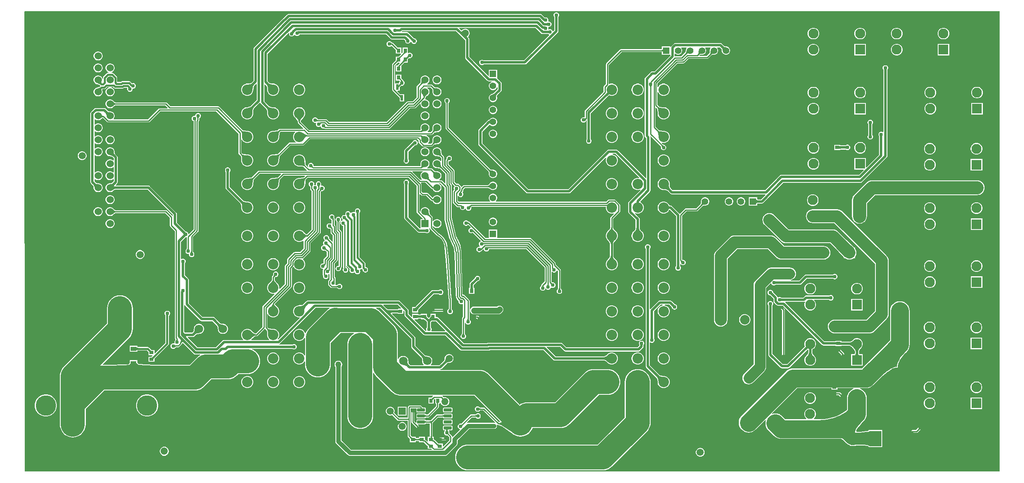
<source format=gbl>
G04*
G04 #@! TF.GenerationSoftware,Altium Limited,Altium Designer,22.11.1 (43)*
G04*
G04 Layer_Physical_Order=2*
G04 Layer_Color=16711680*
%FSLAX23Y23*%
%MOIN*%
G70*
G04*
G04 #@! TF.SameCoordinates,FD0B0D1A-97A4-46D0-9F7C-2B5E2F8B1952*
G04*
G04*
G04 #@! TF.FilePolarity,Positive*
G04*
G01*
G75*
%ADD14C,0.010*%
%ADD25R,0.028X0.035*%
%ADD29R,0.030X0.030*%
%ADD30R,0.035X0.031*%
%ADD31R,0.035X0.028*%
%ADD36R,0.031X0.035*%
G04:AMPARAMS|DCode=42|XSize=26mil|YSize=65mil|CornerRadius=2mil|HoleSize=0mil|Usage=FLASHONLY|Rotation=270.000|XOffset=0mil|YOffset=0mil|HoleType=Round|Shape=RoundedRectangle|*
%AMROUNDEDRECTD42*
21,1,0.026,0.061,0,0,270.0*
21,1,0.022,0.065,0,0,270.0*
1,1,0.004,-0.031,-0.011*
1,1,0.004,-0.031,0.011*
1,1,0.004,0.031,0.011*
1,1,0.004,0.031,-0.011*
%
%ADD42ROUNDEDRECTD42*%
%ADD87C,0.200*%
%ADD88C,0.050*%
%ADD89C,0.100*%
%ADD90C,0.015*%
%ADD92C,0.110*%
%ADD93C,0.020*%
%ADD94C,0.150*%
%ADD95C,0.035*%
%ADD102C,0.138*%
%ADD103C,0.087*%
%ADD104C,0.071*%
%ADD105C,0.059*%
%ADD106R,0.059X0.059*%
%ADD107C,0.055*%
%ADD108R,0.055X0.055*%
%ADD109C,0.060*%
%ADD110R,0.060X0.060*%
%ADD111C,0.080*%
%ADD112R,0.083X0.083*%
%ADD113C,0.083*%
%ADD114C,0.077*%
%ADD115R,0.077X0.077*%
%ADD116R,0.055X0.055*%
%ADD117O,0.059X0.059*%
%ADD118O,0.059X0.061*%
%ADD119C,0.031*%
%ADD120C,0.050*%
%ADD121C,0.250*%
%ADD122C,0.170*%
%ADD123C,0.010*%
%ADD124R,0.130X0.100*%
%ADD125R,0.100X0.130*%
%ADD126R,0.047X0.035*%
%ADD127R,0.047X0.035*%
%ADD128R,0.024X0.045*%
%ADD129C,0.090*%
G36*
X8414Y1022D02*
X8412Y1020D01*
X278D01*
X274Y4859D01*
X278Y4863D01*
X8414D01*
Y1022D01*
D02*
G37*
%LPC*%
G36*
X4718Y4854D02*
X4710D01*
X4701Y4851D01*
X4695Y4845D01*
X4692Y4836D01*
Y4828D01*
X4695Y4819D01*
X4697Y4818D01*
X4697Y4816D01*
Y4705D01*
X4687Y4696D01*
X4681Y4697D01*
X4679Y4703D01*
X4673Y4709D01*
X4664Y4713D01*
X4656D01*
X4650Y4710D01*
X4646Y4714D01*
X4648Y4718D01*
Y4727D01*
X4647Y4727D01*
X4651Y4733D01*
X4654D01*
X4663Y4736D01*
X4669Y4742D01*
X4673Y4751D01*
Y4759D01*
X4669Y4768D01*
X4663Y4774D01*
X4654Y4778D01*
X4650D01*
X4646Y4782D01*
X4648Y4786D01*
Y4794D01*
X4644Y4803D01*
X4638Y4809D01*
X4629Y4812D01*
X4621D01*
X4617Y4811D01*
X4592Y4835D01*
X4587Y4839D01*
X4580Y4840D01*
X2480D01*
X2473Y4839D01*
X2468Y4835D01*
X2468Y4835D01*
X2438Y4806D01*
X2433Y4802D01*
X2191Y4560D01*
X2187Y4555D01*
X2186Y4548D01*
Y4284D01*
X2169Y4267D01*
X2167Y4265D01*
X2164Y4264D01*
X2161Y4263D01*
X2158Y4261D01*
X2154Y4261D01*
X2150Y4260D01*
X2141Y4259D01*
X2135Y4259D01*
X2135Y4259D01*
X2128D01*
X2116Y4255D01*
X2104Y4249D01*
X2095Y4239D01*
X2088Y4228D01*
X2085Y4215D01*
Y4202D01*
X2088Y4189D01*
X2095Y4178D01*
X2104Y4168D01*
X2116Y4162D01*
X2128Y4158D01*
X2142D01*
X2154Y4162D01*
X2166Y4168D01*
X2175Y4178D01*
X2182Y4189D01*
X2185Y4202D01*
Y4208D01*
X2185Y4209D01*
X2186Y4214D01*
X2186Y4219D01*
X2186Y4223D01*
X2187Y4228D01*
X2188Y4231D01*
X2189Y4235D01*
X2190Y4238D01*
X2192Y4240D01*
X2193Y4242D01*
X2208Y4257D01*
X2213Y4255D01*
Y4122D01*
X2163Y4073D01*
X2161Y4071D01*
X2159Y4070D01*
X2156Y4068D01*
X2152Y4067D01*
X2148Y4066D01*
X2144Y4064D01*
X2134Y4062D01*
X2130Y4062D01*
X2128D01*
X2116Y4059D01*
X2104Y4052D01*
X2095Y4043D01*
X2088Y4031D01*
X2085Y4018D01*
Y4005D01*
X2088Y3992D01*
X2095Y3981D01*
X2104Y3971D01*
X2116Y3965D01*
X2128Y3961D01*
X2142D01*
X2154Y3965D01*
X2166Y3971D01*
X2175Y3981D01*
X2182Y3992D01*
X2185Y4005D01*
Y4018D01*
X2185Y4020D01*
X2184Y4024D01*
X2184Y4028D01*
X2184Y4032D01*
X2184Y4036D01*
X2185Y4040D01*
X2186Y4043D01*
X2187Y4046D01*
X2188Y4048D01*
X2190Y4050D01*
X2238Y4099D01*
X2244Y4097D01*
X2244Y4097D01*
X2248Y4091D01*
X2293Y4046D01*
X2295Y4043D01*
X2296Y4041D01*
X2297Y4038D01*
X2299Y4034D01*
X2299Y4031D01*
X2300Y4027D01*
X2301Y4017D01*
X2301Y4012D01*
X2301Y4011D01*
Y4005D01*
X2305Y3992D01*
X2311Y3981D01*
X2321Y3971D01*
X2332Y3965D01*
X2345Y3961D01*
X2358D01*
X2371Y3965D01*
X2382Y3971D01*
X2392Y3981D01*
X2398Y3992D01*
X2402Y4005D01*
Y4018D01*
X2398Y4031D01*
X2392Y4043D01*
X2382Y4052D01*
X2371Y4059D01*
X2358Y4062D01*
X2352D01*
X2351Y4062D01*
X2346Y4062D01*
X2341Y4062D01*
X2337Y4063D01*
X2332Y4064D01*
X2329Y4065D01*
X2325Y4066D01*
X2322Y4067D01*
X2320Y4069D01*
X2318Y4070D01*
X2277Y4110D01*
Y4252D01*
X2282Y4254D01*
X2293Y4242D01*
X2295Y4240D01*
X2296Y4238D01*
X2297Y4235D01*
X2299Y4231D01*
X2299Y4228D01*
X2300Y4224D01*
X2301Y4214D01*
X2301Y4209D01*
X2301Y4208D01*
Y4202D01*
X2305Y4189D01*
X2311Y4178D01*
X2321Y4168D01*
X2332Y4162D01*
X2345Y4158D01*
X2358D01*
X2371Y4162D01*
X2382Y4168D01*
X2392Y4178D01*
X2398Y4189D01*
X2402Y4202D01*
Y4215D01*
X2398Y4228D01*
X2392Y4239D01*
X2382Y4249D01*
X2371Y4255D01*
X2358Y4259D01*
X2352D01*
X2351Y4259D01*
X2346Y4259D01*
X2341Y4259D01*
X2337Y4260D01*
X2332Y4261D01*
X2329Y4261D01*
X2325Y4263D01*
X2322Y4264D01*
X2320Y4265D01*
X2318Y4267D01*
X2304Y4280D01*
Y4508D01*
X2478Y4682D01*
X2483Y4680D01*
X2483Y4679D01*
Y4671D01*
X2486Y4662D01*
X2492Y4656D01*
X2501Y4653D01*
X2509D01*
X2518Y4656D01*
X2524Y4662D01*
X2526Y4666D01*
X2529Y4667D01*
X2531Y4667D01*
X2537Y4661D01*
X2546Y4657D01*
X2554D01*
X2563Y4661D01*
X2569Y4667D01*
X2570Y4671D01*
X2571Y4671D01*
X3292D01*
X3293Y4668D01*
X3329Y4633D01*
X3334Y4629D01*
X3341Y4628D01*
X3443D01*
X3452Y4618D01*
X3452Y4618D01*
X3453Y4618D01*
Y4611D01*
X3456Y4602D01*
X3462Y4596D01*
X3471Y4593D01*
X3479D01*
X3488Y4596D01*
X3494Y4602D01*
X3496Y4607D01*
X3502Y4610D01*
X3502Y4610D01*
X3502Y4610D01*
X3504Y4609D01*
X3507Y4601D01*
X3513Y4595D01*
X3522Y4591D01*
X3530D01*
X3539Y4595D01*
X3545Y4601D01*
X3549Y4610D01*
Y4618D01*
X3545Y4627D01*
X3539Y4633D01*
X3530Y4636D01*
X3528D01*
X3527Y4638D01*
X3480Y4684D01*
X3475Y4688D01*
X3468Y4689D01*
X3427D01*
X3425Y4694D01*
X3429Y4698D01*
X3877D01*
X3953Y4622D01*
Y4476D01*
X3954Y4469D01*
X3958Y4464D01*
X3958Y4464D01*
X4138Y4283D01*
X4138Y4283D01*
X4144Y4279D01*
X4150Y4278D01*
X4175D01*
X4175Y4273D01*
X4172Y4272D01*
X4164Y4268D01*
X4157Y4261D01*
X4153Y4253D01*
X4150Y4245D01*
Y4235D01*
X4153Y4227D01*
X4157Y4219D01*
X4164Y4212D01*
X4172Y4208D01*
X4180Y4205D01*
X4190D01*
X4198Y4208D01*
X4206Y4212D01*
X4213Y4219D01*
X4217Y4227D01*
X4218Y4229D01*
X4223Y4228D01*
Y4212D01*
X4192Y4181D01*
X4192Y4181D01*
X4190Y4180D01*
X4188Y4179D01*
X4186Y4178D01*
X4184Y4177D01*
X4183Y4176D01*
X4181Y4175D01*
X4179Y4174D01*
X4176Y4174D01*
X4176Y4173D01*
X4172Y4172D01*
X4164Y4168D01*
X4157Y4161D01*
X4153Y4153D01*
X4150Y4145D01*
Y4135D01*
X4153Y4127D01*
X4157Y4119D01*
X4164Y4112D01*
X4172Y4108D01*
X4180Y4105D01*
X4190D01*
X4198Y4108D01*
X4206Y4112D01*
X4213Y4119D01*
X4217Y4127D01*
X4220Y4135D01*
Y4145D01*
X4219Y4148D01*
X4218Y4149D01*
X4218Y4151D01*
X4218Y4152D01*
X4218Y4154D01*
X4218Y4155D01*
X4218Y4157D01*
X4219Y4158D01*
X4220Y4159D01*
X4221Y4161D01*
X4221Y4162D01*
X4252Y4193D01*
X4252Y4193D01*
X4256Y4198D01*
X4257Y4205D01*
Y4260D01*
X4256Y4267D01*
X4252Y4272D01*
X4223Y4302D01*
X4220Y4305D01*
X4220D01*
X4220Y4305D01*
Y4375D01*
X4150D01*
Y4326D01*
X4146Y4325D01*
X3987Y4483D01*
Y4629D01*
X3986Y4636D01*
X3982Y4641D01*
X3978Y4646D01*
X3976Y4651D01*
X3983Y4658D01*
X3988Y4666D01*
X3991Y4675D01*
Y4685D01*
X3988Y4694D01*
X3983Y4702D01*
X3976Y4709D01*
X3968Y4714D01*
X3959Y4717D01*
X3949D01*
X3940Y4714D01*
X3932Y4709D01*
X3925Y4702D01*
X3920Y4704D01*
X3903Y4720D01*
X3905Y4725D01*
X4539D01*
X4586Y4678D01*
X4592Y4674D01*
X4599Y4673D01*
X4645D01*
X4646Y4673D01*
X4647Y4671D01*
X4653Y4669D01*
X4654Y4663D01*
X4445Y4453D01*
X4108D01*
X4107Y4453D01*
X4106Y4455D01*
X4097Y4458D01*
X4089D01*
X4080Y4455D01*
X4074Y4449D01*
X4070Y4440D01*
Y4432D01*
X4074Y4423D01*
X4080Y4417D01*
X4089Y4413D01*
X4097D01*
X4106Y4417D01*
X4107Y4419D01*
X4109Y4419D01*
X4452D01*
X4459Y4420D01*
X4464Y4424D01*
X4726Y4686D01*
X4730Y4691D01*
X4731Y4698D01*
Y4817D01*
X4731Y4818D01*
X4733Y4819D01*
X4736Y4828D01*
Y4836D01*
X4733Y4845D01*
X4727Y4851D01*
X4718Y4854D01*
D02*
G37*
G36*
X7951Y4725D02*
X7939D01*
X7926Y4722D01*
X7915Y4716D01*
X7906Y4707D01*
X7900Y4696D01*
X7897Y4683D01*
Y4671D01*
X7900Y4658D01*
X7906Y4647D01*
X7915Y4638D01*
X7926Y4632D01*
X7939Y4629D01*
X7951D01*
X7964Y4632D01*
X7975Y4638D01*
X7984Y4647D01*
X7990Y4658D01*
X7993Y4671D01*
Y4683D01*
X7990Y4696D01*
X7984Y4707D01*
X7975Y4716D01*
X7964Y4722D01*
X7951Y4725D01*
D02*
G37*
G36*
X7561D02*
X7549D01*
X7536Y4722D01*
X7525Y4716D01*
X7516Y4707D01*
X7510Y4696D01*
X7507Y4683D01*
Y4671D01*
X7510Y4658D01*
X7516Y4647D01*
X7525Y4638D01*
X7536Y4632D01*
X7549Y4629D01*
X7561D01*
X7574Y4632D01*
X7585Y4638D01*
X7594Y4647D01*
X7600Y4658D01*
X7603Y4671D01*
Y4683D01*
X7600Y4696D01*
X7594Y4707D01*
X7585Y4716D01*
X7574Y4722D01*
X7561Y4725D01*
D02*
G37*
G36*
X7255D02*
X7243D01*
X7230Y4722D01*
X7219Y4716D01*
X7210Y4707D01*
X7204Y4696D01*
X7201Y4683D01*
Y4671D01*
X7204Y4658D01*
X7210Y4647D01*
X7219Y4638D01*
X7230Y4632D01*
X7243Y4629D01*
X7255D01*
X7268Y4632D01*
X7279Y4638D01*
X7288Y4647D01*
X7294Y4658D01*
X7297Y4671D01*
Y4683D01*
X7294Y4696D01*
X7288Y4707D01*
X7279Y4716D01*
X7268Y4722D01*
X7255Y4725D01*
D02*
G37*
G36*
X6866D02*
X6853D01*
X6841Y4722D01*
X6830Y4716D01*
X6821Y4707D01*
X6814Y4696D01*
X6811Y4683D01*
Y4671D01*
X6814Y4658D01*
X6821Y4647D01*
X6830Y4638D01*
X6841Y4632D01*
X6853Y4629D01*
X6866D01*
X6878Y4632D01*
X6889Y4638D01*
X6898Y4647D01*
X6904Y4658D01*
X6908Y4671D01*
Y4683D01*
X6904Y4696D01*
X6898Y4707D01*
X6889Y4716D01*
X6878Y4722D01*
X6866Y4725D01*
D02*
G37*
G36*
X6085Y4597D02*
X5705D01*
X5699Y4596D01*
X5693Y4592D01*
X5673Y4571D01*
X5670Y4566D01*
X5666Y4567D01*
X5665Y4567D01*
Y4570D01*
X5595D01*
Y4547D01*
X5595Y4547D01*
X5595Y4547D01*
X5255D01*
X5250Y4546D01*
X5246Y4544D01*
X5131Y4429D01*
X5129Y4425D01*
X5128Y4420D01*
Y4256D01*
X5112Y4240D01*
X5109Y4236D01*
X5108Y4231D01*
Y4191D01*
X4954Y4037D01*
X4952Y4033D01*
X4951Y4028D01*
Y3981D01*
X4946Y3978D01*
X4944Y3978D01*
X4936D01*
X4927Y3975D01*
X4921Y3968D01*
X4918Y3960D01*
Y3951D01*
X4921Y3943D01*
X4927Y3937D01*
X4936Y3933D01*
X4944D01*
X4953Y3937D01*
X4959Y3943D01*
X4960Y3946D01*
X4960Y3946D01*
X4962Y3949D01*
X4963Y3950D01*
X4963Y3950D01*
X4968Y3949D01*
Y3795D01*
X4968Y3794D01*
X4966Y3793D01*
X4963Y3784D01*
Y3776D01*
X4966Y3767D01*
X4972Y3761D01*
X4981Y3757D01*
X4989D01*
X4998Y3761D01*
X5004Y3767D01*
X5008Y3776D01*
Y3784D01*
X5004Y3793D01*
X5002Y3794D01*
X5002Y3796D01*
Y4010D01*
X5155Y4163D01*
X5157Y4162D01*
X5169Y4158D01*
X5183D01*
X5195Y4162D01*
X5207Y4168D01*
X5216Y4178D01*
X5223Y4189D01*
X5226Y4202D01*
Y4215D01*
X5223Y4228D01*
X5216Y4239D01*
X5207Y4249D01*
X5195Y4255D01*
X5183Y4259D01*
X5169D01*
X5157Y4256D01*
X5152Y4258D01*
X5152Y4258D01*
Y4415D01*
X5260Y4523D01*
X5595D01*
X5595Y4523D01*
X5595Y4523D01*
Y4500D01*
X5663D01*
X5665Y4500D01*
X5668Y4497D01*
Y4493D01*
X5534Y4360D01*
X5515D01*
X5508Y4359D01*
X5502Y4355D01*
X5456Y4309D01*
X5452Y4303D01*
X5451Y4297D01*
Y3824D01*
X5452Y3817D01*
X5456Y3812D01*
X5465Y3803D01*
Y3471D01*
X5460Y3469D01*
X5227Y3702D01*
X5222Y3706D01*
X5215Y3707D01*
X5150D01*
X5143Y3706D01*
X5138Y3702D01*
X4814Y3378D01*
X4481D01*
X4097Y3762D01*
Y3858D01*
X4158Y3918D01*
X4164Y3912D01*
X4172Y3908D01*
X4180Y3905D01*
X4190D01*
X4198Y3908D01*
X4206Y3912D01*
X4213Y3919D01*
X4217Y3927D01*
X4220Y3935D01*
Y3945D01*
X4217Y3953D01*
X4213Y3961D01*
X4206Y3968D01*
X4198Y3972D01*
X4190Y3975D01*
X4180D01*
X4172Y3972D01*
X4164Y3968D01*
X4157Y3961D01*
X4155Y3957D01*
X4155D01*
X4148Y3956D01*
X4143Y3952D01*
X4068Y3877D01*
X4064Y3872D01*
X4063Y3865D01*
Y3755D01*
X4064Y3748D01*
X4068Y3743D01*
X4462Y3349D01*
X4467Y3345D01*
X4474Y3344D01*
X4821D01*
X4828Y3345D01*
X4833Y3349D01*
X5125Y3641D01*
X5129Y3638D01*
X5129Y3637D01*
X5126Y3625D01*
Y3611D01*
X5129Y3599D01*
X5136Y3587D01*
X5145Y3578D01*
X5157Y3571D01*
X5169Y3568D01*
X5183D01*
X5195Y3571D01*
X5207Y3578D01*
X5216Y3587D01*
X5223Y3599D01*
X5226Y3611D01*
Y3625D01*
X5223Y3637D01*
X5216Y3649D01*
X5207Y3658D01*
X5195Y3665D01*
X5185Y3668D01*
X5185Y3673D01*
X5208D01*
X5406Y3475D01*
X5403Y3470D01*
X5399Y3471D01*
X5386D01*
X5373Y3468D01*
X5362Y3461D01*
X5352Y3452D01*
X5346Y3440D01*
X5342Y3428D01*
Y3414D01*
X5346Y3402D01*
X5352Y3390D01*
X5362Y3381D01*
X5373Y3374D01*
X5386Y3371D01*
X5399D01*
X5412Y3374D01*
X5414Y3375D01*
X5417Y3371D01*
X5320Y3274D01*
X5316Y3269D01*
X5315Y3262D01*
Y3188D01*
X5316Y3181D01*
X5320Y3176D01*
X5375Y3120D01*
Y3053D01*
X5375Y3051D01*
X5374Y3048D01*
X5373Y3045D01*
X5371Y3042D01*
X5369Y3038D01*
X5367Y3035D01*
X5361Y3028D01*
X5357Y3024D01*
X5357Y3023D01*
X5352Y3019D01*
X5346Y3007D01*
X5342Y2995D01*
Y2981D01*
X5346Y2969D01*
X5352Y2957D01*
X5362Y2948D01*
X5373Y2941D01*
X5386Y2938D01*
X5399D01*
X5412Y2941D01*
X5423Y2948D01*
X5433Y2957D01*
X5439Y2969D01*
X5443Y2981D01*
Y2995D01*
X5439Y3007D01*
X5433Y3019D01*
X5428Y3023D01*
X5428Y3024D01*
X5424Y3028D01*
X5421Y3031D01*
X5418Y3035D01*
X5416Y3038D01*
X5414Y3042D01*
X5412Y3045D01*
X5411Y3048D01*
X5410Y3051D01*
X5410Y3053D01*
Y3127D01*
X5409Y3134D01*
X5405Y3140D01*
X5372Y3172D01*
X5375Y3177D01*
X5386Y3174D01*
X5399D01*
X5412Y3177D01*
X5423Y3184D01*
X5433Y3193D01*
X5439Y3205D01*
X5443Y3218D01*
Y3231D01*
X5439Y3244D01*
X5433Y3255D01*
X5423Y3264D01*
X5416Y3269D01*
X5415Y3275D01*
X5494Y3355D01*
X5498Y3360D01*
X5499Y3367D01*
Y3810D01*
X5498Y3816D01*
X5501Y3818D01*
X5502Y3819D01*
X5586Y3735D01*
X5586Y3735D01*
X5587Y3734D01*
X5587Y3734D01*
X5587Y3733D01*
X5587Y3733D01*
X5587Y3732D01*
X5587Y3732D01*
X5587Y3731D01*
X5587Y3731D01*
X5587Y3729D01*
Y3721D01*
X5590Y3712D01*
X5596Y3706D01*
X5605Y3703D01*
X5614D01*
X5622Y3706D01*
X5628Y3712D01*
X5632Y3721D01*
Y3729D01*
X5628Y3738D01*
X5622Y3744D01*
X5614Y3747D01*
X5612D01*
X5611Y3748D01*
X5610Y3748D01*
X5609Y3749D01*
X5608Y3749D01*
X5607Y3750D01*
X5606Y3750D01*
X5605Y3751D01*
X5605Y3751D01*
X5595Y3761D01*
X5597Y3766D01*
X5602Y3764D01*
X5616D01*
X5628Y3768D01*
X5640Y3775D01*
X5649Y3784D01*
X5656Y3795D01*
X5659Y3808D01*
Y3821D01*
X5656Y3834D01*
X5649Y3846D01*
X5640Y3855D01*
X5628Y3862D01*
X5616Y3865D01*
X5609D01*
X5609Y3865D01*
X5602Y3865D01*
X5590Y3866D01*
X5585Y3866D01*
X5581Y3867D01*
X5577Y3868D01*
X5574Y3869D01*
X5572Y3870D01*
X5570Y3871D01*
X5569Y3872D01*
X5541Y3900D01*
Y4057D01*
X5545Y4059D01*
X5553Y4052D01*
X5553Y4051D01*
X5554Y4049D01*
X5555Y4047D01*
X5556Y4044D01*
X5557Y4040D01*
X5558Y4036D01*
X5559Y4019D01*
X5559Y4013D01*
X5559Y4012D01*
Y4005D01*
X5562Y3992D01*
X5569Y3981D01*
X5578Y3971D01*
X5590Y3965D01*
X5602Y3961D01*
X5616D01*
X5628Y3965D01*
X5640Y3971D01*
X5649Y3981D01*
X5656Y3992D01*
X5659Y4005D01*
Y4018D01*
X5656Y4031D01*
X5649Y4043D01*
X5640Y4052D01*
X5628Y4059D01*
X5616Y4062D01*
X5610D01*
X5609Y4062D01*
X5603Y4062D01*
X5597Y4062D01*
X5586Y4064D01*
X5582Y4064D01*
X5578Y4065D01*
X5575Y4066D01*
X5572Y4067D01*
X5571Y4068D01*
X5570Y4069D01*
X5558Y4081D01*
Y4187D01*
X5558Y4187D01*
X5563Y4188D01*
X5569Y4178D01*
X5578Y4168D01*
X5590Y4162D01*
X5602Y4158D01*
X5616D01*
X5628Y4162D01*
X5640Y4168D01*
X5649Y4178D01*
X5656Y4189D01*
X5659Y4202D01*
Y4215D01*
X5656Y4228D01*
X5649Y4239D01*
X5640Y4249D01*
X5628Y4255D01*
X5616Y4259D01*
X5602D01*
X5590Y4255D01*
X5578Y4249D01*
X5569Y4239D01*
X5563Y4229D01*
X5558Y4229D01*
X5558Y4230D01*
Y4260D01*
X5726Y4428D01*
X5775D01*
X5780Y4429D01*
X5784Y4431D01*
X5818Y4466D01*
X5973D01*
X5978Y4467D01*
X5982Y4469D01*
X6009Y4496D01*
X6010Y4497D01*
X6011Y4498D01*
X6013Y4498D01*
X6015Y4499D01*
X6017Y4499D01*
X6020Y4500D01*
X6026Y4500D01*
X6030Y4500D01*
X6030Y4500D01*
X6035D01*
X6043Y4503D01*
X6051Y4507D01*
X6058Y4514D01*
X6062Y4522D01*
X6065Y4530D01*
Y4540D01*
X6062Y4548D01*
X6058Y4556D01*
X6056Y4558D01*
X6058Y4562D01*
X6078D01*
X6090Y4550D01*
X6091Y4550D01*
X6092Y4548D01*
X6093Y4546D01*
X6094Y4545D01*
X6094Y4543D01*
X6095Y4541D01*
X6095Y4539D01*
X6095Y4537D01*
X6095Y4535D01*
X6095Y4534D01*
Y4530D01*
X6098Y4522D01*
X6102Y4514D01*
X6109Y4507D01*
X6117Y4503D01*
X6125Y4500D01*
X6135D01*
X6143Y4503D01*
X6151Y4507D01*
X6158Y4514D01*
X6162Y4522D01*
X6165Y4530D01*
Y4540D01*
X6162Y4548D01*
X6158Y4556D01*
X6151Y4563D01*
X6143Y4567D01*
X6135Y4570D01*
X6131D01*
X6130Y4570D01*
X6128Y4570D01*
X6126Y4570D01*
X6124Y4570D01*
X6122Y4571D01*
X6120Y4571D01*
X6119Y4572D01*
X6117Y4573D01*
X6115Y4574D01*
X6115Y4575D01*
X6098Y4592D01*
X6092Y4596D01*
X6085Y4597D01*
D02*
G37*
G36*
X7993Y4591D02*
X7897D01*
Y4495D01*
X7993D01*
Y4591D01*
D02*
G37*
G36*
X7561D02*
X7549D01*
X7536Y4588D01*
X7525Y4582D01*
X7516Y4573D01*
X7510Y4562D01*
X7507Y4549D01*
Y4537D01*
X7510Y4524D01*
X7516Y4513D01*
X7525Y4504D01*
X7536Y4498D01*
X7549Y4495D01*
X7561D01*
X7574Y4498D01*
X7585Y4504D01*
X7594Y4513D01*
X7600Y4524D01*
X7603Y4537D01*
Y4549D01*
X7600Y4562D01*
X7594Y4573D01*
X7585Y4582D01*
X7574Y4588D01*
X7561Y4591D01*
D02*
G37*
G36*
X7297D02*
X7201D01*
Y4495D01*
X7297D01*
Y4591D01*
D02*
G37*
G36*
X6866D02*
X6853D01*
X6841Y4588D01*
X6830Y4582D01*
X6821Y4573D01*
X6814Y4562D01*
X6811Y4549D01*
Y4537D01*
X6814Y4524D01*
X6821Y4513D01*
X6830Y4504D01*
X6841Y4498D01*
X6853Y4495D01*
X6866D01*
X6878Y4498D01*
X6889Y4504D01*
X6898Y4513D01*
X6904Y4524D01*
X6908Y4537D01*
Y4549D01*
X6904Y4562D01*
X6898Y4573D01*
X6889Y4582D01*
X6878Y4588D01*
X6866Y4591D01*
D02*
G37*
G36*
X3324Y4613D02*
X3316D01*
X3307Y4609D01*
X3301Y4603D01*
X3297Y4594D01*
Y4586D01*
X3301Y4577D01*
X3307Y4571D01*
X3316Y4568D01*
X3324D01*
X3333Y4571D01*
X3336Y4574D01*
X3341D01*
X3371Y4544D01*
X3373Y4542D01*
X3374Y4541D01*
X3375Y4540D01*
Y4510D01*
X3414D01*
X3416Y4505D01*
X3399Y4488D01*
X3398Y4487D01*
X3397Y4486D01*
X3396Y4485D01*
X3395Y4485D01*
X3395Y4485D01*
X3375D01*
Y4455D01*
X3375Y4455D01*
X3374Y4454D01*
X3372Y4452D01*
X3346Y4426D01*
X3344Y4422D01*
X3343Y4418D01*
Y4210D01*
X3344Y4206D01*
X3346Y4202D01*
X3403Y4145D01*
X3403Y4145D01*
X3404Y4144D01*
X3405Y4143D01*
X3405Y4142D01*
X3406Y4141D01*
X3406Y4140D01*
X3406Y4139D01*
X3406Y4139D01*
Y4111D01*
X3444D01*
Y4170D01*
X3414D01*
X3414Y4170D01*
X3413Y4170D01*
X3413Y4170D01*
X3413Y4170D01*
X3413Y4170D01*
X3412Y4171D01*
X3412Y4171D01*
X3412Y4171D01*
X3388Y4195D01*
X3390Y4200D01*
X3406D01*
Y4226D01*
X3406Y4226D01*
X3407Y4227D01*
X3407Y4228D01*
X3407Y4229D01*
X3408Y4230D01*
X3409Y4231D01*
X3409Y4232D01*
X3410Y4233D01*
X3418Y4240D01*
X3418Y4241D01*
X3419Y4241D01*
X3419Y4241D01*
X3420Y4242D01*
X3421Y4242D01*
X3422Y4242D01*
X3423Y4242D01*
X3424Y4242D01*
X3425Y4242D01*
X3426Y4242D01*
X3429D01*
X3438Y4246D01*
X3444Y4252D01*
X3447Y4261D01*
Y4269D01*
X3444Y4278D01*
X3438Y4284D01*
X3437Y4284D01*
X3436Y4287D01*
X3436Y4287D01*
X3434Y4291D01*
X3423Y4302D01*
X3422Y4303D01*
X3421Y4304D01*
X3420Y4305D01*
X3420Y4305D01*
Y4335D01*
X3375D01*
Y4285D01*
X3401D01*
X3401Y4285D01*
X3401Y4285D01*
X3404D01*
X3405Y4285D01*
X3405Y4284D01*
X3406Y4278D01*
X3406Y4278D01*
X3402Y4269D01*
Y4266D01*
X3402Y4265D01*
X3402Y4264D01*
X3402Y4263D01*
X3402Y4262D01*
X3402Y4261D01*
X3402Y4260D01*
X3401Y4259D01*
X3401Y4259D01*
X3400Y4259D01*
X3399Y4259D01*
X3399Y4259D01*
X3369D01*
X3367Y4263D01*
Y4412D01*
X3387Y4432D01*
X3389Y4434D01*
X3390Y4435D01*
X3391Y4435D01*
X3394D01*
X3394Y4435D01*
X3394Y4435D01*
X3404D01*
X3406Y4431D01*
X3389Y4414D01*
X3386Y4410D01*
X3375D01*
Y4360D01*
X3420D01*
Y4410D01*
X3420Y4410D01*
X3420D01*
X3423Y4413D01*
X3442Y4432D01*
X3444Y4434D01*
X3445Y4435D01*
X3446Y4435D01*
X3449D01*
X3449Y4435D01*
X3449Y4435D01*
X3475D01*
Y4465D01*
X3476Y4466D01*
X3478Y4468D01*
X3481Y4471D01*
X3481Y4471D01*
X3482Y4472D01*
X3482Y4472D01*
X3483Y4472D01*
X3484Y4472D01*
X3485Y4473D01*
X3485Y4473D01*
X3486Y4472D01*
X3494D01*
X3503Y4476D01*
X3509Y4482D01*
X3513Y4491D01*
Y4499D01*
X3509Y4508D01*
X3503Y4514D01*
X3494Y4517D01*
X3486D01*
X3480Y4515D01*
X3475Y4519D01*
Y4560D01*
X3430D01*
Y4519D01*
X3428Y4517D01*
X3425Y4514D01*
X3420Y4516D01*
Y4560D01*
X3391D01*
X3390Y4560D01*
X3387Y4562D01*
X3351Y4599D01*
X3347Y4601D01*
X3342Y4602D01*
X3340D01*
X3340Y4602D01*
X3339Y4602D01*
X3339Y4603D01*
X3333Y4609D01*
X3324Y4613D01*
D02*
G37*
G36*
X894Y4527D02*
X884D01*
X875Y4525D01*
X866Y4520D01*
X859Y4513D01*
X854Y4504D01*
X852Y4495D01*
Y4485D01*
X854Y4476D01*
X859Y4467D01*
X866Y4460D01*
X875Y4455D01*
X884Y4453D01*
X894D01*
X903Y4455D01*
X912Y4460D01*
X919Y4467D01*
X924Y4476D01*
X926Y4485D01*
Y4495D01*
X924Y4504D01*
X919Y4513D01*
X912Y4520D01*
X903Y4525D01*
X894Y4527D01*
D02*
G37*
G36*
Y4427D02*
X884D01*
X875Y4425D01*
X866Y4420D01*
X859Y4413D01*
X854Y4404D01*
X852Y4395D01*
Y4385D01*
X854Y4376D01*
X859Y4367D01*
X866Y4360D01*
X875Y4355D01*
X884Y4353D01*
X894D01*
X903Y4355D01*
X912Y4360D01*
X919Y4367D01*
X924Y4376D01*
X926Y4385D01*
Y4395D01*
X924Y4404D01*
X919Y4413D01*
X912Y4420D01*
X903Y4425D01*
X894Y4427D01*
D02*
G37*
G36*
X994D02*
X984D01*
X975Y4425D01*
X966Y4420D01*
X959Y4413D01*
X954Y4404D01*
X952Y4395D01*
Y4385D01*
X954Y4376D01*
X959Y4367D01*
X966Y4360D01*
X975Y4355D01*
X978Y4354D01*
X978Y4349D01*
X971D01*
X965Y4348D01*
X960Y4345D01*
X934Y4319D01*
X931Y4314D01*
X930Y4308D01*
Y4301D01*
X925Y4301D01*
X924Y4304D01*
X919Y4313D01*
X912Y4320D01*
X903Y4325D01*
X894Y4327D01*
X884D01*
X875Y4325D01*
X866Y4320D01*
X859Y4313D01*
X854Y4304D01*
X852Y4295D01*
Y4285D01*
X854Y4276D01*
X859Y4267D01*
X866Y4260D01*
X875Y4255D01*
X884Y4253D01*
X885D01*
X889Y4252D01*
X892Y4251D01*
X895Y4250D01*
X897Y4249D01*
X899Y4248D01*
X901Y4247D01*
X903Y4246D01*
X904Y4245D01*
X906Y4243D01*
X907Y4240D01*
X906Y4237D01*
X904Y4235D01*
X903Y4234D01*
X901Y4233D01*
X899Y4232D01*
X897Y4231D01*
X895Y4230D01*
X892Y4229D01*
X886Y4227D01*
X885Y4227D01*
X884D01*
X875Y4225D01*
X866Y4220D01*
X859Y4213D01*
X854Y4204D01*
X852Y4195D01*
Y4185D01*
X854Y4176D01*
X859Y4167D01*
X866Y4160D01*
X875Y4155D01*
X884Y4153D01*
X894D01*
X903Y4155D01*
X912Y4160D01*
X919Y4167D01*
X924Y4176D01*
X926Y4185D01*
Y4195D01*
X925Y4199D01*
X925Y4199D01*
X925Y4199D01*
X925Y4200D01*
X924Y4202D01*
X924Y4205D01*
X924Y4207D01*
X924Y4209D01*
X924Y4210D01*
X925Y4212D01*
X925Y4213D01*
X940D01*
X946Y4214D01*
X951Y4217D01*
X964Y4231D01*
X978D01*
X978Y4226D01*
X975Y4225D01*
X966Y4220D01*
X959Y4213D01*
X954Y4204D01*
X952Y4195D01*
Y4185D01*
X954Y4176D01*
X959Y4167D01*
X966Y4160D01*
X975Y4155D01*
X984Y4153D01*
X994D01*
X1003Y4155D01*
X1012Y4160D01*
X1019Y4167D01*
X1024Y4176D01*
X1026Y4185D01*
Y4195D01*
X1024Y4204D01*
X1019Y4213D01*
X1012Y4220D01*
X1003Y4225D01*
X1000Y4226D01*
X1000Y4231D01*
X1014D01*
X1022Y4223D01*
X1026Y4219D01*
X1032Y4218D01*
X1094D01*
X1100Y4219D01*
X1105Y4223D01*
X1107Y4225D01*
X1131D01*
X1133Y4220D01*
X1132Y4218D01*
Y4209D01*
X1136Y4201D01*
X1142Y4195D01*
X1150Y4191D01*
X1159D01*
X1168Y4195D01*
X1174Y4201D01*
X1177Y4209D01*
Y4218D01*
X1186D01*
X1194Y4222D01*
X1201Y4228D01*
X1204Y4236D01*
Y4245D01*
X1201Y4253D01*
X1194Y4260D01*
X1186Y4263D01*
X1177D01*
X1174Y4262D01*
X1172Y4262D01*
X1159Y4275D01*
X1156Y4277D01*
X1154Y4278D01*
X1154Y4278D01*
X1154Y4278D01*
X1152Y4279D01*
X1149Y4279D01*
X1091D01*
X1088Y4279D01*
X1085Y4278D01*
X1085Y4278D01*
X1085Y4278D01*
X1083Y4277D01*
X1080Y4275D01*
X1078Y4273D01*
X1049D01*
X1048Y4273D01*
Y4308D01*
X1047Y4314D01*
X1044Y4319D01*
X1018Y4345D01*
X1013Y4348D01*
X1007Y4349D01*
X1000D01*
X1000Y4354D01*
X1003Y4355D01*
X1012Y4360D01*
X1019Y4367D01*
X1024Y4376D01*
X1026Y4385D01*
Y4395D01*
X1024Y4404D01*
X1019Y4413D01*
X1012Y4420D01*
X1003Y4425D01*
X994Y4427D01*
D02*
G37*
G36*
X3723Y4327D02*
X3713D01*
X3704Y4325D01*
X3695Y4320D01*
X3688Y4313D01*
X3683Y4304D01*
X3681Y4295D01*
Y4285D01*
X3683Y4276D01*
X3688Y4267D01*
X3695Y4260D01*
X3704Y4255D01*
X3713Y4253D01*
X3723D01*
X3732Y4255D01*
X3741Y4260D01*
X3748Y4267D01*
X3753Y4276D01*
X3755Y4285D01*
Y4295D01*
X3753Y4304D01*
X3748Y4313D01*
X3741Y4320D01*
X3732Y4325D01*
X3723Y4327D01*
D02*
G37*
G36*
X5399Y4259D02*
X5386D01*
X5373Y4255D01*
X5362Y4249D01*
X5352Y4239D01*
X5346Y4228D01*
X5342Y4215D01*
Y4202D01*
X5346Y4189D01*
X5352Y4178D01*
X5362Y4168D01*
X5373Y4162D01*
X5386Y4158D01*
X5399D01*
X5412Y4162D01*
X5423Y4168D01*
X5433Y4178D01*
X5439Y4189D01*
X5443Y4202D01*
Y4215D01*
X5439Y4228D01*
X5433Y4239D01*
X5423Y4249D01*
X5412Y4255D01*
X5399Y4259D01*
D02*
G37*
G36*
X2575D02*
X2561D01*
X2549Y4255D01*
X2537Y4249D01*
X2528Y4239D01*
X2521Y4228D01*
X2518Y4215D01*
Y4202D01*
X2521Y4189D01*
X2528Y4178D01*
X2537Y4168D01*
X2549Y4162D01*
X2561Y4158D01*
X2575D01*
X2587Y4162D01*
X2599Y4168D01*
X2608Y4178D01*
X2615Y4189D01*
X2618Y4202D01*
Y4215D01*
X2615Y4228D01*
X2608Y4239D01*
X2599Y4249D01*
X2587Y4255D01*
X2575Y4259D01*
D02*
G37*
G36*
X3623Y4327D02*
X3613D01*
X3604Y4325D01*
X3595Y4320D01*
X3588Y4313D01*
X3583Y4304D01*
X3581Y4295D01*
Y4290D01*
X3581Y4290D01*
X3581Y4286D01*
X3580Y4278D01*
X3580Y4275D01*
X3579Y4273D01*
X3579Y4270D01*
X3578Y4268D01*
X3577Y4267D01*
X3576Y4266D01*
X3576Y4266D01*
X3550Y4240D01*
X3548Y4236D01*
X3547Y4231D01*
Y4145D01*
X3513Y4111D01*
X3474D01*
X3470Y4110D01*
X3466Y4108D01*
X3297Y3939D01*
X2818D01*
X2798Y3959D01*
X2794Y3961D01*
X2789Y3962D01*
X2724D01*
X2723Y3962D01*
X2723Y3963D01*
X2722Y3963D01*
X2722Y3963D01*
X2722Y3963D01*
X2721Y3963D01*
X2721Y3964D01*
X2721Y3964D01*
X2720Y3965D01*
X2720Y3965D01*
X2719Y3968D01*
X2713Y3974D01*
X2704Y3977D01*
X2696D01*
X2687Y3974D01*
X2681Y3968D01*
X2678Y3959D01*
Y3951D01*
X2681Y3942D01*
X2687Y3936D01*
X2696Y3932D01*
X2704D01*
X2705Y3933D01*
X2709Y3929D01*
X2707Y3924D01*
Y3916D01*
X2710Y3907D01*
X2716Y3901D01*
X2725Y3898D01*
X2734D01*
X2741Y3901D01*
X2742Y3901D01*
X2747Y3899D01*
X2750Y3893D01*
X2756Y3887D01*
X2764Y3883D01*
X2773D01*
X2776Y3884D01*
X2776Y3884D01*
X2776Y3884D01*
X2776Y3884D01*
X2779Y3883D01*
X2780Y3882D01*
X2780Y3882D01*
X2780Y3882D01*
X2783Y3881D01*
X2785Y3881D01*
X2785Y3881D01*
X2785Y3881D01*
X3316D01*
X3321Y3882D01*
X3325Y3884D01*
X3493Y4053D01*
X3532D01*
X3537Y4054D01*
X3541Y4056D01*
X3576Y4092D01*
X3581Y4090D01*
Y4085D01*
X3583Y4076D01*
X3588Y4067D01*
X3595Y4060D01*
X3604Y4055D01*
X3613Y4053D01*
X3623D01*
X3632Y4055D01*
X3641Y4060D01*
X3648Y4067D01*
X3653Y4076D01*
X3655Y4085D01*
Y4095D01*
X3653Y4104D01*
X3648Y4113D01*
X3641Y4120D01*
X3632Y4125D01*
X3623Y4127D01*
X3618D01*
X3616Y4132D01*
X3620Y4135D01*
X3622Y4139D01*
X3623Y4144D01*
Y4145D01*
X3623Y4145D01*
X3624Y4146D01*
X3624Y4148D01*
X3625Y4149D01*
X3626Y4150D01*
X3627Y4151D01*
X3628Y4153D01*
X3630Y4154D01*
X3632Y4155D01*
X3635Y4157D01*
X3635Y4157D01*
X3635Y4157D01*
X3636Y4157D01*
X3641Y4160D01*
X3648Y4167D01*
X3653Y4176D01*
X3655Y4185D01*
Y4195D01*
X3653Y4204D01*
X3648Y4213D01*
X3641Y4220D01*
X3636Y4223D01*
X3637Y4228D01*
X3663D01*
X3676Y4214D01*
X3676Y4214D01*
X3677Y4213D01*
X3678Y4212D01*
X3679Y4210D01*
X3679Y4207D01*
X3680Y4205D01*
X3680Y4202D01*
X3681Y4194D01*
X3681Y4190D01*
X3681Y4190D01*
Y4185D01*
X3683Y4176D01*
X3688Y4167D01*
X3695Y4160D01*
X3704Y4155D01*
X3713Y4153D01*
X3723D01*
X3732Y4155D01*
X3741Y4160D01*
X3748Y4167D01*
X3753Y4176D01*
X3755Y4185D01*
Y4195D01*
X3753Y4204D01*
X3748Y4213D01*
X3741Y4220D01*
X3732Y4225D01*
X3723Y4227D01*
X3718D01*
X3718Y4227D01*
X3714Y4227D01*
X3706Y4228D01*
X3703Y4228D01*
X3701Y4229D01*
X3698Y4229D01*
X3696Y4230D01*
X3695Y4231D01*
X3694Y4232D01*
X3694Y4232D01*
X3677Y4249D01*
X3673Y4251D01*
X3668Y4252D01*
X3637D01*
X3636Y4257D01*
X3641Y4260D01*
X3648Y4267D01*
X3653Y4276D01*
X3655Y4285D01*
Y4295D01*
X3653Y4304D01*
X3648Y4313D01*
X3641Y4320D01*
X3632Y4325D01*
X3623Y4327D01*
D02*
G37*
G36*
X8231Y4232D02*
X8219D01*
X8206Y4229D01*
X8195Y4223D01*
X8186Y4214D01*
X8180Y4203D01*
X8177Y4190D01*
Y4177D01*
X8180Y4165D01*
X8186Y4154D01*
X8195Y4145D01*
X8206Y4139D01*
X8219Y4136D01*
X8231D01*
X8244Y4139D01*
X8255Y4145D01*
X8264Y4154D01*
X8270Y4165D01*
X8273Y4177D01*
Y4190D01*
X8270Y4203D01*
X8264Y4214D01*
X8255Y4223D01*
X8244Y4229D01*
X8231Y4232D01*
D02*
G37*
G36*
X7841D02*
X7829D01*
X7816Y4229D01*
X7805Y4223D01*
X7796Y4214D01*
X7790Y4203D01*
X7787Y4190D01*
Y4177D01*
X7790Y4165D01*
X7796Y4154D01*
X7805Y4145D01*
X7816Y4139D01*
X7829Y4136D01*
X7841D01*
X7854Y4139D01*
X7865Y4145D01*
X7874Y4154D01*
X7880Y4165D01*
X7883Y4177D01*
Y4190D01*
X7880Y4203D01*
X7874Y4214D01*
X7865Y4223D01*
X7854Y4229D01*
X7841Y4232D01*
D02*
G37*
G36*
X7256D02*
X7244D01*
X7231Y4229D01*
X7220Y4223D01*
X7211Y4214D01*
X7205Y4203D01*
X7202Y4190D01*
Y4177D01*
X7205Y4165D01*
X7211Y4154D01*
X7220Y4145D01*
X7231Y4139D01*
X7244Y4136D01*
X7256D01*
X7269Y4139D01*
X7280Y4145D01*
X7289Y4154D01*
X7295Y4165D01*
X7298Y4177D01*
Y4190D01*
X7295Y4203D01*
X7289Y4214D01*
X7280Y4223D01*
X7269Y4229D01*
X7256Y4232D01*
D02*
G37*
G36*
X6866D02*
X6854D01*
X6841Y4229D01*
X6830Y4223D01*
X6821Y4214D01*
X6815Y4203D01*
X6812Y4190D01*
Y4177D01*
X6815Y4165D01*
X6821Y4154D01*
X6830Y4145D01*
X6841Y4139D01*
X6854Y4136D01*
X6866D01*
X6879Y4139D01*
X6890Y4145D01*
X6899Y4154D01*
X6905Y4165D01*
X6908Y4177D01*
Y4190D01*
X6905Y4203D01*
X6899Y4214D01*
X6890Y4223D01*
X6879Y4229D01*
X6866Y4232D01*
D02*
G37*
G36*
X3723Y4127D02*
X3713D01*
X3704Y4125D01*
X3695Y4120D01*
X3688Y4113D01*
X3683Y4104D01*
X3681Y4095D01*
Y4085D01*
X3683Y4076D01*
X3688Y4067D01*
X3695Y4060D01*
X3704Y4055D01*
X3713Y4053D01*
X3723D01*
X3732Y4055D01*
X3741Y4060D01*
X3748Y4067D01*
X3753Y4076D01*
X3755Y4085D01*
Y4095D01*
X3753Y4104D01*
X3748Y4113D01*
X3741Y4120D01*
X3732Y4125D01*
X3723Y4127D01*
D02*
G37*
G36*
X4190Y4075D02*
X4180D01*
X4172Y4072D01*
X4164Y4068D01*
X4157Y4061D01*
X4153Y4053D01*
X4150Y4045D01*
Y4035D01*
X4153Y4027D01*
X4157Y4019D01*
X4164Y4012D01*
X4172Y4008D01*
X4180Y4005D01*
X4190D01*
X4198Y4008D01*
X4206Y4012D01*
X4213Y4019D01*
X4217Y4027D01*
X4220Y4035D01*
Y4045D01*
X4217Y4053D01*
X4213Y4061D01*
X4206Y4068D01*
X4198Y4072D01*
X4190Y4075D01*
D02*
G37*
G36*
X8273Y4098D02*
X8177D01*
Y4002D01*
X8273D01*
Y4098D01*
D02*
G37*
G36*
X7841D02*
X7829D01*
X7816Y4095D01*
X7805Y4089D01*
X7796Y4080D01*
X7790Y4069D01*
X7787Y4056D01*
Y4044D01*
X7790Y4031D01*
X7796Y4020D01*
X7805Y4011D01*
X7816Y4005D01*
X7829Y4002D01*
X7841D01*
X7854Y4005D01*
X7865Y4011D01*
X7874Y4020D01*
X7880Y4031D01*
X7883Y4044D01*
Y4056D01*
X7880Y4069D01*
X7874Y4080D01*
X7865Y4089D01*
X7854Y4095D01*
X7841Y4098D01*
D02*
G37*
G36*
X7298D02*
X7202D01*
Y4002D01*
X7298D01*
Y4098D01*
D02*
G37*
G36*
X6866D02*
X6854D01*
X6841Y4095D01*
X6830Y4089D01*
X6821Y4080D01*
X6815Y4069D01*
X6812Y4056D01*
Y4044D01*
X6815Y4031D01*
X6821Y4020D01*
X6830Y4011D01*
X6841Y4005D01*
X6854Y4002D01*
X6866D01*
X6879Y4005D01*
X6890Y4011D01*
X6899Y4020D01*
X6905Y4031D01*
X6908Y4044D01*
Y4056D01*
X6905Y4069D01*
X6899Y4080D01*
X6890Y4089D01*
X6879Y4095D01*
X6866Y4098D01*
D02*
G37*
G36*
X5399Y4062D02*
X5386D01*
X5373Y4059D01*
X5362Y4052D01*
X5352Y4043D01*
X5346Y4031D01*
X5342Y4018D01*
Y4005D01*
X5346Y3992D01*
X5352Y3981D01*
X5362Y3971D01*
X5373Y3965D01*
X5386Y3961D01*
X5399D01*
X5412Y3965D01*
X5423Y3971D01*
X5433Y3981D01*
X5439Y3992D01*
X5443Y4005D01*
Y4018D01*
X5439Y4031D01*
X5433Y4043D01*
X5423Y4052D01*
X5412Y4059D01*
X5399Y4062D01*
D02*
G37*
G36*
X5183D02*
X5169D01*
X5157Y4059D01*
X5145Y4052D01*
X5136Y4043D01*
X5129Y4031D01*
X5126Y4018D01*
Y4005D01*
X5129Y3992D01*
X5136Y3981D01*
X5145Y3971D01*
X5157Y3965D01*
X5169Y3961D01*
X5183D01*
X5195Y3965D01*
X5207Y3971D01*
X5216Y3981D01*
X5223Y3992D01*
X5226Y4005D01*
Y4018D01*
X5223Y4031D01*
X5216Y4043D01*
X5207Y4052D01*
X5195Y4059D01*
X5183Y4062D01*
D02*
G37*
G36*
X994Y4127D02*
X984D01*
X975Y4125D01*
X966Y4120D01*
X959Y4113D01*
X954Y4104D01*
X952Y4095D01*
Y4085D01*
X954Y4076D01*
X959Y4067D01*
X966Y4060D01*
X975Y4055D01*
X984Y4053D01*
X994D01*
X1003Y4055D01*
X1012Y4060D01*
X1015Y4063D01*
X1016Y4064D01*
X1018Y4067D01*
X1024Y4072D01*
X1026Y4073D01*
X1029Y4075D01*
X1031Y4076D01*
X1033Y4077D01*
X1034Y4077D01*
X1036Y4078D01*
X1036Y4078D01*
X1449D01*
X1470Y4057D01*
X1468Y4052D01*
X1404D01*
X1399Y4051D01*
X1395Y4049D01*
X1307Y3960D01*
X1019D01*
X1017Y3965D01*
X1019Y3967D01*
X1024Y3976D01*
X1026Y3985D01*
Y3995D01*
X1024Y4004D01*
X1019Y4013D01*
X1012Y4020D01*
X1003Y4025D01*
X994Y4027D01*
X989D01*
X989Y4027D01*
X986Y4027D01*
X984Y4028D01*
X981Y4028D01*
X979Y4028D01*
X977Y4029D01*
X975Y4030D01*
X973Y4031D01*
X972Y4032D01*
X971Y4033D01*
X954Y4049D01*
X949Y4053D01*
X942Y4054D01*
X869D01*
X863Y4053D01*
X857Y4049D01*
X830Y4022D01*
X826Y4016D01*
X825Y4010D01*
Y3437D01*
X826Y3430D01*
X830Y3425D01*
X846Y3408D01*
X847Y3407D01*
X848Y3406D01*
X849Y3404D01*
X850Y3402D01*
X851Y3400D01*
X851Y3398D01*
X851Y3395D01*
X852Y3393D01*
X852Y3390D01*
X852Y3390D01*
Y3385D01*
X854Y3376D01*
X859Y3367D01*
X866Y3360D01*
X875Y3355D01*
X884Y3353D01*
X894D01*
X903Y3355D01*
X912Y3360D01*
X919Y3367D01*
X924Y3376D01*
X926Y3385D01*
Y3395D01*
X924Y3404D01*
X919Y3413D01*
X912Y3420D01*
X903Y3425D01*
X894Y3427D01*
X889D01*
X889Y3427D01*
X886Y3427D01*
X884Y3428D01*
X881Y3428D01*
X879Y3428D01*
X877Y3429D01*
X875Y3430D01*
X873Y3431D01*
X872Y3432D01*
X871Y3433D01*
X859Y3444D01*
Y3460D01*
X864Y3462D01*
X866Y3460D01*
X875Y3455D01*
X884Y3453D01*
X894D01*
X903Y3455D01*
X912Y3460D01*
X919Y3467D01*
X924Y3476D01*
X926Y3485D01*
Y3495D01*
X924Y3504D01*
X919Y3513D01*
X912Y3520D01*
X903Y3525D01*
X894Y3527D01*
X884D01*
X875Y3525D01*
X866Y3520D01*
X864Y3518D01*
X859Y3520D01*
Y3660D01*
X864Y3662D01*
X866Y3660D01*
X875Y3655D01*
X884Y3653D01*
X894D01*
X903Y3655D01*
X912Y3660D01*
X919Y3667D01*
X924Y3676D01*
X926Y3685D01*
Y3695D01*
X924Y3704D01*
X919Y3713D01*
X912Y3720D01*
X903Y3725D01*
X894Y3727D01*
X884D01*
X875Y3725D01*
X866Y3720D01*
X864Y3718D01*
X859Y3720D01*
Y3760D01*
X864Y3762D01*
X866Y3760D01*
X875Y3755D01*
X884Y3753D01*
X894D01*
X903Y3755D01*
X912Y3760D01*
X919Y3767D01*
X924Y3776D01*
X926Y3785D01*
Y3795D01*
X924Y3804D01*
X919Y3813D01*
X912Y3820D01*
X903Y3825D01*
X894Y3827D01*
X884D01*
X875Y3825D01*
X866Y3820D01*
X864Y3818D01*
X859Y3820D01*
Y3860D01*
X864Y3862D01*
X866Y3860D01*
X875Y3855D01*
X884Y3853D01*
X894D01*
X903Y3855D01*
X912Y3860D01*
X919Y3867D01*
X924Y3876D01*
X926Y3885D01*
Y3895D01*
X924Y3904D01*
X919Y3913D01*
X912Y3920D01*
X903Y3925D01*
X894Y3927D01*
X884D01*
X875Y3925D01*
X866Y3920D01*
X864Y3918D01*
X859Y3920D01*
Y3960D01*
X864Y3962D01*
X866Y3960D01*
X875Y3955D01*
X884Y3953D01*
X894D01*
X903Y3955D01*
X912Y3960D01*
X914Y3963D01*
X914Y3963D01*
X915Y3963D01*
X915Y3963D01*
X917Y3965D01*
X919Y3967D01*
X921Y3969D01*
X923Y3970D01*
X925Y3971D01*
X927Y3972D01*
X929Y3972D01*
X930Y3973D01*
X963Y3939D01*
X967Y3937D01*
X972Y3936D01*
X1312D01*
X1317Y3937D01*
X1321Y3939D01*
X1409Y4028D01*
X1874D01*
X2061Y3841D01*
Y3680D01*
X2062Y3675D01*
X2064Y3671D01*
X2078Y3658D01*
X2079Y3657D01*
X2080Y3655D01*
X2081Y3653D01*
X2082Y3650D01*
X2083Y3646D01*
X2083Y3642D01*
X2085Y3625D01*
X2085Y3618D01*
X2085Y3618D01*
Y3611D01*
X2088Y3599D01*
X2095Y3587D01*
X2104Y3578D01*
X2116Y3571D01*
X2128Y3568D01*
X2142D01*
X2154Y3571D01*
X2166Y3578D01*
X2175Y3587D01*
X2182Y3599D01*
X2185Y3611D01*
Y3625D01*
X2182Y3637D01*
X2175Y3649D01*
X2166Y3658D01*
X2154Y3665D01*
X2142Y3668D01*
X2135D01*
X2135Y3668D01*
X2128Y3668D01*
X2116Y3669D01*
X2111Y3670D01*
X2107Y3670D01*
X2103Y3671D01*
X2100Y3672D01*
X2098Y3673D01*
X2096Y3674D01*
X2095Y3675D01*
X2085Y3685D01*
Y3790D01*
X2090Y3792D01*
X2095Y3784D01*
X2104Y3775D01*
X2116Y3768D01*
X2128Y3764D01*
X2142D01*
X2154Y3768D01*
X2166Y3775D01*
X2175Y3784D01*
X2182Y3795D01*
X2185Y3808D01*
Y3821D01*
X2182Y3834D01*
X2175Y3846D01*
X2166Y3855D01*
X2154Y3862D01*
X2142Y3865D01*
X2135D01*
X2135Y3865D01*
X2128Y3865D01*
X2116Y3866D01*
X2111Y3866D01*
X2107Y3867D01*
X2103Y3868D01*
X2100Y3869D01*
X2098Y3870D01*
X2096Y3871D01*
X2095Y3872D01*
X1901Y4066D01*
X1897Y4068D01*
X1893Y4069D01*
X1492D01*
X1463Y4099D01*
X1459Y4101D01*
X1454Y4102D01*
X1036D01*
X1036Y4102D01*
X1034Y4103D01*
X1033Y4103D01*
X1031Y4104D01*
X1029Y4105D01*
X1026Y4107D01*
X1024Y4108D01*
X1018Y4113D01*
X1016Y4116D01*
X1015Y4117D01*
X1012Y4120D01*
X1003Y4125D01*
X994Y4127D01*
D02*
G37*
G36*
X3623Y4027D02*
X3613D01*
X3604Y4025D01*
X3595Y4020D01*
X3588Y4013D01*
X3583Y4004D01*
X3581Y3995D01*
Y3985D01*
X3583Y3976D01*
X3588Y3967D01*
X3595Y3960D01*
X3604Y3955D01*
X3613Y3953D01*
X3623D01*
X3632Y3955D01*
X3641Y3960D01*
X3648Y3967D01*
X3653Y3976D01*
X3655Y3985D01*
Y3995D01*
X3653Y4004D01*
X3648Y4013D01*
X3641Y4020D01*
X3632Y4025D01*
X3623Y4027D01*
D02*
G37*
G36*
X7464Y4412D02*
X7456D01*
X7447Y4409D01*
X7441Y4403D01*
X7438Y4394D01*
Y4386D01*
X7441Y4377D01*
X7443Y4376D01*
X7443Y4374D01*
Y3856D01*
X7438Y3854D01*
X7438Y3854D01*
X7429Y3858D01*
X7421D01*
X7412Y3854D01*
X7406Y3848D01*
X7403Y3839D01*
Y3831D01*
X7406Y3822D01*
X7408Y3821D01*
X7408Y3819D01*
Y3665D01*
X7303Y3560D01*
X7298Y3562D01*
Y3638D01*
X7202D01*
Y3541D01*
X7277D01*
X7279Y3537D01*
X7241Y3498D01*
X6592D01*
X6586Y3497D01*
X6580Y3493D01*
X6457Y3370D01*
X5685D01*
X5667Y3387D01*
X5666Y3389D01*
X5664Y3392D01*
X5663Y3395D01*
X5662Y3398D01*
X5661Y3402D01*
X5660Y3406D01*
X5660Y3415D01*
X5659Y3421D01*
X5659Y3421D01*
Y3428D01*
X5656Y3440D01*
X5649Y3452D01*
X5640Y3461D01*
X5628Y3468D01*
X5616Y3471D01*
X5602D01*
X5590Y3468D01*
X5578Y3461D01*
X5569Y3452D01*
X5562Y3440D01*
X5559Y3428D01*
Y3414D01*
X5562Y3402D01*
X5569Y3390D01*
X5578Y3381D01*
X5590Y3374D01*
X5602Y3371D01*
X5609D01*
X5609Y3371D01*
X5615Y3371D01*
X5620Y3370D01*
X5624Y3370D01*
X5628Y3369D01*
X5632Y3368D01*
X5635Y3367D01*
X5638Y3366D01*
X5641Y3364D01*
X5643Y3363D01*
X5665Y3340D01*
X5671Y3336D01*
X5678Y3335D01*
X6458D01*
X6460Y3330D01*
X6422Y3292D01*
X6398D01*
X6396Y3292D01*
X6394Y3293D01*
X6392Y3293D01*
X6391Y3294D01*
X6390Y3294D01*
X6390Y3295D01*
X6390Y3295D01*
Y3310D01*
X6320D01*
Y3240D01*
X6390D01*
Y3255D01*
X6390Y3255D01*
X6390Y3256D01*
X6391Y3256D01*
X6392Y3257D01*
X6394Y3257D01*
X6396Y3258D01*
X6398Y3258D01*
X6429D01*
X6436Y3259D01*
X6441Y3263D01*
X6609Y3431D01*
X7253D01*
X7260Y3432D01*
X7265Y3436D01*
X7472Y3643D01*
X7476Y3648D01*
X7477Y3655D01*
Y4375D01*
X7477Y4376D01*
X7479Y4377D01*
X7483Y4386D01*
Y4394D01*
X7479Y4403D01*
X7473Y4409D01*
X7464Y4412D01*
D02*
G37*
G36*
X4190Y3875D02*
X4180D01*
X4172Y3872D01*
X4164Y3868D01*
X4157Y3861D01*
X4153Y3853D01*
X4150Y3845D01*
Y3835D01*
X4153Y3827D01*
X4157Y3819D01*
X4164Y3812D01*
X4172Y3808D01*
X4180Y3805D01*
X4190D01*
X4198Y3808D01*
X4206Y3812D01*
X4213Y3819D01*
X4217Y3827D01*
X4220Y3835D01*
Y3845D01*
X4217Y3853D01*
X4213Y3861D01*
X4206Y3868D01*
X4198Y3872D01*
X4190Y3875D01*
D02*
G37*
G36*
X7339Y3957D02*
X7331D01*
X7322Y3954D01*
X7316Y3948D01*
X7312Y3939D01*
Y3931D01*
X7316Y3922D01*
X7318Y3921D01*
X7318Y3919D01*
Y3830D01*
X7318Y3829D01*
X7316Y3828D01*
X7312Y3819D01*
Y3811D01*
X7316Y3802D01*
X7322Y3796D01*
X7331Y3793D01*
X7339D01*
X7348Y3796D01*
X7354Y3802D01*
X7358Y3811D01*
Y3819D01*
X7354Y3828D01*
X7352Y3829D01*
X7352Y3831D01*
Y3920D01*
X7352Y3921D01*
X7354Y3922D01*
X7358Y3931D01*
Y3939D01*
X7354Y3948D01*
X7348Y3954D01*
X7339Y3957D01*
D02*
G37*
G36*
X5399Y3865D02*
X5386D01*
X5373Y3862D01*
X5362Y3855D01*
X5352Y3846D01*
X5346Y3834D01*
X5342Y3821D01*
Y3808D01*
X5346Y3795D01*
X5352Y3784D01*
X5362Y3775D01*
X5373Y3768D01*
X5386Y3764D01*
X5399D01*
X5412Y3768D01*
X5423Y3775D01*
X5433Y3784D01*
X5439Y3795D01*
X5443Y3808D01*
Y3821D01*
X5439Y3834D01*
X5433Y3846D01*
X5423Y3855D01*
X5412Y3862D01*
X5399Y3865D01*
D02*
G37*
G36*
X5183D02*
X5169D01*
X5157Y3862D01*
X5145Y3855D01*
X5136Y3846D01*
X5129Y3834D01*
X5126Y3821D01*
Y3808D01*
X5129Y3795D01*
X5136Y3784D01*
X5145Y3775D01*
X5157Y3768D01*
X5169Y3764D01*
X5183D01*
X5195Y3768D01*
X5207Y3775D01*
X5216Y3784D01*
X5223Y3795D01*
X5226Y3808D01*
Y3821D01*
X5223Y3834D01*
X5216Y3846D01*
X5207Y3855D01*
X5195Y3862D01*
X5183Y3865D01*
D02*
G37*
G36*
X994Y3827D02*
X984D01*
X975Y3825D01*
X966Y3820D01*
X959Y3813D01*
X954Y3804D01*
X952Y3795D01*
Y3785D01*
X954Y3776D01*
X959Y3767D01*
X966Y3760D01*
X975Y3755D01*
X984Y3753D01*
X994D01*
X1003Y3755D01*
X1012Y3760D01*
X1019Y3767D01*
X1024Y3776D01*
X1026Y3785D01*
Y3795D01*
X1024Y3804D01*
X1019Y3813D01*
X1012Y3820D01*
X1003Y3825D01*
X994Y3827D01*
D02*
G37*
G36*
X7147Y3749D02*
X7139D01*
X7130Y3745D01*
X7128Y3743D01*
X7126Y3743D01*
X7088D01*
X7084Y3743D01*
X7083Y3744D01*
Y3746D01*
X7076D01*
X7076Y3746D01*
X7076Y3746D01*
X7033D01*
Y3705D01*
X7076D01*
X7076Y3705D01*
X7076Y3705D01*
X7083D01*
Y3708D01*
X7084Y3708D01*
X7090Y3708D01*
X7129D01*
X7129Y3708D01*
X7130Y3707D01*
X7139Y3704D01*
X7147D01*
X7156Y3707D01*
X7162Y3713D01*
X7166Y3722D01*
Y3730D01*
X7162Y3739D01*
X7156Y3745D01*
X7147Y3749D01*
D02*
G37*
G36*
X2575Y4062D02*
X2561D01*
X2549Y4059D01*
X2537Y4052D01*
X2528Y4043D01*
X2521Y4031D01*
X2518Y4018D01*
Y4005D01*
X2521Y3992D01*
X2528Y3981D01*
X2532Y3976D01*
X2533Y3976D01*
X2537Y3971D01*
X2545Y3962D01*
X2548Y3958D01*
X2551Y3955D01*
X2553Y3952D01*
X2554Y3949D01*
X2555Y3946D01*
X2556Y3944D01*
X2556Y3943D01*
Y3937D01*
X2557Y3932D01*
X2559Y3928D01*
X2601Y3887D01*
X2599Y3882D01*
X2407D01*
X2402Y3881D01*
X2398Y3879D01*
X2391Y3872D01*
X2391Y3871D01*
X2389Y3870D01*
X2386Y3869D01*
X2383Y3868D01*
X2379Y3867D01*
X2375Y3866D01*
X2359Y3865D01*
X2352Y3865D01*
X2351Y3865D01*
X2345D01*
X2332Y3862D01*
X2321Y3855D01*
X2311Y3846D01*
X2305Y3834D01*
X2301Y3821D01*
Y3808D01*
X2305Y3795D01*
X2311Y3784D01*
X2321Y3775D01*
X2332Y3768D01*
X2345Y3764D01*
X2358D01*
X2371Y3768D01*
X2382Y3775D01*
X2392Y3784D01*
X2398Y3795D01*
X2402Y3808D01*
Y3815D01*
X2402Y3815D01*
X2402Y3822D01*
X2403Y3834D01*
X2403Y3838D01*
X2404Y3843D01*
X2405Y3846D01*
X2406Y3850D01*
X2407Y3852D01*
X2408Y3854D01*
X2408Y3854D01*
X2412Y3858D01*
X2533D01*
X2535Y3853D01*
X2528Y3846D01*
X2521Y3834D01*
X2518Y3821D01*
Y3808D01*
X2521Y3795D01*
X2528Y3784D01*
X2537Y3775D01*
X2541Y3772D01*
X2540Y3767D01*
X2489D01*
X2484Y3766D01*
X2480Y3764D01*
X2391Y3675D01*
X2391Y3674D01*
X2389Y3673D01*
X2386Y3672D01*
X2383Y3671D01*
X2379Y3670D01*
X2375Y3670D01*
X2359Y3668D01*
X2352Y3668D01*
X2351Y3668D01*
X2345D01*
X2332Y3665D01*
X2321Y3658D01*
X2311Y3649D01*
X2305Y3637D01*
X2301Y3625D01*
Y3611D01*
X2305Y3599D01*
X2311Y3587D01*
X2321Y3578D01*
X2332Y3571D01*
X2345Y3568D01*
X2358D01*
X2371Y3571D01*
X2382Y3578D01*
X2392Y3587D01*
X2398Y3599D01*
X2402Y3611D01*
Y3618D01*
X2402Y3618D01*
X2402Y3625D01*
X2403Y3637D01*
X2403Y3642D01*
X2404Y3646D01*
X2405Y3650D01*
X2406Y3653D01*
X2407Y3655D01*
X2408Y3657D01*
X2408Y3658D01*
X2494Y3743D01*
X2600D01*
X2605Y3744D01*
X2609Y3746D01*
X2658Y3796D01*
X3552D01*
X3564Y3784D01*
Y3773D01*
X3565Y3768D01*
X3567Y3764D01*
X3595Y3736D01*
X3599Y3734D01*
X3603Y3733D01*
X3673D01*
X3678Y3734D01*
X3682Y3736D01*
X3694Y3748D01*
X3694Y3748D01*
X3695Y3749D01*
X3696Y3750D01*
X3698Y3751D01*
X3701Y3751D01*
X3703Y3752D01*
X3706Y3752D01*
X3714Y3753D01*
X3718Y3753D01*
X3718Y3753D01*
X3723D01*
X3732Y3755D01*
X3741Y3760D01*
X3748Y3767D01*
X3753Y3776D01*
X3755Y3785D01*
Y3795D01*
X3753Y3804D01*
X3748Y3813D01*
X3741Y3820D01*
X3732Y3825D01*
X3723Y3827D01*
X3713D01*
X3704Y3825D01*
X3695Y3820D01*
X3688Y3813D01*
X3683Y3804D01*
X3681Y3795D01*
Y3790D01*
X3681Y3790D01*
X3681Y3786D01*
X3680Y3778D01*
X3680Y3775D01*
X3679Y3773D01*
X3679Y3770D01*
X3678Y3768D01*
X3677Y3767D01*
X3676Y3766D01*
X3676Y3766D01*
X3668Y3757D01*
X3645D01*
X3643Y3762D01*
X3648Y3767D01*
X3653Y3776D01*
X3655Y3785D01*
Y3795D01*
X3653Y3804D01*
X3648Y3813D01*
X3641Y3820D01*
X3632Y3825D01*
X3632Y3825D01*
X3632Y3830D01*
X3670D01*
X3675Y3831D01*
X3679Y3833D01*
X3694Y3848D01*
X3694Y3848D01*
X3695Y3849D01*
X3696Y3850D01*
X3698Y3851D01*
X3701Y3851D01*
X3703Y3852D01*
X3706Y3852D01*
X3714Y3853D01*
X3718Y3853D01*
X3718Y3853D01*
X3723D01*
X3732Y3855D01*
X3741Y3860D01*
X3748Y3867D01*
X3753Y3876D01*
X3755Y3885D01*
Y3895D01*
X3753Y3904D01*
X3748Y3913D01*
X3741Y3920D01*
X3732Y3925D01*
X3723Y3927D01*
X3713D01*
X3704Y3925D01*
X3695Y3920D01*
X3688Y3913D01*
X3683Y3904D01*
X3681Y3895D01*
Y3890D01*
X3681Y3890D01*
X3681Y3886D01*
X3680Y3878D01*
X3680Y3875D01*
X3679Y3873D01*
X3679Y3870D01*
X3678Y3868D01*
X3677Y3867D01*
X3676Y3866D01*
X3676Y3866D01*
X3665Y3854D01*
X3640D01*
X3639Y3859D01*
X3641Y3860D01*
X3648Y3867D01*
X3653Y3876D01*
X3655Y3885D01*
Y3895D01*
X3653Y3904D01*
X3648Y3913D01*
X3641Y3920D01*
X3632Y3925D01*
X3623Y3927D01*
X3613D01*
X3604Y3925D01*
X3595Y3920D01*
X3588Y3913D01*
X3583Y3904D01*
X3581Y3895D01*
Y3885D01*
X3582Y3882D01*
X3582Y3882D01*
X3582Y3880D01*
X3582Y3878D01*
X3582Y3876D01*
X3582Y3875D01*
X3582Y3873D01*
X3581Y3872D01*
X3581Y3871D01*
X2651D01*
X2580Y3942D01*
Y3943D01*
X2580Y3944D01*
X2581Y3946D01*
X2582Y3949D01*
X2583Y3952D01*
X2585Y3955D01*
X2588Y3958D01*
X2599Y3971D01*
X2603Y3976D01*
X2604Y3976D01*
X2608Y3981D01*
X2615Y3992D01*
X2618Y4005D01*
Y4018D01*
X2615Y4031D01*
X2608Y4043D01*
X2599Y4052D01*
X2587Y4059D01*
X2575Y4062D01*
D02*
G37*
G36*
X7256Y3772D02*
X7244D01*
X7231Y3769D01*
X7220Y3762D01*
X7211Y3753D01*
X7205Y3742D01*
X7202Y3730D01*
Y3717D01*
X7205Y3705D01*
X7211Y3694D01*
X7220Y3685D01*
X7231Y3678D01*
X7244Y3675D01*
X7256D01*
X7269Y3678D01*
X7280Y3685D01*
X7289Y3694D01*
X7295Y3705D01*
X7298Y3717D01*
Y3730D01*
X7295Y3742D01*
X7289Y3753D01*
X7280Y3762D01*
X7269Y3769D01*
X7256Y3772D01*
D02*
G37*
G36*
X6866D02*
X6854D01*
X6841Y3769D01*
X6830Y3762D01*
X6821Y3753D01*
X6815Y3742D01*
X6812Y3730D01*
Y3717D01*
X6815Y3705D01*
X6821Y3694D01*
X6830Y3685D01*
X6841Y3678D01*
X6854Y3675D01*
X6866D01*
X6879Y3678D01*
X6890Y3685D01*
X6899Y3694D01*
X6905Y3705D01*
X6908Y3717D01*
Y3730D01*
X6905Y3742D01*
X6899Y3753D01*
X6890Y3762D01*
X6879Y3769D01*
X6866Y3772D01*
D02*
G37*
G36*
X8227Y3763D02*
X8214D01*
X8202Y3760D01*
X8191Y3754D01*
X8182Y3745D01*
X8176Y3734D01*
X8172Y3721D01*
Y3708D01*
X8176Y3696D01*
X8182Y3685D01*
X8191Y3676D01*
X8202Y3670D01*
X8214Y3667D01*
X8227D01*
X8239Y3670D01*
X8250Y3676D01*
X8259Y3685D01*
X8266Y3696D01*
X8269Y3708D01*
Y3721D01*
X8266Y3734D01*
X8259Y3745D01*
X8250Y3754D01*
X8239Y3760D01*
X8227Y3763D01*
D02*
G37*
G36*
X7837D02*
X7825D01*
X7812Y3760D01*
X7801Y3754D01*
X7792Y3745D01*
X7786Y3734D01*
X7783Y3721D01*
Y3708D01*
X7786Y3696D01*
X7792Y3685D01*
X7801Y3676D01*
X7812Y3670D01*
X7825Y3667D01*
X7837D01*
X7850Y3670D01*
X7861Y3676D01*
X7870Y3685D01*
X7876Y3696D01*
X7879Y3708D01*
Y3721D01*
X7876Y3734D01*
X7870Y3745D01*
X7861Y3754D01*
X7850Y3760D01*
X7837Y3763D01*
D02*
G37*
G36*
X3623Y3727D02*
X3613D01*
X3604Y3725D01*
X3595Y3720D01*
X3588Y3713D01*
X3583Y3704D01*
X3581Y3695D01*
Y3685D01*
X3583Y3676D01*
X3588Y3667D01*
X3595Y3660D01*
X3604Y3655D01*
X3613Y3653D01*
X3623D01*
X3632Y3655D01*
X3641Y3660D01*
X3648Y3667D01*
X3653Y3676D01*
X3655Y3685D01*
Y3695D01*
X3653Y3704D01*
X3648Y3713D01*
X3641Y3720D01*
X3632Y3725D01*
X3623Y3727D01*
D02*
G37*
G36*
X761Y3694D02*
X751D01*
X742Y3691D01*
X734Y3686D01*
X727Y3679D01*
X722Y3671D01*
X719Y3662D01*
Y3652D01*
X722Y3643D01*
X727Y3635D01*
X734Y3628D01*
X742Y3623D01*
X751Y3620D01*
X761D01*
X770Y3623D01*
X778Y3628D01*
X785Y3635D01*
X790Y3643D01*
X793Y3652D01*
Y3662D01*
X790Y3671D01*
X785Y3679D01*
X778Y3686D01*
X770Y3691D01*
X761Y3694D01*
D02*
G37*
G36*
X3723Y3727D02*
X3713D01*
X3704Y3725D01*
X3695Y3720D01*
X3688Y3713D01*
X3683Y3704D01*
X3681Y3695D01*
Y3685D01*
X3683Y3676D01*
X3688Y3667D01*
X3695Y3660D01*
X3704Y3655D01*
X3713Y3653D01*
X3718D01*
X3718Y3653D01*
X3722Y3653D01*
X3730Y3652D01*
X3733Y3652D01*
X3735Y3651D01*
X3738Y3651D01*
X3740Y3650D01*
X3741Y3649D01*
X3742Y3648D01*
X3742Y3648D01*
X3753Y3638D01*
Y3614D01*
X3748Y3613D01*
X3748Y3613D01*
X3741Y3620D01*
X3732Y3625D01*
X3723Y3627D01*
X3713D01*
X3704Y3625D01*
X3695Y3620D01*
X3688Y3613D01*
X3683Y3604D01*
X3681Y3595D01*
Y3585D01*
X3683Y3576D01*
X3688Y3567D01*
X3695Y3560D01*
X3704Y3555D01*
X3713Y3553D01*
X3718D01*
X3719Y3553D01*
X3727Y3553D01*
X3730Y3552D01*
X3733Y3552D01*
X3736Y3552D01*
X3738Y3551D01*
X3740Y3550D01*
X3742Y3550D01*
X3743Y3549D01*
X3743Y3549D01*
X3788Y3504D01*
Y3426D01*
X3783Y3424D01*
X3759Y3449D01*
X3755Y3451D01*
X3750Y3452D01*
X3737D01*
X3736Y3457D01*
X3741Y3460D01*
X3748Y3467D01*
X3753Y3476D01*
X3755Y3485D01*
Y3495D01*
X3753Y3504D01*
X3748Y3513D01*
X3741Y3520D01*
X3732Y3525D01*
X3723Y3527D01*
X3718D01*
X3718Y3527D01*
X3714Y3527D01*
X3706Y3528D01*
X3703Y3528D01*
X3701Y3529D01*
X3698Y3529D01*
X3696Y3530D01*
X3695Y3531D01*
X3694Y3532D01*
X3694Y3532D01*
X3677Y3549D01*
X3673Y3551D01*
X3668Y3552D01*
X3637D01*
X3636Y3557D01*
X3641Y3560D01*
X3648Y3567D01*
X3653Y3576D01*
X3655Y3585D01*
Y3595D01*
X3653Y3604D01*
X3648Y3613D01*
X3641Y3620D01*
X3632Y3625D01*
X3623Y3627D01*
X3613D01*
X3604Y3625D01*
X3595Y3620D01*
X3588Y3613D01*
X3583Y3604D01*
X3581Y3595D01*
Y3587D01*
X3581Y3587D01*
X3581Y3587D01*
Y3587D01*
X3581Y3587D01*
X3581Y3587D01*
Y3585D01*
X3581Y3585D01*
X3581Y3583D01*
X3581Y3580D01*
X3581Y3578D01*
X3581Y3575D01*
X3580Y3573D01*
X3580Y3571D01*
X3579Y3569D01*
X3579Y3569D01*
X2689D01*
X2688Y3570D01*
X2688Y3571D01*
X2688Y3572D01*
X2688Y3573D01*
X2688Y3574D01*
X2688Y3575D01*
X2688Y3576D01*
Y3579D01*
X2684Y3588D01*
X2678Y3594D01*
X2669Y3598D01*
X2661D01*
X2652Y3594D01*
X2646Y3588D01*
X2642Y3579D01*
Y3571D01*
X2644Y3566D01*
X2640Y3563D01*
X2625Y3578D01*
X2624Y3579D01*
X2623Y3581D01*
X2622Y3583D01*
X2621Y3586D01*
X2620Y3590D01*
X2620Y3594D01*
X2619Y3611D01*
X2619Y3618D01*
X2618Y3618D01*
Y3625D01*
X2615Y3637D01*
X2608Y3649D01*
X2599Y3658D01*
X2587Y3665D01*
X2575Y3668D01*
X2561D01*
X2549Y3665D01*
X2537Y3658D01*
X2528Y3649D01*
X2521Y3637D01*
X2518Y3625D01*
Y3611D01*
X2521Y3599D01*
X2528Y3587D01*
X2537Y3578D01*
X2549Y3571D01*
X2561Y3568D01*
X2568D01*
X2568Y3567D01*
X2575Y3567D01*
X2587Y3567D01*
X2592Y3566D01*
X2596Y3566D01*
X2600Y3565D01*
X2603Y3564D01*
X2605Y3563D01*
X2607Y3562D01*
X2608Y3561D01*
X2632Y3537D01*
X2630Y3532D01*
X2234D01*
X2229Y3531D01*
X2225Y3529D01*
X2175Y3478D01*
X2174Y3477D01*
X2172Y3476D01*
X2170Y3475D01*
X2167Y3474D01*
X2163Y3473D01*
X2159Y3473D01*
X2142Y3472D01*
X2135Y3472D01*
X2135Y3471D01*
X2128D01*
X2116Y3468D01*
X2104Y3461D01*
X2095Y3452D01*
X2088Y3440D01*
X2085Y3428D01*
Y3414D01*
X2088Y3402D01*
X2095Y3390D01*
X2104Y3381D01*
X2116Y3374D01*
X2128Y3371D01*
X2142D01*
X2154Y3374D01*
X2166Y3381D01*
X2175Y3390D01*
X2182Y3402D01*
X2185Y3414D01*
Y3421D01*
X2185Y3421D01*
X2185Y3428D01*
X2186Y3440D01*
X2187Y3445D01*
X2187Y3449D01*
X2188Y3453D01*
X2189Y3456D01*
X2190Y3458D01*
X2191Y3460D01*
X2192Y3461D01*
X2239Y3508D01*
X2414D01*
X2416Y3503D01*
X2391Y3478D01*
X2391Y3477D01*
X2389Y3476D01*
X2386Y3475D01*
X2383Y3474D01*
X2379Y3473D01*
X2375Y3473D01*
X2359Y3472D01*
X2352Y3472D01*
X2351Y3471D01*
X2345D01*
X2332Y3468D01*
X2321Y3461D01*
X2311Y3452D01*
X2305Y3440D01*
X2301Y3428D01*
Y3414D01*
X2305Y3402D01*
X2311Y3390D01*
X2321Y3381D01*
X2332Y3374D01*
X2345Y3371D01*
X2358D01*
X2371Y3374D01*
X2382Y3381D01*
X2392Y3390D01*
X2398Y3402D01*
X2402Y3414D01*
Y3421D01*
X2402Y3421D01*
X2402Y3428D01*
X2403Y3440D01*
X2403Y3445D01*
X2404Y3449D01*
X2405Y3453D01*
X2406Y3456D01*
X2407Y3458D01*
X2408Y3460D01*
X2408Y3461D01*
X2439Y3491D01*
X2614D01*
X2616Y3486D01*
X2608Y3478D01*
X2607Y3477D01*
X2605Y3476D01*
X2603Y3475D01*
X2600Y3474D01*
X2596Y3473D01*
X2592Y3473D01*
X2575Y3472D01*
X2568Y3472D01*
X2568Y3471D01*
X2561D01*
X2549Y3468D01*
X2537Y3461D01*
X2528Y3452D01*
X2521Y3440D01*
X2518Y3428D01*
Y3414D01*
X2521Y3402D01*
X2528Y3390D01*
X2537Y3381D01*
X2549Y3374D01*
X2561Y3371D01*
X2575D01*
X2587Y3374D01*
X2599Y3381D01*
X2608Y3390D01*
X2615Y3402D01*
X2618Y3414D01*
Y3421D01*
X2619Y3421D01*
X2619Y3428D01*
X2619Y3440D01*
X2620Y3445D01*
X2620Y3449D01*
X2621Y3453D01*
X2622Y3456D01*
X2623Y3458D01*
X2624Y3460D01*
X2625Y3461D01*
X2638Y3474D01*
X3479D01*
X3547Y3406D01*
Y3190D01*
X3548Y3185D01*
X3550Y3181D01*
X3599Y3132D01*
X3597Y3127D01*
X3581D01*
Y3053D01*
X3579Y3051D01*
X3573Y3051D01*
X3480Y3145D01*
Y3420D01*
X3480Y3421D01*
X3481Y3422D01*
X3485Y3431D01*
Y3439D01*
X3481Y3448D01*
X3475Y3454D01*
X3467Y3457D01*
X3458D01*
X3450Y3454D01*
X3443Y3448D01*
X3440Y3439D01*
Y3431D01*
X3443Y3422D01*
X3445Y3421D01*
X3445Y3419D01*
Y3138D01*
X3446Y3131D01*
X3450Y3125D01*
X3556Y3020D01*
X3561Y3016D01*
X3568Y3015D01*
X3620D01*
X3621Y3015D01*
X3622Y3013D01*
X3631Y3010D01*
X3639D01*
X3648Y3013D01*
X3654Y3019D01*
X3658Y3028D01*
Y3036D01*
X3654Y3045D01*
X3654Y3045D01*
X3655Y3050D01*
X3658Y3051D01*
X3659Y3050D01*
X3661Y3046D01*
X3718Y2990D01*
X3719Y2989D01*
X3720Y2988D01*
X3730Y2981D01*
X3730Y2981D01*
X3745Y2968D01*
X3758Y2953D01*
X3768Y2937D01*
X3775Y2919D01*
X3780Y2900D01*
X3780Y2892D01*
X3780D01*
X3781Y2887D01*
X3791Y2783D01*
X3813Y2468D01*
X3813Y2466D01*
X3814Y2464D01*
X3814Y2463D01*
X3814Y2463D01*
X3815Y2461D01*
X3816Y2461D01*
Y2379D01*
X3816Y2379D01*
X3815Y2378D01*
X3815Y2377D01*
X3815Y2377D01*
X3815Y2376D01*
X3814Y2375D01*
X3814Y2375D01*
X3813Y2374D01*
X3812Y2373D01*
X3812Y2372D01*
X3808Y2369D01*
X3805Y2360D01*
Y2352D01*
X3808Y2343D01*
X3814Y2337D01*
X3823Y2333D01*
X3831D01*
X3840Y2337D01*
X3846Y2343D01*
X3849Y2352D01*
Y2360D01*
X3846Y2369D01*
X3844Y2371D01*
X3844Y2371D01*
X3843Y2372D01*
X3842Y2373D01*
X3842Y2374D01*
X3841Y2375D01*
X3841Y2376D01*
X3841Y2376D01*
X3840Y2377D01*
X3840Y2378D01*
X3840Y2378D01*
Y2466D01*
X3840Y2468D01*
X3839Y2470D01*
X3839Y2470D01*
X3839Y2470D01*
X3838Y2472D01*
X3837Y2474D01*
X3816Y2785D01*
X3816Y2785D01*
X3816Y2786D01*
X3805Y2894D01*
X3805Y2895D01*
X3804Y2903D01*
X3799Y2926D01*
X3790Y2948D01*
X3777Y2968D01*
X3762Y2986D01*
X3748Y2998D01*
X3744Y3001D01*
X3744Y3001D01*
X3740Y3004D01*
X3735Y3008D01*
X3682Y3060D01*
Y3068D01*
X3687Y3069D01*
X3688Y3067D01*
X3695Y3060D01*
X3704Y3055D01*
X3713Y3053D01*
X3723D01*
X3732Y3055D01*
X3741Y3060D01*
X3748Y3067D01*
X3753Y3076D01*
X3755Y3085D01*
Y3095D01*
X3753Y3104D01*
X3748Y3113D01*
X3741Y3120D01*
X3732Y3125D01*
X3723Y3127D01*
X3713D01*
X3704Y3125D01*
X3695Y3120D01*
X3688Y3113D01*
X3687Y3111D01*
X3682Y3112D01*
Y3139D01*
X3681Y3144D01*
X3679Y3148D01*
X3660Y3166D01*
X3660Y3166D01*
X3659Y3167D01*
X3659Y3169D01*
X3658Y3171D01*
X3657Y3173D01*
X3657Y3176D01*
X3656Y3179D01*
X3655Y3186D01*
X3655Y3191D01*
X3655Y3191D01*
Y3195D01*
X3653Y3204D01*
X3648Y3213D01*
X3641Y3220D01*
X3632Y3225D01*
X3623Y3227D01*
X3613D01*
X3604Y3225D01*
X3595Y3220D01*
X3588Y3213D01*
X3583Y3204D01*
X3581Y3195D01*
Y3192D01*
X3576Y3190D01*
X3571Y3195D01*
Y3335D01*
X3576Y3337D01*
X3586Y3326D01*
X3590Y3324D01*
X3595Y3323D01*
X3628D01*
X3669Y3281D01*
X3673Y3279D01*
X3678Y3278D01*
X3679D01*
X3680Y3278D01*
X3681Y3277D01*
X3682Y3277D01*
X3682Y3277D01*
X3683Y3277D01*
X3683Y3276D01*
X3683Y3276D01*
X3683Y3276D01*
X3683Y3276D01*
X3688Y3267D01*
X3695Y3260D01*
X3704Y3255D01*
X3713Y3253D01*
X3723D01*
X3732Y3255D01*
X3741Y3260D01*
X3748Y3267D01*
X3753Y3276D01*
X3755Y3285D01*
Y3295D01*
X3753Y3304D01*
X3748Y3313D01*
X3741Y3320D01*
X3732Y3325D01*
X3723Y3327D01*
X3713D01*
X3704Y3325D01*
X3695Y3320D01*
X3688Y3313D01*
X3685Y3307D01*
X3679Y3306D01*
X3679Y3306D01*
X3641Y3344D01*
X3637Y3346D01*
X3633Y3347D01*
X3600D01*
X3588Y3359D01*
Y3419D01*
X3587Y3424D01*
X3585Y3428D01*
X3584Y3428D01*
X3586Y3433D01*
X3621D01*
X3672Y3381D01*
X3676Y3379D01*
X3681Y3378D01*
X3683D01*
X3683Y3376D01*
X3688Y3367D01*
X3695Y3360D01*
X3704Y3355D01*
X3713Y3353D01*
X3723D01*
X3732Y3355D01*
X3741Y3360D01*
X3748Y3367D01*
X3753Y3376D01*
X3755Y3385D01*
Y3395D01*
X3753Y3404D01*
X3748Y3413D01*
X3741Y3420D01*
X3736Y3423D01*
X3737Y3428D01*
X3745D01*
X3782Y3391D01*
Y3159D01*
X3782Y3158D01*
Y3125D01*
X3782Y3124D01*
X3782Y3122D01*
X3822Y2965D01*
X3823Y2964D01*
X3823Y2963D01*
X3823Y2962D01*
X3824Y2960D01*
X3826Y2956D01*
X3838Y2935D01*
X3847Y2912D01*
X3847Y2912D01*
X3848Y2912D01*
X3856Y2889D01*
X3859Y2872D01*
X3860Y2867D01*
X3860Y2867D01*
X3860Y2867D01*
X3862Y2857D01*
X3862Y2857D01*
X3863Y2845D01*
X3864Y2839D01*
X3874Y2498D01*
X3874Y2498D01*
X3874Y2498D01*
X3874Y2496D01*
X3874Y2495D01*
X3874Y2495D01*
X3876Y2477D01*
X3876Y2477D01*
X3876Y2476D01*
X3876Y2476D01*
X3876Y2476D01*
X3876Y2475D01*
X3877Y2473D01*
X3877Y2471D01*
X3878Y2470D01*
X3883Y2460D01*
X3884Y2459D01*
X3885Y2458D01*
X3898Y2445D01*
X3898Y2444D01*
Y2436D01*
X3901Y2427D01*
X3907Y2421D01*
X3916Y2418D01*
X3924D01*
X3930Y2420D01*
X3935Y2417D01*
Y2313D01*
X3929Y2307D01*
X3926Y2303D01*
X3926Y2298D01*
Y2172D01*
X3925Y2171D01*
X3925Y2171D01*
X3925Y2170D01*
X3925Y2169D01*
X3924Y2168D01*
X3924Y2168D01*
X3923Y2167D01*
X3923Y2166D01*
X3922Y2165D01*
X3921Y2164D01*
X3919Y2162D01*
X3915Y2153D01*
Y2145D01*
X3919Y2136D01*
X3925Y2130D01*
X3933Y2126D01*
X3942D01*
X3951Y2130D01*
X3957Y2136D01*
X3960Y2145D01*
Y2153D01*
X3957Y2162D01*
X3954Y2164D01*
X3954Y2165D01*
X3953Y2166D01*
X3952Y2167D01*
X3952Y2168D01*
X3951Y2168D01*
X3951Y2169D01*
X3950Y2170D01*
X3950Y2171D01*
X3950Y2171D01*
X3950Y2172D01*
Y2262D01*
X3955Y2263D01*
X3957Y2257D01*
X3964Y2250D01*
X3972Y2247D01*
X3981D01*
X3989Y2250D01*
X3996Y2257D01*
X3999Y2265D01*
Y2274D01*
X3996Y2282D01*
X3993Y2285D01*
X3993Y2285D01*
X3992Y2286D01*
X3991Y2287D01*
X3990Y2288D01*
X3990Y2289D01*
X3989Y2290D01*
X3989Y2290D01*
X3989Y2291D01*
X3989Y2292D01*
X3989Y2292D01*
Y2446D01*
X3988Y2451D01*
X3985Y2455D01*
X3947Y2493D01*
X3943Y2496D01*
X3938Y2497D01*
X3933D01*
X3932Y2508D01*
X3922Y2848D01*
X3922Y2848D01*
X3922Y2848D01*
X3922Y2855D01*
X3922Y2855D01*
X3922Y2855D01*
X3921Y2860D01*
X3921Y2861D01*
X3921Y2862D01*
X3914Y2908D01*
X3914Y2909D01*
X3913Y2911D01*
X3893Y2956D01*
X3892Y2957D01*
X3884Y2973D01*
X3878Y2984D01*
X3840Y3141D01*
Y3144D01*
X3840Y3144D01*
Y3410D01*
X3839Y3415D01*
X3837Y3419D01*
X3829Y3426D01*
Y3518D01*
X3828Y3523D01*
X3826Y3527D01*
X3777Y3575D01*
Y3643D01*
X3776Y3648D01*
X3774Y3652D01*
X3760Y3666D01*
X3760Y3666D01*
X3759Y3667D01*
X3758Y3668D01*
X3757Y3670D01*
X3757Y3673D01*
X3756Y3675D01*
X3756Y3678D01*
X3755Y3686D01*
X3755Y3690D01*
X3755Y3690D01*
Y3695D01*
X3753Y3704D01*
X3748Y3713D01*
X3741Y3720D01*
X3732Y3725D01*
X3723Y3727D01*
D02*
G37*
G36*
X3539Y3787D02*
X3531D01*
X3522Y3784D01*
X3516Y3778D01*
X3514Y3774D01*
X3450Y3710D01*
X3446Y3704D01*
X3445Y3697D01*
Y3630D01*
X3445Y3629D01*
X3443Y3628D01*
X3440Y3619D01*
Y3611D01*
X3443Y3602D01*
X3450Y3596D01*
X3458Y3592D01*
X3467D01*
X3475Y3596D01*
X3481Y3602D01*
X3485Y3611D01*
Y3619D01*
X3481Y3628D01*
X3480Y3629D01*
X3480Y3631D01*
Y3690D01*
X3532Y3742D01*
X3532Y3742D01*
X3532Y3743D01*
X3539D01*
X3548Y3746D01*
X3554Y3752D01*
X3557Y3761D01*
Y3769D01*
X3554Y3778D01*
X3548Y3784D01*
X3539Y3787D01*
D02*
G37*
G36*
X5616Y3668D02*
X5602D01*
X5590Y3665D01*
X5578Y3658D01*
X5569Y3649D01*
X5562Y3637D01*
X5559Y3625D01*
Y3611D01*
X5562Y3599D01*
X5569Y3587D01*
X5578Y3578D01*
X5590Y3571D01*
X5602Y3568D01*
X5616D01*
X5628Y3571D01*
X5640Y3578D01*
X5649Y3587D01*
X5656Y3599D01*
X5659Y3611D01*
Y3625D01*
X5656Y3637D01*
X5649Y3649D01*
X5640Y3658D01*
X5628Y3665D01*
X5616Y3668D01*
D02*
G37*
G36*
X6866Y3638D02*
X6854D01*
X6841Y3635D01*
X6830Y3628D01*
X6821Y3619D01*
X6815Y3608D01*
X6812Y3596D01*
Y3583D01*
X6815Y3571D01*
X6821Y3560D01*
X6830Y3551D01*
X6841Y3545D01*
X6854Y3541D01*
X6866D01*
X6879Y3545D01*
X6890Y3551D01*
X6899Y3560D01*
X6905Y3571D01*
X6908Y3583D01*
Y3596D01*
X6905Y3608D01*
X6899Y3619D01*
X6890Y3628D01*
X6879Y3635D01*
X6866Y3638D01*
D02*
G37*
G36*
X8269Y3629D02*
X8172D01*
Y3533D01*
X8269D01*
Y3629D01*
D02*
G37*
G36*
X7837D02*
X7825D01*
X7812Y3626D01*
X7801Y3620D01*
X7792Y3611D01*
X7786Y3600D01*
X7783Y3587D01*
Y3575D01*
X7786Y3562D01*
X7792Y3551D01*
X7801Y3542D01*
X7812Y3536D01*
X7825Y3533D01*
X7837D01*
X7850Y3536D01*
X7861Y3542D01*
X7870Y3551D01*
X7876Y3562D01*
X7879Y3575D01*
Y3587D01*
X7876Y3600D01*
X7870Y3611D01*
X7861Y3620D01*
X7850Y3626D01*
X7837Y3629D01*
D02*
G37*
G36*
X3806Y4138D02*
X3798D01*
X3789Y4135D01*
X3783Y4129D01*
X3780Y4120D01*
Y4111D01*
X3783Y4103D01*
X3786Y4100D01*
X3786Y4100D01*
X3787Y4099D01*
X3788Y4098D01*
X3788Y4097D01*
X3789Y4096D01*
X3789Y4096D01*
X3789Y4095D01*
X3790Y4094D01*
X3790Y4093D01*
X3790Y4093D01*
Y3888D01*
X3791Y3883D01*
X3793Y3879D01*
X4146Y3526D01*
X4147Y3525D01*
X4148Y3524D01*
X4148Y3522D01*
X4149Y3520D01*
X4149Y3518D01*
X4150Y3515D01*
X4150Y3509D01*
X4150Y3505D01*
X4150Y3505D01*
Y3500D01*
X4153Y3492D01*
X4157Y3484D01*
X4164Y3477D01*
X4172Y3473D01*
X4180Y3470D01*
X4190D01*
X4198Y3473D01*
X4206Y3477D01*
X4213Y3484D01*
X4217Y3492D01*
X4220Y3500D01*
Y3510D01*
X4217Y3518D01*
X4213Y3526D01*
X4206Y3533D01*
X4198Y3537D01*
X4190Y3540D01*
X4186D01*
X4185Y3540D01*
X4178Y3540D01*
X4175Y3540D01*
X4172Y3541D01*
X4170Y3541D01*
X4168Y3542D01*
X4166Y3542D01*
X4165Y3543D01*
X4164Y3544D01*
X3814Y3893D01*
Y4093D01*
X3814Y4093D01*
X3814Y4094D01*
X3815Y4095D01*
X3815Y4096D01*
X3815Y4096D01*
X3816Y4097D01*
X3816Y4098D01*
X3817Y4099D01*
X3818Y4100D01*
X3818Y4100D01*
X3821Y4103D01*
X3825Y4111D01*
Y4120D01*
X3821Y4129D01*
X3815Y4135D01*
X3806Y4138D01*
D02*
G37*
G36*
X5183Y3471D02*
X5169D01*
X5157Y3468D01*
X5145Y3461D01*
X5136Y3452D01*
X5129Y3440D01*
X5126Y3428D01*
Y3414D01*
X5129Y3402D01*
X5136Y3390D01*
X5145Y3381D01*
X5157Y3374D01*
X5169Y3371D01*
X5183D01*
X5195Y3374D01*
X5207Y3381D01*
X5216Y3390D01*
X5223Y3402D01*
X5226Y3414D01*
Y3428D01*
X5223Y3440D01*
X5216Y3452D01*
X5207Y3461D01*
X5195Y3468D01*
X5183Y3471D01*
D02*
G37*
G36*
X3824Y3658D02*
X3816D01*
X3807Y3654D01*
X3801Y3648D01*
X3797Y3639D01*
Y3636D01*
X3797Y3635D01*
X3797Y3634D01*
X3797Y3633D01*
X3797Y3632D01*
X3797Y3631D01*
X3797Y3630D01*
X3796Y3629D01*
X3796Y3629D01*
X3796Y3628D01*
X3795Y3628D01*
X3793Y3626D01*
X3791Y3622D01*
X3790Y3617D01*
Y3581D01*
X3791Y3576D01*
X3793Y3572D01*
X3839Y3527D01*
Y3435D01*
X3840Y3430D01*
X3842Y3427D01*
X3865Y3404D01*
X3865Y3402D01*
X3861Y3398D01*
X3858Y3389D01*
Y3381D01*
X3860Y3375D01*
X3860Y3375D01*
X3860Y3374D01*
X3860Y3374D01*
X3860Y3373D01*
X3860Y3373D01*
X3860Y3373D01*
X3860Y3373D01*
X3860Y3373D01*
X3860Y3372D01*
X3860Y3372D01*
X3853Y3366D01*
X3851Y3362D01*
X3850Y3357D01*
Y3269D01*
X3851Y3264D01*
X3853Y3260D01*
X3883Y3231D01*
X3887Y3228D01*
X3891Y3227D01*
X3910D01*
Y3221D01*
X3913Y3212D01*
X3919Y3206D01*
X3928Y3203D01*
X3936D01*
X3945Y3206D01*
X3951Y3212D01*
X3953Y3216D01*
X3956Y3215D01*
X3958Y3215D01*
X3961Y3207D01*
X3967Y3201D01*
X3976Y3197D01*
X3984D01*
X3993Y3201D01*
X3999Y3207D01*
X4003Y3215D01*
Y3219D01*
X4003Y3220D01*
X4003Y3221D01*
X4003Y3222D01*
X4003Y3223D01*
X4003Y3224D01*
X4003Y3225D01*
X4004Y3226D01*
X4004Y3226D01*
X4004Y3227D01*
X4005Y3227D01*
X4010Y3232D01*
X5125D01*
X5126Y3231D01*
Y3218D01*
X5129Y3205D01*
X5136Y3193D01*
X5145Y3184D01*
X5157Y3177D01*
X5169Y3174D01*
X5183D01*
X5192Y3176D01*
X5195Y3172D01*
X5167Y3145D01*
X5165Y3141D01*
X5164Y3136D01*
Y3056D01*
X5164Y3055D01*
X5163Y3053D01*
X5162Y3051D01*
X5161Y3048D01*
X5159Y3045D01*
X5156Y3041D01*
X5145Y3029D01*
X5141Y3024D01*
X5140Y3023D01*
X5136Y3019D01*
X5129Y3007D01*
X5126Y2995D01*
Y2981D01*
X5129Y2969D01*
X5136Y2957D01*
X5140Y2953D01*
X5140Y2952D01*
X5149Y2944D01*
X5152Y2940D01*
X5154Y2936D01*
X5157Y2933D01*
X5158Y2930D01*
X5160Y2927D01*
X5161Y2924D01*
X5161Y2922D01*
X5161Y2921D01*
Y2819D01*
X5161Y2818D01*
X5161Y2816D01*
X5160Y2813D01*
X5158Y2810D01*
X5157Y2807D01*
X5154Y2804D01*
X5152Y2800D01*
X5145Y2792D01*
X5141Y2788D01*
X5140Y2787D01*
X5136Y2783D01*
X5129Y2771D01*
X5126Y2758D01*
Y2745D01*
X5129Y2732D01*
X5136Y2721D01*
X5145Y2712D01*
X5157Y2705D01*
X5169Y2701D01*
X5183D01*
X5195Y2705D01*
X5207Y2712D01*
X5216Y2721D01*
X5223Y2732D01*
X5226Y2745D01*
Y2758D01*
X5223Y2771D01*
X5216Y2783D01*
X5212Y2787D01*
X5211Y2788D01*
X5203Y2796D01*
X5200Y2800D01*
X5198Y2804D01*
X5195Y2807D01*
X5194Y2810D01*
X5192Y2813D01*
X5191Y2816D01*
X5191Y2818D01*
X5191Y2819D01*
Y2921D01*
X5191Y2922D01*
X5191Y2924D01*
X5192Y2927D01*
X5194Y2930D01*
X5195Y2933D01*
X5198Y2936D01*
X5200Y2940D01*
X5207Y2948D01*
X5211Y2952D01*
X5212Y2953D01*
X5216Y2957D01*
X5223Y2969D01*
X5226Y2981D01*
Y2995D01*
X5223Y3007D01*
X5216Y3019D01*
X5212Y3023D01*
X5211Y3024D01*
X5207Y3029D01*
X5199Y3037D01*
X5196Y3041D01*
X5193Y3045D01*
X5191Y3048D01*
X5190Y3051D01*
X5189Y3053D01*
X5188Y3055D01*
X5188Y3056D01*
Y3131D01*
X5244Y3186D01*
X5246Y3190D01*
X5247Y3195D01*
Y3243D01*
X5246Y3248D01*
X5244Y3252D01*
X5208Y3288D01*
X5204Y3291D01*
X5199Y3292D01*
X5153D01*
X5148Y3291D01*
X5144Y3288D01*
X5130Y3274D01*
X4210D01*
X4208Y3279D01*
X4213Y3284D01*
X4217Y3292D01*
X4220Y3300D01*
Y3310D01*
X4217Y3318D01*
X4213Y3326D01*
X4206Y3333D01*
X4198Y3337D01*
X4190Y3340D01*
X4180D01*
X4172Y3337D01*
X4164Y3333D01*
X4157Y3326D01*
X4153Y3318D01*
X4150Y3310D01*
Y3300D01*
X4153Y3292D01*
X4157Y3284D01*
X4162Y3279D01*
X4160Y3274D01*
X3899D01*
X3891Y3281D01*
Y3320D01*
X3894Y3322D01*
X3896Y3322D01*
X3902Y3316D01*
X3911Y3312D01*
X3919D01*
X3928Y3316D01*
X3934Y3322D01*
X3938Y3331D01*
Y3339D01*
X3934Y3348D01*
X3929Y3353D01*
X3933Y3358D01*
X3936Y3362D01*
X3937Y3367D01*
Y3374D01*
X3950Y3388D01*
X4144D01*
X4145Y3388D01*
X4146Y3387D01*
X4151Y3385D01*
X4153Y3384D01*
X4162Y3379D01*
X4163Y3378D01*
X4164Y3377D01*
X4165Y3377D01*
X4165Y3377D01*
X4165Y3377D01*
X4172Y3373D01*
X4180Y3370D01*
X4190D01*
X4198Y3373D01*
X4206Y3377D01*
X4213Y3384D01*
X4217Y3392D01*
X4220Y3400D01*
Y3410D01*
X4217Y3418D01*
X4213Y3426D01*
X4206Y3433D01*
X4198Y3437D01*
X4190Y3440D01*
X4180D01*
X4172Y3437D01*
X4164Y3433D01*
X4157Y3426D01*
X4156Y3425D01*
X4156Y3425D01*
X4154Y3422D01*
X4153Y3419D01*
X4151Y3418D01*
X4149Y3416D01*
X4148Y3415D01*
X4146Y3414D01*
X4145Y3413D01*
X4143Y3412D01*
X4142Y3412D01*
X4142Y3412D01*
X3945D01*
X3940Y3411D01*
X3936Y3409D01*
X3925Y3397D01*
X3919Y3399D01*
X3919Y3401D01*
X3916Y3405D01*
X3900Y3421D01*
X3896Y3424D01*
X3891Y3425D01*
X3879D01*
X3863Y3440D01*
Y3532D01*
X3862Y3537D01*
X3860Y3541D01*
X3814Y3586D01*
Y3611D01*
X3815Y3612D01*
X3816Y3612D01*
X3817Y3612D01*
X3818Y3612D01*
X3819Y3612D01*
X3820Y3612D01*
X3821Y3612D01*
X3824D01*
X3833Y3616D01*
X3839Y3622D01*
X3842Y3631D01*
Y3639D01*
X3839Y3648D01*
X3833Y3654D01*
X3824Y3658D01*
D02*
G37*
G36*
X994Y3327D02*
X984D01*
X975Y3325D01*
X966Y3320D01*
X959Y3313D01*
X954Y3304D01*
X952Y3295D01*
Y3285D01*
X954Y3276D01*
X959Y3267D01*
X966Y3260D01*
X975Y3255D01*
X984Y3253D01*
X994D01*
X1003Y3255D01*
X1012Y3260D01*
X1019Y3267D01*
X1024Y3276D01*
X1026Y3285D01*
Y3295D01*
X1024Y3304D01*
X1019Y3313D01*
X1012Y3320D01*
X1003Y3325D01*
X994Y3327D01*
D02*
G37*
G36*
X6260Y3310D02*
X6250D01*
X6242Y3307D01*
X6234Y3303D01*
X6227Y3296D01*
X6223Y3288D01*
X6220Y3280D01*
Y3270D01*
X6223Y3262D01*
X6227Y3254D01*
X6234Y3247D01*
X6242Y3243D01*
X6250Y3240D01*
X6260D01*
X6268Y3243D01*
X6276Y3247D01*
X6283Y3254D01*
X6287Y3262D01*
X6290Y3270D01*
Y3280D01*
X6287Y3288D01*
X6283Y3296D01*
X6276Y3303D01*
X6268Y3307D01*
X6260Y3310D01*
D02*
G37*
G36*
X6160D02*
X6150D01*
X6142Y3307D01*
X6134Y3303D01*
X6127Y3296D01*
X6123Y3288D01*
X6120Y3280D01*
Y3270D01*
X6123Y3262D01*
X6127Y3254D01*
X6134Y3247D01*
X6142Y3243D01*
X6150Y3240D01*
X6160D01*
X6168Y3243D01*
X6176Y3247D01*
X6183Y3254D01*
X6187Y3262D01*
X6190Y3270D01*
Y3280D01*
X6187Y3288D01*
X6183Y3296D01*
X6176Y3303D01*
X6168Y3307D01*
X6160Y3310D01*
D02*
G37*
G36*
X6860Y3334D02*
X6848D01*
X6835Y3331D01*
X6824Y3325D01*
X6815Y3316D01*
X6809Y3305D01*
X6806Y3292D01*
Y3280D01*
X6809Y3267D01*
X6815Y3256D01*
X6824Y3247D01*
X6835Y3241D01*
X6848Y3238D01*
X6860D01*
X6873Y3241D01*
X6884Y3247D01*
X6893Y3256D01*
X6899Y3267D01*
X6902Y3280D01*
Y3292D01*
X6899Y3305D01*
X6893Y3316D01*
X6884Y3325D01*
X6873Y3331D01*
X6860Y3334D01*
D02*
G37*
G36*
X3059Y3217D02*
X3051D01*
X3042Y3214D01*
X3036Y3208D01*
X3033Y3199D01*
Y3191D01*
X3033Y3189D01*
X3029Y3186D01*
X3024Y3188D01*
X3016D01*
X3007Y3184D01*
X3002Y3179D01*
X2998Y3179D01*
X2996Y3180D01*
X2994Y3185D01*
X2988Y3191D01*
X2979Y3195D01*
X2971D01*
X2962Y3191D01*
X2956Y3185D01*
X2953Y3177D01*
Y3168D01*
X2953Y3166D01*
X2950Y3162D01*
X2949Y3162D01*
X2941D01*
X2932Y3159D01*
X2926Y3153D01*
X2922Y3144D01*
Y3136D01*
X2926Y3127D01*
X2931Y3122D01*
X2931Y3121D01*
X2929Y3117D01*
X2922Y3114D01*
X2919Y3111D01*
X2915Y3113D01*
X2918Y3121D01*
Y3129D01*
X2914Y3138D01*
X2908Y3144D01*
X2899Y3148D01*
X2891D01*
X2882Y3144D01*
X2876Y3138D01*
X2872Y3129D01*
Y3121D01*
X2876Y3112D01*
X2877Y3111D01*
X2877Y3111D01*
X2878Y3109D01*
X2879Y3108D01*
X2879Y3108D01*
X2880Y3107D01*
X2880Y3106D01*
X2880Y3105D01*
X2880Y3104D01*
X2880Y3104D01*
Y3037D01*
X2881Y3032D01*
X2884Y3028D01*
X2898Y3014D01*
Y2737D01*
X2891D01*
X2882Y2734D01*
X2876Y2728D01*
X2872Y2719D01*
Y2711D01*
X2876Y2702D01*
X2882Y2696D01*
X2891Y2693D01*
X2899D01*
X2908Y2696D01*
X2914Y2702D01*
X2918Y2711D01*
Y2719D01*
X2917Y2720D01*
X2918Y2721D01*
X2919Y2722D01*
X2922Y2726D01*
X2923Y2730D01*
Y3019D01*
X2922Y3024D01*
X2919Y3028D01*
X2905Y3042D01*
Y3102D01*
X2905Y3102D01*
X2905Y3103D01*
X2905Y3103D01*
X2905Y3104D01*
X2906Y3104D01*
X2906Y3105D01*
X2907Y3105D01*
X2907Y3106D01*
X2908Y3106D01*
X2911Y3109D01*
X2915Y3107D01*
X2912Y3099D01*
Y3091D01*
X2916Y3082D01*
X2922Y3076D01*
X2931Y3072D01*
X2935D01*
Y2718D01*
X2936Y2717D01*
X2932Y2709D01*
Y2700D01*
X2936Y2692D01*
X2942Y2685D01*
X2951Y2682D01*
X2959D01*
X2968Y2685D01*
X2974Y2692D01*
X2977Y2700D01*
Y2709D01*
X2974Y2717D01*
X2968Y2724D01*
X2960Y2727D01*
Y2733D01*
X2964Y2734D01*
X2965Y2734D01*
X2989Y2710D01*
X2989Y2710D01*
X2989Y2709D01*
X2987Y2704D01*
Y2696D01*
X2991Y2687D01*
X2997Y2681D01*
X3006Y2678D01*
X3014D01*
X3023Y2681D01*
X3027Y2685D01*
X3027Y2685D01*
X3032Y2683D01*
X3035Y2677D01*
X3041Y2671D01*
X3049Y2668D01*
X3058D01*
X3067Y2671D01*
X3073Y2677D01*
X3076Y2686D01*
Y2694D01*
X3073Y2703D01*
X3073Y2703D01*
X3075Y2708D01*
X3079D01*
X3088Y2711D01*
X3094Y2711D01*
X3095Y2710D01*
X3098Y2707D01*
Y2701D01*
X3101Y2692D01*
X3107Y2686D01*
X3116Y2682D01*
X3124D01*
X3133Y2686D01*
X3139Y2692D01*
X3142Y2701D01*
Y2709D01*
X3139Y2718D01*
X3133Y2724D01*
X3124Y2727D01*
X3120D01*
Y2756D01*
X3119Y2761D01*
X3115Y2766D01*
X3070Y2812D01*
Y3175D01*
X3070Y3176D01*
X3070Y3177D01*
X3070Y3177D01*
X3070Y3178D01*
X3071Y3178D01*
X3071Y3179D01*
X3071Y3179D01*
X3071Y3179D01*
X3071Y3180D01*
X3074Y3182D01*
X3078Y3191D01*
Y3199D01*
X3074Y3208D01*
X3068Y3214D01*
X3059Y3217D01*
D02*
G37*
G36*
X2575Y3275D02*
X2561D01*
X2549Y3271D01*
X2537Y3264D01*
X2528Y3255D01*
X2521Y3244D01*
X2518Y3231D01*
Y3218D01*
X2521Y3205D01*
X2528Y3193D01*
X2537Y3184D01*
X2549Y3177D01*
X2561Y3174D01*
X2575D01*
X2587Y3177D01*
X2599Y3184D01*
X2608Y3193D01*
X2615Y3205D01*
X2618Y3218D01*
Y3231D01*
X2615Y3244D01*
X2608Y3255D01*
X2599Y3264D01*
X2587Y3271D01*
X2575Y3275D01*
D02*
G37*
G36*
X2358D02*
X2345D01*
X2332Y3271D01*
X2321Y3264D01*
X2311Y3255D01*
X2305Y3244D01*
X2301Y3231D01*
Y3218D01*
X2305Y3205D01*
X2311Y3193D01*
X2321Y3184D01*
X2332Y3177D01*
X2345Y3174D01*
X2358D01*
X2371Y3177D01*
X2382Y3184D01*
X2392Y3193D01*
X2398Y3205D01*
X2402Y3218D01*
Y3231D01*
X2398Y3244D01*
X2392Y3255D01*
X2382Y3264D01*
X2371Y3271D01*
X2358Y3275D01*
D02*
G37*
G36*
X1975Y3559D02*
X1967D01*
X1958Y3555D01*
X1952Y3549D01*
X1949Y3540D01*
Y3532D01*
X1952Y3523D01*
X1954Y3522D01*
X1954Y3520D01*
Y3388D01*
X1955Y3382D01*
X1959Y3376D01*
X2077Y3258D01*
X2078Y3256D01*
X2080Y3253D01*
X2081Y3250D01*
X2082Y3247D01*
X2083Y3243D01*
X2084Y3239D01*
X2084Y3230D01*
X2085Y3225D01*
X2085Y3224D01*
Y3218D01*
X2088Y3205D01*
X2095Y3193D01*
X2104Y3184D01*
X2116Y3177D01*
X2128Y3174D01*
X2142D01*
X2154Y3177D01*
X2166Y3184D01*
X2175Y3193D01*
X2182Y3205D01*
X2185Y3218D01*
Y3231D01*
X2182Y3244D01*
X2175Y3255D01*
X2166Y3264D01*
X2154Y3271D01*
X2142Y3275D01*
X2135D01*
X2135Y3275D01*
X2129Y3275D01*
X2124Y3275D01*
X2120Y3276D01*
X2116Y3276D01*
X2112Y3277D01*
X2109Y3278D01*
X2106Y3280D01*
X2103Y3281D01*
X2101Y3283D01*
X1988Y3395D01*
Y3521D01*
X1988Y3522D01*
X1990Y3523D01*
X1993Y3532D01*
Y3540D01*
X1990Y3549D01*
X1984Y3555D01*
X1975Y3559D01*
D02*
G37*
G36*
X5960Y3310D02*
X5950D01*
X5942Y3307D01*
X5934Y3303D01*
X5927Y3296D01*
X5923Y3288D01*
X5920Y3280D01*
Y3276D01*
X5920Y3275D01*
X5920Y3268D01*
X5920Y3265D01*
X5919Y3262D01*
X5919Y3260D01*
X5918Y3258D01*
X5918Y3256D01*
X5917Y3255D01*
X5916Y3254D01*
X5880Y3217D01*
X5795D01*
X5790Y3216D01*
X5786Y3214D01*
X5747Y3174D01*
X5742Y3172D01*
X5740Y3174D01*
X5678Y3236D01*
X5672Y3240D01*
X5666Y3242D01*
X5661D01*
X5660Y3242D01*
X5658Y3242D01*
X5657Y3242D01*
X5656Y3243D01*
X5656Y3243D01*
X5656Y3244D01*
X5649Y3255D01*
X5640Y3264D01*
X5628Y3271D01*
X5616Y3275D01*
X5602D01*
X5590Y3271D01*
X5578Y3264D01*
X5569Y3255D01*
X5562Y3244D01*
X5559Y3231D01*
Y3218D01*
X5562Y3205D01*
X5569Y3193D01*
X5578Y3184D01*
X5590Y3177D01*
X5602Y3174D01*
X5616D01*
X5628Y3177D01*
X5640Y3184D01*
X5649Y3193D01*
X5655Y3204D01*
X5659Y3205D01*
X5661Y3204D01*
X5713Y3153D01*
Y2735D01*
X5713Y2734D01*
X5711Y2733D01*
X5707Y2724D01*
Y2716D01*
X5711Y2707D01*
X5717Y2701D01*
X5726Y2697D01*
X5734D01*
X5743Y2701D01*
X5749Y2707D01*
X5753Y2716D01*
Y2724D01*
X5749Y2733D01*
X5747Y2734D01*
X5747Y2736D01*
Y2749D01*
X5752Y2751D01*
X5757Y2746D01*
X5766Y2743D01*
X5774D01*
X5783Y2746D01*
X5789Y2752D01*
X5793Y2761D01*
Y2769D01*
X5789Y2778D01*
X5783Y2784D01*
X5774Y2787D01*
X5771D01*
X5770Y2788D01*
X5769Y2788D01*
X5768Y2788D01*
X5767Y2788D01*
X5766Y2788D01*
X5765Y2788D01*
X5764Y2789D01*
Y3157D01*
X5800Y3193D01*
X5885D01*
X5890Y3194D01*
X5894Y3196D01*
X5934Y3236D01*
X5935Y3237D01*
X5936Y3238D01*
X5938Y3238D01*
X5940Y3239D01*
X5942Y3239D01*
X5945Y3240D01*
X5951Y3240D01*
X5955Y3240D01*
X5955Y3240D01*
X5960D01*
X5968Y3243D01*
X5976Y3247D01*
X5983Y3254D01*
X5987Y3262D01*
X5990Y3270D01*
Y3280D01*
X5987Y3288D01*
X5983Y3296D01*
X5976Y3303D01*
X5968Y3307D01*
X5960Y3310D01*
D02*
G37*
G36*
X8227Y3267D02*
X8215D01*
X8202Y3264D01*
X8191Y3258D01*
X8182Y3249D01*
X8176Y3238D01*
X8173Y3225D01*
Y3213D01*
X8176Y3200D01*
X8182Y3189D01*
X8191Y3180D01*
X8202Y3174D01*
X8215Y3171D01*
X8227D01*
X8240Y3174D01*
X8251Y3180D01*
X8260Y3189D01*
X8266Y3200D01*
X8269Y3213D01*
Y3225D01*
X8266Y3238D01*
X8260Y3249D01*
X8251Y3258D01*
X8240Y3264D01*
X8227Y3267D01*
D02*
G37*
G36*
X7837D02*
X7825D01*
X7812Y3264D01*
X7801Y3258D01*
X7792Y3249D01*
X7786Y3238D01*
X7783Y3225D01*
Y3213D01*
X7786Y3200D01*
X7792Y3189D01*
X7801Y3180D01*
X7812Y3174D01*
X7825Y3171D01*
X7837D01*
X7850Y3174D01*
X7861Y3180D01*
X7870Y3189D01*
X7876Y3200D01*
X7879Y3213D01*
Y3225D01*
X7876Y3238D01*
X7870Y3249D01*
X7861Y3258D01*
X7850Y3264D01*
X7837Y3267D01*
D02*
G37*
G36*
X894Y3227D02*
X884D01*
X875Y3225D01*
X866Y3220D01*
X859Y3213D01*
X854Y3204D01*
X852Y3195D01*
Y3185D01*
X854Y3176D01*
X859Y3167D01*
X866Y3160D01*
X875Y3155D01*
X884Y3153D01*
X894D01*
X903Y3155D01*
X912Y3160D01*
X919Y3167D01*
X924Y3176D01*
X926Y3185D01*
Y3195D01*
X924Y3204D01*
X919Y3213D01*
X912Y3220D01*
X903Y3225D01*
X894Y3227D01*
D02*
G37*
G36*
X7348Y3452D02*
X7336Y3451D01*
X7324Y3448D01*
X7313Y3442D01*
X7304Y3434D01*
X7304Y3434D01*
X7200Y3330D01*
X7192Y3321D01*
X7186Y3310D01*
X7183Y3298D01*
X7182Y3286D01*
X7182Y3286D01*
Y3152D01*
X7183Y3140D01*
X7186Y3128D01*
X7192Y3117D01*
X7196Y3113D01*
Y3104D01*
X7205D01*
X7209Y3100D01*
X7220Y3095D01*
X7232Y3091D01*
X7244Y3090D01*
X7256Y3091D01*
X7268Y3095D01*
X7278Y3100D01*
X7283Y3104D01*
X7292D01*
Y3113D01*
X7296Y3117D01*
X7301Y3128D01*
X7305Y3140D01*
X7306Y3152D01*
Y3260D01*
X7374Y3328D01*
X8225D01*
X8237Y3329D01*
X8249Y3332D01*
X8260Y3338D01*
X8269Y3346D01*
X8277Y3355D01*
X8283Y3366D01*
X8286Y3378D01*
X8287Y3390D01*
X8286Y3402D01*
X8283Y3414D01*
X8277Y3425D01*
X8269Y3434D01*
X8260Y3442D01*
X8249Y3448D01*
X8237Y3451D01*
X8225Y3452D01*
X7348D01*
X7348Y3452D01*
D02*
G37*
G36*
X2844Y3168D02*
X2836D01*
X2827Y3164D01*
X2821Y3158D01*
X2818Y3149D01*
Y3141D01*
X2821Y3132D01*
X2827Y3126D01*
X2836Y3122D01*
X2838D01*
Y3090D01*
X2834Y3088D01*
X2833Y3089D01*
X2824Y3092D01*
X2816D01*
X2807Y3089D01*
X2801Y3083D01*
X2797Y3074D01*
Y3066D01*
X2801Y3057D01*
X2807Y3051D01*
X2816Y3047D01*
X2819D01*
X2820Y3047D01*
X2821Y3047D01*
X2822Y3047D01*
X2823Y3047D01*
X2824Y3047D01*
X2825Y3047D01*
X2826Y3046D01*
X2826Y3046D01*
X2827Y3046D01*
X2827Y3045D01*
X2829Y3043D01*
Y3016D01*
X2830Y3011D01*
X2833Y3007D01*
X2847Y2993D01*
Y2943D01*
X2843Y2941D01*
X2819Y2964D01*
X2819Y2965D01*
X2819Y2965D01*
X2818Y2966D01*
X2818Y2967D01*
X2818Y2968D01*
X2817Y2968D01*
X2817Y2969D01*
X2817Y2970D01*
X2817Y2972D01*
X2817Y2972D01*
Y2976D01*
X2814Y2985D01*
X2807Y2991D01*
X2799Y2994D01*
X2790D01*
X2782Y2991D01*
X2775Y2985D01*
X2772Y2976D01*
Y2967D01*
X2775Y2959D01*
X2781Y2954D01*
X2781Y2950D01*
X2780Y2948D01*
X2776Y2946D01*
X2770Y2940D01*
X2766Y2932D01*
Y2923D01*
X2770Y2915D01*
X2771Y2914D01*
X2769Y2909D01*
X2762Y2906D01*
X2755Y2899D01*
X2752Y2891D01*
Y2882D01*
X2755Y2874D01*
X2762Y2867D01*
X2770Y2864D01*
X2779D01*
X2781Y2865D01*
X2781Y2865D01*
X2782Y2865D01*
X2783Y2865D01*
X2783Y2865D01*
X2784Y2865D01*
X2784Y2865D01*
X2784Y2864D01*
X2785Y2864D01*
X2785Y2864D01*
X2790Y2860D01*
X2793Y2857D01*
X2796Y2854D01*
Y2819D01*
X2774Y2796D01*
X2771Y2792D01*
X2770Y2788D01*
Y2758D01*
X2770Y2758D01*
X2769Y2758D01*
X2768Y2758D01*
X2767Y2758D01*
X2766Y2758D01*
X2765Y2758D01*
X2764Y2757D01*
X2761D01*
X2752Y2754D01*
X2746Y2748D01*
X2743Y2739D01*
Y2731D01*
X2746Y2722D01*
X2752Y2716D01*
X2761Y2713D01*
X2764D01*
X2767Y2707D01*
X2766Y2706D01*
X2765Y2701D01*
Y2662D01*
X2766Y2658D01*
X2768Y2655D01*
X2767Y2654D01*
Y2646D01*
X2771Y2637D01*
X2777Y2631D01*
X2786Y2628D01*
X2794D01*
X2803Y2631D01*
X2809Y2637D01*
X2812Y2646D01*
Y2654D01*
X2809Y2663D01*
X2809Y2663D01*
X2811Y2668D01*
X2816Y2670D01*
X2821Y2668D01*
Y2625D01*
X2814Y2617D01*
X2811Y2613D01*
X2810Y2609D01*
Y2582D01*
X2811Y2578D01*
X2814Y2574D01*
X2831Y2556D01*
X2835Y2554D01*
X2840Y2553D01*
X2882D01*
X2883Y2553D01*
X2883Y2553D01*
X2884Y2552D01*
X2885Y2552D01*
X2886Y2552D01*
X2886Y2551D01*
X2887Y2551D01*
X2888Y2550D01*
X2889Y2549D01*
X2890Y2549D01*
X2892Y2546D01*
X2901Y2543D01*
X2909D01*
X2918Y2546D01*
X2924Y2552D01*
X2928Y2561D01*
Y2569D01*
X2924Y2578D01*
X2918Y2584D01*
X2909Y2588D01*
X2901D01*
X2892Y2584D01*
X2890Y2581D01*
X2889Y2581D01*
X2888Y2580D01*
X2887Y2579D01*
X2886Y2579D01*
X2886Y2578D01*
X2885Y2578D01*
X2884Y2578D01*
X2883Y2577D01*
X2883Y2577D01*
X2882Y2577D01*
X2871D01*
X2869Y2582D01*
X2869Y2582D01*
X2872Y2591D01*
Y2599D01*
X2872Y2601D01*
X2872Y2602D01*
X2872Y2602D01*
X2872Y2602D01*
X2871Y2603D01*
X2871Y2606D01*
X2871Y2607D01*
X2870Y2611D01*
Y2634D01*
X2869Y2639D01*
X2867Y2643D01*
X2863Y2647D01*
Y2754D01*
X2885Y2777D01*
X2888Y2781D01*
X2889Y2786D01*
Y3005D01*
X2888Y3010D01*
X2885Y3013D01*
X2871Y3028D01*
Y3066D01*
X2870Y3071D01*
X2867Y3075D01*
X2863Y3080D01*
Y3135D01*
X2862Y3136D01*
X2862Y3140D01*
X2862Y3141D01*
Y3149D01*
X2859Y3158D01*
X2853Y3164D01*
X2844Y3168D01*
D02*
G37*
G36*
X4190Y3140D02*
X4180D01*
X4172Y3137D01*
X4164Y3133D01*
X4157Y3126D01*
X4153Y3118D01*
X4150Y3110D01*
Y3100D01*
X4153Y3092D01*
X4157Y3084D01*
X4164Y3077D01*
X4172Y3073D01*
X4180Y3070D01*
X4190D01*
X4198Y3073D01*
X4206Y3077D01*
X4213Y3084D01*
X4217Y3092D01*
X4220Y3100D01*
Y3110D01*
X4217Y3118D01*
X4213Y3126D01*
X4206Y3133D01*
X4198Y3137D01*
X4190Y3140D01*
D02*
G37*
G36*
X994Y3127D02*
X984D01*
X975Y3125D01*
X966Y3120D01*
X959Y3113D01*
X954Y3104D01*
X952Y3095D01*
Y3085D01*
X954Y3076D01*
X959Y3067D01*
X966Y3060D01*
X975Y3055D01*
X984Y3053D01*
X994D01*
X1003Y3055D01*
X1012Y3060D01*
X1019Y3067D01*
X1024Y3076D01*
X1026Y3085D01*
Y3095D01*
X1024Y3104D01*
X1019Y3113D01*
X1012Y3120D01*
X1003Y3125D01*
X994Y3127D01*
D02*
G37*
G36*
X8269Y3133D02*
X8173D01*
Y3037D01*
X8269D01*
Y3133D01*
D02*
G37*
G36*
X7837D02*
X7825D01*
X7812Y3130D01*
X7801Y3124D01*
X7792Y3115D01*
X7786Y3104D01*
X7783Y3091D01*
Y3079D01*
X7786Y3066D01*
X7792Y3055D01*
X7801Y3046D01*
X7812Y3040D01*
X7825Y3037D01*
X7837D01*
X7850Y3040D01*
X7861Y3046D01*
X7870Y3055D01*
X7876Y3066D01*
X7879Y3079D01*
Y3091D01*
X7876Y3104D01*
X7870Y3115D01*
X7861Y3124D01*
X7850Y3130D01*
X7837Y3133D01*
D02*
G37*
G36*
X1728Y4013D02*
X1719D01*
X1711Y4010D01*
X1705Y4004D01*
X1701Y3995D01*
Y3991D01*
X1698Y3990D01*
X1690D01*
X1681Y3986D01*
X1675Y3980D01*
X1671Y3971D01*
Y3963D01*
X1675Y3954D01*
X1681Y3948D01*
X1686Y3946D01*
Y3042D01*
X1647Y3003D01*
X1642Y3005D01*
X1639Y3013D01*
X1633Y3019D01*
X1624Y3023D01*
X1622D01*
X1621Y3024D01*
X1547Y3097D01*
Y3170D01*
X1546Y3177D01*
X1542Y3182D01*
X1322Y3402D01*
X1317Y3406D01*
X1310Y3407D01*
X1038D01*
X1036Y3412D01*
X1048Y3425D01*
X1052Y3430D01*
X1053Y3437D01*
Y3643D01*
X1052Y3650D01*
X1048Y3655D01*
X1032Y3672D01*
X1031Y3673D01*
X1030Y3674D01*
X1029Y3676D01*
X1028Y3678D01*
X1027Y3680D01*
X1027Y3682D01*
X1027Y3685D01*
X1026Y3687D01*
X1026Y3690D01*
X1026Y3690D01*
Y3695D01*
X1024Y3704D01*
X1019Y3713D01*
X1012Y3720D01*
X1003Y3725D01*
X994Y3727D01*
X984D01*
X975Y3725D01*
X966Y3720D01*
X959Y3713D01*
X954Y3704D01*
X952Y3695D01*
Y3685D01*
X954Y3676D01*
X959Y3667D01*
X966Y3660D01*
X975Y3655D01*
X984Y3653D01*
X989D01*
X989Y3653D01*
X992Y3653D01*
X994Y3652D01*
X997Y3652D01*
X999Y3652D01*
X1001Y3651D01*
X1003Y3650D01*
X1005Y3649D01*
X1006Y3648D01*
X1007Y3647D01*
X1019Y3636D01*
Y3620D01*
X1014Y3618D01*
X1012Y3620D01*
X1003Y3625D01*
X994Y3627D01*
X984D01*
X975Y3625D01*
X966Y3620D01*
X959Y3613D01*
X954Y3604D01*
X952Y3595D01*
Y3585D01*
X954Y3576D01*
X959Y3567D01*
X966Y3560D01*
X975Y3555D01*
X984Y3553D01*
X994D01*
X1003Y3555D01*
X1012Y3560D01*
X1014Y3562D01*
X1019Y3560D01*
Y3520D01*
X1014Y3518D01*
X1012Y3520D01*
X1003Y3525D01*
X994Y3527D01*
X984D01*
X975Y3525D01*
X966Y3520D01*
X959Y3513D01*
X954Y3504D01*
X952Y3495D01*
Y3485D01*
X954Y3476D01*
X959Y3467D01*
X966Y3460D01*
X975Y3455D01*
X984Y3453D01*
X994D01*
X1003Y3455D01*
X1012Y3460D01*
X1014Y3462D01*
X1019Y3460D01*
Y3444D01*
X1007Y3433D01*
X1006Y3432D01*
X1005Y3431D01*
X1003Y3430D01*
X1001Y3429D01*
X999Y3428D01*
X997Y3428D01*
X994Y3428D01*
X992Y3427D01*
X989Y3427D01*
X989Y3427D01*
X984D01*
X975Y3425D01*
X966Y3420D01*
X959Y3413D01*
X954Y3404D01*
X952Y3395D01*
Y3385D01*
X954Y3376D01*
X959Y3367D01*
X966Y3360D01*
X975Y3355D01*
X984Y3353D01*
X994D01*
X1003Y3355D01*
X1012Y3360D01*
X1015Y3363D01*
X1015Y3364D01*
X1017Y3366D01*
X1019Y3367D01*
X1021Y3369D01*
X1023Y3370D01*
X1025Y3371D01*
X1027Y3371D01*
X1029Y3372D01*
X1031Y3373D01*
X1032Y3373D01*
X1303D01*
X1513Y3163D01*
Y3157D01*
X1512Y3156D01*
X1508Y3155D01*
X1464Y3199D01*
X1460Y3201D01*
X1455Y3202D01*
X1036D01*
X1036Y3202D01*
X1034Y3203D01*
X1033Y3203D01*
X1031Y3204D01*
X1029Y3205D01*
X1026Y3207D01*
X1024Y3208D01*
X1018Y3213D01*
X1016Y3216D01*
X1015Y3217D01*
X1012Y3220D01*
X1003Y3225D01*
X994Y3227D01*
X984D01*
X975Y3225D01*
X966Y3220D01*
X959Y3213D01*
X954Y3204D01*
X952Y3195D01*
Y3185D01*
X954Y3176D01*
X959Y3167D01*
X966Y3160D01*
X975Y3155D01*
X984Y3153D01*
X994D01*
X1003Y3155D01*
X1012Y3160D01*
X1015Y3163D01*
X1016Y3164D01*
X1018Y3167D01*
X1024Y3172D01*
X1026Y3173D01*
X1029Y3175D01*
X1031Y3176D01*
X1033Y3177D01*
X1034Y3177D01*
X1036Y3178D01*
X1036Y3178D01*
X1450D01*
X1488Y3140D01*
Y3075D01*
X1489Y3070D01*
X1491Y3066D01*
X1530Y3028D01*
Y2134D01*
X1531Y2129D01*
X1533Y2125D01*
X1535Y2123D01*
Y2121D01*
X1535Y2121D01*
X1535Y2120D01*
X1535Y2119D01*
X1535Y2118D01*
X1534Y2118D01*
X1534Y2117D01*
X1533Y2116D01*
X1532Y2115D01*
X1532Y2114D01*
X1531Y2114D01*
X1529Y2111D01*
X1526Y2103D01*
Y2094D01*
X1526Y2093D01*
X1523Y2089D01*
X1521Y2089D01*
X1513D01*
X1504Y2086D01*
X1498Y2080D01*
X1495Y2071D01*
Y2063D01*
X1498Y2054D01*
X1504Y2048D01*
X1513Y2045D01*
X1521D01*
X1530Y2048D01*
X1535Y2053D01*
X1535Y2053D01*
X1535Y2053D01*
X1536Y2054D01*
X1536Y2055D01*
X1537Y2055D01*
X1537Y2055D01*
X1538Y2056D01*
X1539Y2056D01*
X1539Y2056D01*
X1540Y2056D01*
X1540Y2056D01*
X1557D01*
X1562Y2057D01*
X1566Y2060D01*
X1585Y2080D01*
X1588Y2084D01*
X1589Y2088D01*
Y2091D01*
X1589Y2092D01*
X1590Y2093D01*
X1593Y2095D01*
X1594Y2094D01*
X1595Y2094D01*
X1597Y2092D01*
X1599Y2091D01*
X1689Y2001D01*
X1695Y1997D01*
X1701Y1996D01*
X1701Y1996D01*
X1739D01*
X1741Y1991D01*
X1728Y1983D01*
X1715Y1972D01*
X1654Y1910D01*
X1356D01*
X1228Y1918D01*
X1225Y1922D01*
X1224Y1922D01*
X1224Y1922D01*
X1216Y1929D01*
X1216Y1929D01*
X1216Y1929D01*
X1216Y1929D01*
Y1950D01*
X1154D01*
Y1926D01*
X1144Y1915D01*
X1107Y1913D01*
X990Y1910D01*
X930D01*
X928Y1915D01*
X1148Y2135D01*
X1159Y2148D01*
X1168Y2162D01*
X1170Y2169D01*
X1174Y2178D01*
X1178Y2194D01*
X1179Y2211D01*
Y2384D01*
X1178Y2401D01*
X1174Y2417D01*
X1168Y2433D01*
X1159Y2447D01*
X1148Y2460D01*
X1135Y2471D01*
X1121Y2480D01*
X1105Y2486D01*
X1089Y2490D01*
X1072Y2492D01*
X1055Y2490D01*
X1039Y2486D01*
X1023Y2480D01*
X1009Y2471D01*
X996Y2460D01*
X985Y2447D01*
X976Y2433D01*
X970Y2417D01*
X966Y2401D01*
X965Y2384D01*
Y2255D01*
X602Y1893D01*
X591Y1880D01*
X583Y1866D01*
X576Y1850D01*
X572Y1834D01*
X571Y1817D01*
Y1585D01*
Y1412D01*
X572Y1395D01*
X576Y1379D01*
X583Y1363D01*
X591Y1349D01*
X602Y1336D01*
X615Y1325D01*
X630Y1316D01*
X645Y1310D01*
X662Y1306D01*
X678Y1305D01*
X695Y1306D01*
X711Y1310D01*
X727Y1316D01*
X741Y1325D01*
X754Y1336D01*
X765Y1349D01*
X774Y1363D01*
X780Y1379D01*
X784Y1395D01*
X786Y1412D01*
Y1541D01*
X941Y1696D01*
X1698D01*
X1715Y1697D01*
X1731Y1701D01*
X1747Y1708D01*
X1761Y1716D01*
X1774Y1727D01*
X1835Y1789D01*
X1972D01*
X1989Y1790D01*
X2005Y1794D01*
X2021Y1800D01*
X2035Y1809D01*
X2048Y1820D01*
X2061Y1833D01*
X2135D01*
X2152Y1834D01*
X2168Y1838D01*
X2184Y1844D01*
X2198Y1853D01*
X2211Y1864D01*
X2222Y1877D01*
X2231Y1891D01*
X2237Y1907D01*
X2241Y1923D01*
X2242Y1940D01*
X2241Y1957D01*
X2237Y1973D01*
X2231Y1989D01*
X2222Y2003D01*
X2211Y2016D01*
X2198Y2027D01*
X2184Y2036D01*
X2174Y2040D01*
X2175Y2045D01*
X2510D01*
X2511Y2045D01*
X2512Y2043D01*
X2521Y2039D01*
X2529D01*
X2538Y2043D01*
X2544Y2049D01*
X2547Y2058D01*
Y2066D01*
X2544Y2075D01*
X2538Y2081D01*
X2529Y2085D01*
X2521D01*
X2512Y2081D01*
X2511Y2079D01*
X2509Y2079D01*
X2400D01*
X2400Y2084D01*
X2403Y2085D01*
X2408Y2089D01*
X2705Y2386D01*
X2819D01*
X2821Y2381D01*
X2808Y2373D01*
X2795Y2362D01*
X2648Y2215D01*
X2637Y2202D01*
X2628Y2188D01*
X2622Y2173D01*
X2620Y2172D01*
X2617Y2173D01*
X2615Y2181D01*
X2608Y2192D01*
X2599Y2201D01*
X2587Y2208D01*
X2575Y2212D01*
X2561D01*
X2549Y2208D01*
X2537Y2201D01*
X2528Y2192D01*
X2521Y2181D01*
X2518Y2168D01*
Y2155D01*
X2521Y2142D01*
X2528Y2130D01*
X2537Y2121D01*
X2549Y2114D01*
X2561Y2111D01*
X2575D01*
X2587Y2114D01*
X2599Y2121D01*
X2608Y2130D01*
X2612Y2136D01*
X2617Y2135D01*
Y1991D01*
X2612Y1989D01*
X2608Y1995D01*
X2599Y2005D01*
X2587Y2011D01*
X2575Y2015D01*
X2561D01*
X2549Y2011D01*
X2537Y2005D01*
X2528Y1995D01*
X2521Y1984D01*
X2518Y1971D01*
Y1958D01*
X2521Y1945D01*
X2528Y1933D01*
X2537Y1924D01*
X2549Y1917D01*
X2561Y1914D01*
X2575D01*
X2587Y1917D01*
X2599Y1924D01*
X2608Y1933D01*
X2612Y1939D01*
X2617Y1938D01*
Y1913D01*
X2618Y1896D01*
X2622Y1880D01*
X2628Y1864D01*
X2637Y1850D01*
X2648Y1837D01*
X2661Y1826D01*
X2675Y1817D01*
X2691Y1811D01*
X2707Y1807D01*
X2724Y1806D01*
X2741Y1807D01*
X2757Y1811D01*
X2773Y1817D01*
X2787Y1826D01*
X2800Y1837D01*
X2811Y1850D01*
X2820Y1864D01*
X2826Y1880D01*
X2830Y1896D01*
X2831Y1913D01*
Y2094D01*
X2915Y2178D01*
X3025D01*
X3027Y2173D01*
X3014Y2165D01*
X3001Y2154D01*
X2990Y2141D01*
X2981Y2127D01*
X2975Y2111D01*
X2971Y2095D01*
X2970Y2078D01*
Y1484D01*
X2971Y1467D01*
X2975Y1451D01*
X2981Y1435D01*
X2990Y1421D01*
X3001Y1408D01*
X3014Y1397D01*
X3028Y1388D01*
X3044Y1382D01*
X3060Y1378D01*
X3077Y1377D01*
X3094Y1378D01*
X3110Y1382D01*
X3126Y1388D01*
X3140Y1397D01*
X3153Y1408D01*
X3164Y1421D01*
X3173Y1435D01*
X3179Y1451D01*
X3183Y1467D01*
X3184Y1484D01*
Y1842D01*
X3189Y1843D01*
X3197Y1830D01*
X3208Y1818D01*
X3341Y1685D01*
X3353Y1674D01*
X3368Y1665D01*
X3383Y1659D01*
X3400Y1655D01*
X3417Y1654D01*
X3683D01*
X3684Y1651D01*
X3685Y1649D01*
X3675Y1639D01*
X3673Y1637D01*
X3672Y1636D01*
X3671Y1636D01*
X3668D01*
X3668Y1636D01*
X3668Y1636D01*
X3648D01*
Y1586D01*
X3689D01*
Y1614D01*
X3689Y1614D01*
X3689Y1615D01*
Y1618D01*
X3690Y1619D01*
X3692Y1621D01*
X3698Y1627D01*
X3703Y1625D01*
Y1586D01*
X3709D01*
X3709Y1586D01*
X3709Y1586D01*
Y1565D01*
X3641Y1497D01*
X3626D01*
X3625Y1497D01*
X3625Y1497D01*
X3624Y1499D01*
X3622Y1502D01*
X3619Y1504D01*
X3616Y1505D01*
X3555D01*
X3551Y1504D01*
X3548Y1502D01*
X3546Y1499D01*
X3546Y1496D01*
Y1474D01*
X3546Y1470D01*
X3548Y1467D01*
X3551Y1465D01*
X3555Y1465D01*
X3616D01*
X3619Y1465D01*
X3622Y1467D01*
X3624Y1470D01*
X3625Y1472D01*
X3625Y1472D01*
X3626Y1472D01*
X3646D01*
X3651Y1473D01*
X3655Y1476D01*
X3730Y1551D01*
X3732Y1555D01*
X3733Y1560D01*
Y1586D01*
X3733Y1586D01*
X3733Y1586D01*
X3744D01*
Y1591D01*
X3749Y1592D01*
X3752Y1585D01*
X3758Y1577D01*
X3766Y1571D01*
X3774Y1568D01*
X3784Y1566D01*
X3794Y1568D01*
X3802Y1571D01*
X3810Y1577D01*
X3816Y1585D01*
X3820Y1594D01*
X3821Y1603D01*
X3820Y1613D01*
X3816Y1622D01*
X3810Y1629D01*
X3802Y1635D01*
X3794Y1639D01*
X3784Y1640D01*
X3774Y1639D01*
X3774Y1639D01*
X3773Y1639D01*
X3771Y1640D01*
X3763Y1649D01*
X3763Y1651D01*
X3765Y1654D01*
X4029D01*
X4243Y1439D01*
X4242Y1434D01*
X4241Y1434D01*
X4235Y1432D01*
X4117Y1550D01*
X4113Y1553D01*
X4108Y1554D01*
X4079D01*
X4079Y1554D01*
X4078Y1554D01*
X4077Y1554D01*
X4077Y1555D01*
X4076Y1555D01*
X4075Y1555D01*
X4074Y1556D01*
X4074Y1557D01*
X4073Y1558D01*
X4072Y1558D01*
X4069Y1561D01*
X4061Y1564D01*
X4052D01*
X4044Y1561D01*
X4037Y1554D01*
X4034Y1546D01*
Y1537D01*
X4037Y1529D01*
X4044Y1522D01*
X4052Y1519D01*
X4061D01*
X4069Y1522D01*
X4072Y1525D01*
X4073Y1526D01*
X4074Y1526D01*
X4074Y1527D01*
X4075Y1528D01*
X4076Y1528D01*
X4077Y1529D01*
X4077Y1529D01*
X4078Y1529D01*
X4079Y1529D01*
X4079Y1529D01*
X4103D01*
X4204Y1429D01*
X4201Y1424D01*
X4193Y1426D01*
X3977D01*
X3972Y1425D01*
X3967Y1429D01*
X3966Y1430D01*
X4009Y1472D01*
X4037D01*
X4037Y1472D01*
X4038Y1472D01*
X4039Y1472D01*
X4040Y1472D01*
X4040Y1471D01*
X4041Y1471D01*
X4042Y1470D01*
X4042Y1470D01*
X4043Y1469D01*
X4044Y1468D01*
X4047Y1465D01*
X4056Y1462D01*
X4064D01*
X4073Y1465D01*
X4079Y1471D01*
X4082Y1480D01*
Y1488D01*
X4079Y1497D01*
X4073Y1503D01*
X4064Y1507D01*
X4056D01*
X4047Y1503D01*
X4045Y1501D01*
X4045Y1501D01*
X4044Y1500D01*
X4043Y1499D01*
X4042Y1498D01*
X4041Y1498D01*
X4040Y1498D01*
X4039Y1497D01*
X4039Y1497D01*
X4038Y1497D01*
X4038Y1497D01*
X4004D01*
X3999Y1496D01*
X3995Y1493D01*
X3922Y1421D01*
X3922Y1421D01*
X3921Y1420D01*
X3921Y1420D01*
X3920Y1419D01*
X3919Y1419D01*
X3918Y1419D01*
X3917Y1419D01*
X3916Y1419D01*
X3915Y1419D01*
X3914Y1419D01*
X3910D01*
X3902Y1415D01*
X3896Y1409D01*
X3892Y1401D01*
Y1392D01*
X3896Y1383D01*
X3902Y1377D01*
X3908Y1375D01*
X3909Y1369D01*
X3849Y1309D01*
X3844Y1311D01*
Y1312D01*
X3843Y1317D01*
X3841Y1320D01*
X3822Y1339D01*
X3822Y1339D01*
Y1348D01*
X3819Y1357D01*
X3816Y1359D01*
X3816Y1360D01*
X3816Y1361D01*
X3817Y1363D01*
X3818Y1365D01*
X3838D01*
X3842Y1365D01*
X3845Y1367D01*
X3847Y1370D01*
X3847Y1374D01*
Y1396D01*
X3847Y1399D01*
X3845Y1402D01*
X3842Y1404D01*
X3838Y1405D01*
X3777D01*
X3774Y1404D01*
X3771Y1402D01*
X3769Y1399D01*
X3768Y1396D01*
Y1374D01*
X3769Y1370D01*
X3771Y1367D01*
X3774Y1365D01*
X3777Y1365D01*
X3782D01*
X3783Y1363D01*
X3784Y1361D01*
X3784Y1360D01*
X3784Y1359D01*
X3781Y1357D01*
X3777Y1348D01*
Y1339D01*
X3781Y1331D01*
X3787Y1325D01*
X3796Y1321D01*
X3804D01*
X3805Y1322D01*
X3820Y1307D01*
Y1280D01*
X3770Y1231D01*
X3766Y1233D01*
Y1253D01*
X3732D01*
X3732Y1253D01*
X3730D01*
X3730Y1253D01*
X3727Y1256D01*
X3697Y1285D01*
X3693Y1288D01*
X3691Y1289D01*
Y1310D01*
X3683D01*
X3683Y1310D01*
X3682Y1311D01*
Y1424D01*
X3683Y1425D01*
X3683Y1427D01*
X3683Y1428D01*
X3684Y1429D01*
X3684Y1430D01*
X3685Y1431D01*
X3686Y1432D01*
X3686Y1433D01*
X3725Y1472D01*
X3767D01*
X3768Y1472D01*
X3768Y1472D01*
X3769Y1470D01*
X3771Y1467D01*
X3774Y1465D01*
X3777Y1465D01*
X3838D01*
X3842Y1465D01*
X3845Y1467D01*
X3847Y1470D01*
X3847Y1474D01*
Y1496D01*
X3847Y1499D01*
X3845Y1502D01*
X3842Y1504D01*
X3838Y1505D01*
X3777D01*
X3774Y1504D01*
X3771Y1502D01*
X3769Y1499D01*
X3768Y1497D01*
X3768Y1497D01*
X3767Y1497D01*
X3720D01*
X3716Y1496D01*
X3712Y1493D01*
X3669Y1451D01*
X3668Y1450D01*
X3667Y1449D01*
X3666Y1449D01*
X3665Y1448D01*
X3664Y1448D01*
X3662Y1447D01*
X3661Y1447D01*
X3660Y1447D01*
X3626D01*
X3625Y1447D01*
X3625Y1447D01*
X3624Y1449D01*
X3622Y1452D01*
X3619Y1454D01*
X3616Y1455D01*
X3555D01*
X3551Y1454D01*
X3548Y1452D01*
X3546Y1449D01*
X3546Y1446D01*
Y1429D01*
X3541Y1427D01*
X3528Y1439D01*
Y1526D01*
X3527Y1531D01*
X3525Y1535D01*
X3521Y1537D01*
X3516Y1538D01*
X3511Y1537D01*
X3507Y1535D01*
X3505Y1531D01*
X3504Y1526D01*
Y1434D01*
X3505Y1429D01*
X3507Y1426D01*
X3557Y1376D01*
X3561Y1373D01*
X3566Y1372D01*
X3585D01*
X3590Y1373D01*
X3594Y1376D01*
X3597Y1380D01*
X3597Y1385D01*
X3597Y1389D01*
X3594Y1393D01*
X3590Y1396D01*
X3585Y1397D01*
X3571D01*
X3558Y1410D01*
X3560Y1415D01*
X3616D01*
X3619Y1415D01*
X3622Y1417D01*
X3624Y1420D01*
X3625Y1422D01*
X3625Y1422D01*
X3626Y1422D01*
X3657D01*
X3657Y1422D01*
X3657Y1422D01*
X3658Y1422D01*
X3658Y1422D01*
X3658Y1422D01*
X3658Y1422D01*
X3658Y1421D01*
X3658Y1421D01*
Y1311D01*
X3658Y1310D01*
X3658Y1310D01*
X3641D01*
Y1273D01*
X3637Y1271D01*
X3622Y1285D01*
X3618Y1288D01*
X3616Y1289D01*
Y1310D01*
X3566D01*
Y1300D01*
X3566Y1300D01*
X3565Y1300D01*
X3541D01*
X3541Y1300D01*
X3541Y1300D01*
Y1310D01*
X3510D01*
X3509Y1311D01*
X3506Y1313D01*
X3497Y1322D01*
Y1456D01*
Y1548D01*
X3544D01*
X3546Y1546D01*
Y1524D01*
X3546Y1520D01*
X3548Y1517D01*
X3551Y1515D01*
X3555Y1515D01*
X3616D01*
X3619Y1515D01*
X3622Y1517D01*
X3624Y1520D01*
X3625Y1524D01*
Y1546D01*
X3624Y1549D01*
X3622Y1552D01*
X3619Y1554D01*
X3616Y1555D01*
X3597D01*
X3597Y1558D01*
X3594Y1562D01*
X3588Y1568D01*
X3584Y1571D01*
X3579Y1572D01*
X3491D01*
X3486Y1571D01*
X3482Y1568D01*
X3476Y1563D01*
X3474Y1559D01*
X3473Y1554D01*
Y1469D01*
X3401D01*
X3361Y1508D01*
X3362Y1510D01*
X3365Y1519D01*
Y1529D01*
X3362Y1538D01*
X3357Y1546D01*
X3350Y1553D01*
X3342Y1558D01*
X3333Y1561D01*
X3323D01*
X3314Y1558D01*
X3306Y1553D01*
X3299Y1546D01*
X3294Y1538D01*
X3291Y1529D01*
Y1519D01*
X3294Y1510D01*
X3299Y1502D01*
X3306Y1495D01*
X3314Y1490D01*
X3323Y1487D01*
X3333D01*
X3342Y1490D01*
X3344Y1491D01*
X3387Y1448D01*
X3391Y1445D01*
X3396Y1444D01*
X3473D01*
Y1317D01*
X3474Y1312D01*
X3476Y1308D01*
X3488Y1297D01*
X3490Y1295D01*
X3491Y1294D01*
X3491Y1293D01*
Y1265D01*
X3541D01*
Y1275D01*
X3541Y1275D01*
X3541Y1275D01*
X3565D01*
X3566Y1275D01*
X3566Y1275D01*
Y1265D01*
X3602D01*
X3604Y1265D01*
X3608D01*
X3637Y1235D01*
X3641Y1233D01*
Y1210D01*
X3672D01*
X3675Y1207D01*
X3673Y1202D01*
X3073Y1202D01*
X3000D01*
X2920Y1282D01*
Y1893D01*
X2921Y1893D01*
X2925Y1901D01*
X2927Y1909D01*
Y1917D01*
X2925Y1925D01*
X2921Y1933D01*
X2915Y1939D01*
X2907Y1943D01*
X2899Y1945D01*
X2891D01*
X2883Y1943D01*
X2875Y1939D01*
X2869Y1933D01*
X2865Y1925D01*
X2863Y1917D01*
Y1909D01*
X2865Y1901D01*
X2869Y1893D01*
X2870Y1893D01*
Y1272D01*
X2872Y1262D01*
X2877Y1254D01*
X2972Y1159D01*
X2980Y1154D01*
X2989Y1152D01*
X3073D01*
X3787Y1152D01*
X3796Y1154D01*
X3804Y1159D01*
X3882Y1237D01*
X3888Y1245D01*
X3889Y1255D01*
Y1279D01*
X3987Y1376D01*
X4193D01*
X4203Y1378D01*
X4211Y1383D01*
X4216Y1391D01*
X4218Y1401D01*
X4216Y1409D01*
X4221Y1412D01*
X4222Y1410D01*
X4226Y1408D01*
X4230Y1407D01*
X4230Y1407D01*
X4230Y1407D01*
X4231Y1407D01*
X4231D01*
X4235Y1406D01*
X4241Y1404D01*
X4249Y1401D01*
X4259Y1396D01*
X4332Y1348D01*
X4350Y1334D01*
X4352Y1332D01*
X4366Y1323D01*
X4382Y1317D01*
X4398Y1313D01*
X4415Y1312D01*
X4432Y1313D01*
X4448Y1317D01*
X4464Y1323D01*
X4478Y1332D01*
X4491Y1343D01*
X4502Y1356D01*
X4511Y1370D01*
X4516Y1383D01*
X4747D01*
X4764Y1384D01*
X4781Y1388D01*
X4796Y1394D01*
X4810Y1403D01*
X4823Y1414D01*
X5069Y1660D01*
X5140D01*
X5157Y1662D01*
X5173Y1665D01*
X5189Y1672D01*
X5203Y1681D01*
X5216Y1692D01*
X5227Y1704D01*
X5236Y1719D01*
X5242Y1734D01*
X5246Y1751D01*
X5247Y1768D01*
X5246Y1784D01*
X5242Y1801D01*
X5236Y1816D01*
X5227Y1831D01*
X5216Y1843D01*
X5203Y1854D01*
X5189Y1863D01*
X5173Y1870D01*
X5157Y1874D01*
X5140Y1875D01*
X5025D01*
X5008Y1874D01*
X4992Y1870D01*
X4983Y1866D01*
X4976Y1863D01*
X4962Y1854D01*
X4949Y1843D01*
X4703Y1597D01*
X4469D01*
X4453Y1596D01*
X4436Y1592D01*
X4421Y1586D01*
X4408Y1578D01*
X4149Y1837D01*
X4136Y1848D01*
X4122Y1857D01*
X4106Y1863D01*
X4090Y1867D01*
X4073Y1868D01*
X3746D01*
X3745Y1873D01*
X3752Y1875D01*
X3757Y1878D01*
X3801Y1922D01*
X3802Y1923D01*
X3804Y1924D01*
X3805Y1925D01*
X3807Y1926D01*
X3809Y1927D01*
X3811Y1927D01*
X3814Y1927D01*
X3816Y1928D01*
X3819Y1928D01*
X3819Y1928D01*
X3824D01*
X3833Y1930D01*
X3841Y1935D01*
X3848Y1942D01*
X3853Y1950D01*
X3855Y1960D01*
Y1969D01*
X3853Y1978D01*
X3848Y1987D01*
X3841Y1994D01*
X3833Y1998D01*
X3824Y2001D01*
X3814D01*
X3805Y1998D01*
X3796Y1994D01*
X3789Y1987D01*
X3785Y1978D01*
X3782Y1969D01*
Y1965D01*
X3782Y1964D01*
X3782Y1962D01*
X3782Y1959D01*
X3781Y1957D01*
X3781Y1955D01*
X3780Y1953D01*
X3779Y1951D01*
X3778Y1949D01*
X3777Y1948D01*
X3776Y1947D01*
X3738Y1908D01*
X3668D01*
X3666Y1913D01*
X3670Y1917D01*
X3676Y1927D01*
X3678Y1937D01*
Y1949D01*
X3676Y1959D01*
X3670Y1969D01*
X3662Y1977D01*
X3652Y1983D01*
X3642Y1985D01*
X3639D01*
X3639Y1985D01*
X3635Y1986D01*
X3632Y1986D01*
X3628Y1987D01*
X3625Y1988D01*
X3622Y1989D01*
X3620Y1990D01*
X3618Y1991D01*
X3615Y1992D01*
X3614Y1994D01*
X3537Y2070D01*
Y2133D01*
X3536Y2140D01*
X3532Y2145D01*
X3343Y2334D01*
X3345Y2339D01*
X3389D01*
X3392Y2338D01*
X3393Y2338D01*
Y2336D01*
X3400D01*
X3400Y2336D01*
X3400Y2336D01*
X3400D01*
X3400Y2336D01*
X3400Y2336D01*
X3437D01*
Y2359D01*
X3442Y2361D01*
X3447Y2356D01*
Y2328D01*
X3448Y2322D01*
X3452Y2316D01*
X3606Y2162D01*
X3611Y2159D01*
X3618Y2157D01*
X3788D01*
X3910Y2035D01*
X3916Y2031D01*
X3923Y2030D01*
X4152D01*
X4159Y2031D01*
X4161Y2033D01*
X4606D01*
X4687Y1952D01*
X4687Y1952D01*
X4693Y1948D01*
X4700Y1947D01*
X5111D01*
X5113Y1947D01*
X5116Y1946D01*
X5119Y1945D01*
X5122Y1943D01*
X5126Y1941D01*
X5129Y1939D01*
X5136Y1933D01*
X5140Y1929D01*
X5141Y1929D01*
X5145Y1924D01*
X5157Y1917D01*
X5169Y1914D01*
X5183D01*
X5195Y1917D01*
X5207Y1924D01*
X5216Y1933D01*
X5223Y1945D01*
X5226Y1958D01*
Y1971D01*
X5223Y1984D01*
X5216Y1995D01*
X5207Y2005D01*
X5195Y2011D01*
X5183Y2015D01*
X5169D01*
X5157Y2011D01*
X5145Y2005D01*
X5141Y2000D01*
X5140Y2000D01*
X5136Y1996D01*
X5133Y1993D01*
X5129Y1990D01*
X5126Y1988D01*
X5122Y1986D01*
X5119Y1984D01*
X5116Y1983D01*
X5113Y1982D01*
X5111Y1982D01*
X4707D01*
X4633Y2056D01*
X4635Y2060D01*
X4746D01*
X4778Y2027D01*
X4784Y2024D01*
X4791Y2022D01*
X5400D01*
X5406Y2024D01*
X5412Y2027D01*
X5437Y2053D01*
X5441Y2058D01*
X5442Y2065D01*
Y2075D01*
X5442Y2076D01*
X5444Y2077D01*
X5448Y2086D01*
Y2094D01*
X5444Y2103D01*
X5438Y2109D01*
X5429Y2112D01*
X5421D01*
X5412Y2109D01*
X5406Y2103D01*
X5403Y2094D01*
Y2086D01*
X5406Y2077D01*
X5408Y2076D01*
X5408Y2074D01*
Y2072D01*
X5392Y2057D01*
X4798D01*
X4765Y2090D01*
X4759Y2093D01*
X4753Y2095D01*
X4144D01*
X4137Y2093D01*
X4135Y2092D01*
X3941D01*
X3729Y2304D01*
X3723Y2308D01*
X3717Y2309D01*
X3707D01*
Y2337D01*
X3663D01*
Y2318D01*
X3653Y2307D01*
X3652Y2305D01*
X3647Y2305D01*
X3643Y2308D01*
X3640Y2312D01*
X3637Y2315D01*
X3635Y2318D01*
X3635Y2319D01*
Y2338D01*
X3592D01*
X3592Y2338D01*
X3592Y2338D01*
X3585D01*
Y2333D01*
X3584Y2333D01*
X3582Y2333D01*
X3578Y2332D01*
X3566D01*
X3566Y2332D01*
X3563Y2333D01*
X3561Y2333D01*
X3560Y2333D01*
Y2338D01*
X3553D01*
X3553Y2338D01*
X3553Y2338D01*
X3510D01*
Y2313D01*
X3506Y2311D01*
X3482Y2335D01*
Y2363D01*
X3480Y2369D01*
X3477Y2375D01*
X3409Y2442D01*
X3404Y2446D01*
X3397Y2447D01*
X2640D01*
X2633Y2446D01*
X2628Y2442D01*
X2602Y2417D01*
X2600Y2415D01*
X2597Y2414D01*
X2594Y2412D01*
X2591Y2411D01*
X2587Y2410D01*
X2583Y2409D01*
X2574Y2409D01*
X2568Y2409D01*
X2568Y2408D01*
X2561D01*
X2549Y2405D01*
X2537Y2398D01*
X2528Y2389D01*
X2521Y2377D01*
X2518Y2365D01*
Y2351D01*
X2521Y2339D01*
X2528Y2327D01*
X2537Y2318D01*
X2549Y2311D01*
X2561Y2308D01*
X2571D01*
X2574Y2303D01*
X2391Y2120D01*
X2389Y2121D01*
X2388Y2126D01*
X2392Y2130D01*
X2398Y2142D01*
X2402Y2155D01*
Y2168D01*
X2398Y2181D01*
X2392Y2192D01*
X2382Y2201D01*
X2371Y2208D01*
X2358Y2212D01*
X2352D01*
X2351Y2212D01*
X2344Y2212D01*
X2333Y2212D01*
X2328Y2213D01*
X2324Y2214D01*
X2320Y2214D01*
X2317Y2215D01*
X2314Y2217D01*
X2313Y2218D01*
X2312Y2218D01*
X2302Y2228D01*
Y2333D01*
X2307Y2334D01*
X2311Y2327D01*
X2321Y2318D01*
X2332Y2311D01*
X2345Y2308D01*
X2358D01*
X2371Y2311D01*
X2382Y2318D01*
X2392Y2327D01*
X2398Y2339D01*
X2402Y2351D01*
Y2365D01*
X2398Y2377D01*
X2392Y2389D01*
X2382Y2398D01*
X2381Y2399D01*
X2379Y2401D01*
X2376Y2404D01*
X2373Y2407D01*
X2370Y2410D01*
X2368Y2413D01*
X2366Y2415D01*
X2365Y2418D01*
X2364Y2420D01*
X2503Y2558D01*
X2505Y2562D01*
X2506Y2567D01*
Y2717D01*
X2518Y2729D01*
X2523Y2728D01*
X2528Y2721D01*
X2537Y2712D01*
X2549Y2705D01*
X2561Y2701D01*
X2575D01*
X2587Y2705D01*
X2599Y2712D01*
X2608Y2721D01*
X2615Y2732D01*
X2618Y2745D01*
Y2758D01*
X2615Y2771D01*
X2608Y2783D01*
X2600Y2791D01*
X2600Y2792D01*
X2600Y2795D01*
X2600Y2797D01*
X2602Y2798D01*
X2659Y2855D01*
X2661Y2859D01*
X2662Y2864D01*
Y2926D01*
X2743Y3007D01*
X2745Y3011D01*
X2746Y3015D01*
Y3354D01*
X2752Y3359D01*
X2752Y3360D01*
X2753Y3360D01*
X2754Y3361D01*
X2754Y3361D01*
X2755Y3361D01*
X2756Y3362D01*
X2757Y3362D01*
X2759Y3362D01*
X2759Y3362D01*
X2761D01*
X2769Y3366D01*
X2776Y3372D01*
X2779Y3381D01*
Y3389D01*
X2776Y3398D01*
X2769Y3404D01*
X2761Y3408D01*
X2754D01*
X2751Y3411D01*
X2750Y3412D01*
X2752Y3416D01*
Y3425D01*
X2748Y3433D01*
X2742Y3439D01*
X2734Y3443D01*
X2725D01*
X2716Y3439D01*
X2710Y3433D01*
X2707Y3425D01*
Y3417D01*
X2706Y3415D01*
X2703Y3412D01*
X2696D01*
X2692Y3416D01*
X2693Y3417D01*
Y3426D01*
X2689Y3434D01*
X2683Y3440D01*
X2674Y3444D01*
X2666D01*
X2657Y3440D01*
X2651Y3434D01*
X2648Y3426D01*
Y3417D01*
X2651Y3408D01*
X2657Y3402D01*
X2658Y3402D01*
X2658Y3401D01*
X2659Y3401D01*
X2659Y3400D01*
X2660Y3400D01*
X2660Y3399D01*
X2660Y3399D01*
X2660Y3398D01*
X2660Y3398D01*
Y3379D01*
X2661Y3374D01*
X2664Y3370D01*
X2671Y3363D01*
Y3042D01*
X2630Y3001D01*
X2628Y3002D01*
X2626Y3003D01*
X2623Y3004D01*
X2620Y3007D01*
X2617Y3009D01*
X2611Y3016D01*
X2609Y3018D01*
X2608Y3019D01*
X2599Y3028D01*
X2587Y3035D01*
X2575Y3038D01*
X2561D01*
X2549Y3035D01*
X2537Y3028D01*
X2528Y3019D01*
X2521Y3007D01*
X2518Y2995D01*
Y2981D01*
X2521Y2969D01*
X2528Y2957D01*
X2537Y2948D01*
X2549Y2941D01*
X2561Y2938D01*
X2575D01*
X2587Y2941D01*
X2599Y2948D01*
X2599Y2948D01*
X2604Y2945D01*
X2604Y2945D01*
Y2883D01*
X2574Y2853D01*
X2531D01*
X2526Y2852D01*
X2522Y2850D01*
X2470Y2797D01*
X2467Y2793D01*
X2467Y2789D01*
Y2760D01*
X2451Y2745D01*
X2449Y2741D01*
X2448Y2736D01*
Y2586D01*
X2406Y2544D01*
X2401Y2546D01*
X2402Y2548D01*
Y2562D01*
X2398Y2574D01*
X2392Y2586D01*
X2387Y2590D01*
X2387Y2591D01*
X2382Y2596D01*
X2374Y2604D01*
X2371Y2608D01*
X2369Y2612D01*
X2367Y2615D01*
X2365Y2618D01*
X2364Y2620D01*
X2364Y2622D01*
X2364Y2623D01*
Y2639D01*
X2366Y2642D01*
X2366Y2642D01*
X2367Y2642D01*
X2368Y2643D01*
X2369Y2643D01*
X2370Y2644D01*
X2371Y2644D01*
X2372Y2644D01*
X2373Y2644D01*
X2374Y2644D01*
X2374Y2645D01*
X2376D01*
X2385Y2648D01*
X2391Y2654D01*
X2395Y2663D01*
Y2671D01*
X2391Y2680D01*
X2385Y2686D01*
X2376Y2690D01*
X2368D01*
X2359Y2686D01*
X2353Y2680D01*
X2349Y2671D01*
Y2665D01*
X2349Y2665D01*
X2349Y2664D01*
Y2663D01*
X2350Y2662D01*
X2349Y2662D01*
X2349Y2661D01*
X2349Y2660D01*
X2349Y2660D01*
X2349Y2659D01*
X2348Y2658D01*
X2348Y2658D01*
X2343Y2653D01*
X2340Y2649D01*
X2339Y2644D01*
Y2623D01*
X2339Y2622D01*
X2339Y2620D01*
X2338Y2618D01*
X2336Y2615D01*
X2334Y2612D01*
X2332Y2608D01*
X2321Y2596D01*
X2316Y2591D01*
X2316Y2590D01*
X2311Y2586D01*
X2305Y2574D01*
X2301Y2562D01*
Y2548D01*
X2305Y2536D01*
X2311Y2524D01*
X2321Y2515D01*
X2332Y2508D01*
X2345Y2505D01*
X2358D01*
X2360Y2505D01*
X2362Y2501D01*
X2264Y2403D01*
X2262Y2399D01*
X2261Y2394D01*
Y2228D01*
X2206Y2173D01*
X2203D01*
X2202Y2174D01*
X2200Y2174D01*
X2198Y2175D01*
X2195Y2177D01*
X2192Y2179D01*
X2188Y2181D01*
X2176Y2192D01*
X2171Y2197D01*
X2170Y2197D01*
X2166Y2201D01*
X2154Y2208D01*
X2142Y2212D01*
X2128D01*
X2116Y2208D01*
X2104Y2201D01*
X2095Y2192D01*
X2088Y2181D01*
X2085Y2168D01*
Y2155D01*
X2088Y2142D01*
X2095Y2130D01*
X2102Y2123D01*
X2100Y2118D01*
X1940D01*
X1940Y2118D01*
X1933Y2117D01*
X1927Y2113D01*
X1872Y2057D01*
X1720D01*
X1637Y2139D01*
X1639Y2144D01*
X1681D01*
X1688Y2145D01*
X1694Y2149D01*
X1706Y2162D01*
X1708Y2163D01*
X1710Y2164D01*
X1712Y2165D01*
X1715Y2166D01*
X1717Y2167D01*
X1720Y2168D01*
X1724Y2168D01*
X1727Y2168D01*
X1731Y2168D01*
X1731Y2169D01*
X1737D01*
X1747Y2171D01*
X1757Y2177D01*
X1765Y2185D01*
X1771Y2195D01*
X1773Y2205D01*
Y2217D01*
X1771Y2227D01*
X1765Y2237D01*
X1757Y2245D01*
X1747Y2251D01*
X1737Y2253D01*
X1725D01*
X1715Y2251D01*
X1705Y2245D01*
X1697Y2237D01*
X1691Y2227D01*
X1689Y2217D01*
Y2211D01*
X1688Y2211D01*
X1688Y2207D01*
X1688Y2204D01*
X1688Y2200D01*
X1687Y2197D01*
X1686Y2195D01*
X1685Y2192D01*
X1684Y2190D01*
X1683Y2188D01*
X1682Y2186D01*
X1674Y2179D01*
X1618D01*
X1616Y2179D01*
X1614Y2180D01*
X1612Y2181D01*
X1611Y2181D01*
X1610Y2183D01*
X1609Y2184D01*
X1609Y2186D01*
X1608Y2188D01*
Y2407D01*
X1609Y2407D01*
X1616Y2406D01*
X1617Y2405D01*
X1742Y2280D01*
X1747Y2277D01*
X1754Y2275D01*
X1842D01*
X1882Y2236D01*
X1883Y2234D01*
X1884Y2232D01*
X1885Y2230D01*
X1886Y2227D01*
X1887Y2225D01*
X1888Y2222D01*
X1888Y2218D01*
X1888Y2215D01*
X1888Y2211D01*
X1889Y2211D01*
Y2205D01*
X1891Y2195D01*
X1897Y2185D01*
X1905Y2177D01*
X1915Y2171D01*
X1925Y2169D01*
X1937D01*
X1947Y2171D01*
X1957Y2177D01*
X1965Y2185D01*
X1971Y2195D01*
X1973Y2205D01*
Y2217D01*
X1971Y2227D01*
X1965Y2237D01*
X1957Y2245D01*
X1947Y2251D01*
X1937Y2253D01*
X1931D01*
X1931Y2254D01*
X1927Y2254D01*
X1924Y2254D01*
X1920Y2254D01*
X1917Y2255D01*
X1915Y2256D01*
X1912Y2257D01*
X1910Y2258D01*
X1908Y2259D01*
X1906Y2260D01*
X1862Y2305D01*
X1856Y2309D01*
X1849Y2310D01*
X1761D01*
X1646Y2424D01*
Y2619D01*
X1645Y2626D01*
X1641Y2631D01*
X1614Y2659D01*
Y2760D01*
X1614Y2760D01*
X1616Y2762D01*
X1619Y2770D01*
Y2779D01*
X1616Y2787D01*
X1609Y2794D01*
X1601Y2797D01*
X1592D01*
X1586Y2795D01*
X1581Y2798D01*
Y2937D01*
X1622Y2977D01*
X1622Y2977D01*
X1624D01*
X1625Y2978D01*
X1629Y2975D01*
Y2882D01*
X1629Y2881D01*
X1629Y2880D01*
X1628Y2880D01*
X1628Y2879D01*
X1628Y2878D01*
X1627Y2877D01*
X1627Y2877D01*
X1626Y2876D01*
X1625Y2875D01*
X1625Y2874D01*
X1622Y2872D01*
X1619Y2863D01*
Y2854D01*
X1622Y2846D01*
X1628Y2840D01*
X1637Y2836D01*
X1646D01*
X1648Y2835D01*
Y2830D01*
X1651Y2821D01*
X1657Y2815D01*
X1666Y2812D01*
X1674D01*
X1683Y2815D01*
X1689Y2821D01*
X1692Y2830D01*
Y2838D01*
X1689Y2847D01*
X1686Y2849D01*
X1686Y2850D01*
X1685Y2851D01*
X1684Y2852D01*
X1684Y2853D01*
X1683Y2853D01*
X1683Y2854D01*
X1683Y2855D01*
X1682Y2856D01*
X1682Y2856D01*
X1682Y2857D01*
Y2979D01*
X1724Y3021D01*
X1726Y3025D01*
X1727Y3029D01*
Y3943D01*
X1730Y3946D01*
X1733Y3950D01*
X1734Y3954D01*
Y3968D01*
X1734Y3968D01*
X1734Y3968D01*
X1734Y3969D01*
X1734Y3970D01*
X1735Y3970D01*
X1735Y3971D01*
X1736Y3971D01*
X1736Y3971D01*
X1737Y3972D01*
X1743Y3978D01*
X1746Y3986D01*
Y3995D01*
X1743Y4004D01*
X1737Y4010D01*
X1728Y4013D01*
D02*
G37*
G36*
X5616Y3038D02*
X5602D01*
X5590Y3035D01*
X5578Y3028D01*
X5569Y3019D01*
X5562Y3007D01*
X5559Y2995D01*
Y2981D01*
X5562Y2969D01*
X5569Y2957D01*
X5578Y2948D01*
X5590Y2941D01*
X5602Y2938D01*
X5616D01*
X5628Y2941D01*
X5640Y2948D01*
X5649Y2957D01*
X5656Y2969D01*
X5659Y2981D01*
Y2995D01*
X5656Y3007D01*
X5649Y3019D01*
X5640Y3028D01*
X5628Y3035D01*
X5616Y3038D01*
D02*
G37*
G36*
X2358D02*
X2345D01*
X2332Y3035D01*
X2321Y3028D01*
X2311Y3019D01*
X2305Y3007D01*
X2301Y2995D01*
Y2981D01*
X2305Y2969D01*
X2311Y2957D01*
X2321Y2948D01*
X2332Y2941D01*
X2345Y2938D01*
X2358D01*
X2371Y2941D01*
X2382Y2948D01*
X2392Y2957D01*
X2398Y2969D01*
X2402Y2981D01*
Y2995D01*
X2398Y3007D01*
X2392Y3019D01*
X2382Y3028D01*
X2371Y3035D01*
X2358Y3038D01*
D02*
G37*
G36*
X2142D02*
X2128D01*
X2116Y3035D01*
X2104Y3028D01*
X2095Y3019D01*
X2088Y3007D01*
X2085Y2995D01*
Y2981D01*
X2088Y2969D01*
X2095Y2957D01*
X2104Y2948D01*
X2116Y2941D01*
X2128Y2938D01*
X2142D01*
X2154Y2941D01*
X2166Y2948D01*
X2175Y2957D01*
X2182Y2969D01*
X2185Y2981D01*
Y2995D01*
X2182Y3007D01*
X2175Y3019D01*
X2166Y3028D01*
X2154Y3035D01*
X2142Y3038D01*
D02*
G37*
G36*
X1245Y2869D02*
X1235D01*
X1226Y2866D01*
X1218Y2861D01*
X1211Y2854D01*
X1206Y2846D01*
X1203Y2837D01*
Y2827D01*
X1206Y2818D01*
X1211Y2810D01*
X1218Y2803D01*
X1226Y2798D01*
X1235Y2795D01*
X1245D01*
X1254Y2798D01*
X1262Y2803D01*
X1269Y2810D01*
X1274Y2818D01*
X1277Y2827D01*
Y2837D01*
X1274Y2846D01*
X1269Y2854D01*
X1262Y2861D01*
X1254Y2866D01*
X1245Y2869D01*
D02*
G37*
G36*
X6492Y3178D02*
X6477Y3177D01*
X6463Y3171D01*
X6452Y3162D01*
X6442Y3150D01*
X6437Y3136D01*
X6435Y3121D01*
X6437Y3106D01*
X6442Y3092D01*
X6452Y3080D01*
X6589Y2943D01*
X6601Y2934D01*
X6615Y2928D01*
X6630Y2926D01*
X6999D01*
X7071Y2854D01*
X7091Y2833D01*
X7110Y2812D01*
X7113Y2808D01*
X7115Y2806D01*
Y2801D01*
X7122D01*
X7122Y2801D01*
X7122Y2801D01*
X7122Y2801D01*
X7122Y2801D01*
X7126D01*
X7132Y2796D01*
X7145Y2790D01*
X7160Y2789D01*
X7175Y2790D01*
X7189Y2796D01*
X7195Y2801D01*
X7206D01*
Y2812D01*
X7210Y2817D01*
X7216Y2831D01*
X7218Y2846D01*
X7216Y2861D01*
X7210Y2875D01*
X7206Y2880D01*
Y2884D01*
X7206Y2884D01*
X7206Y2884D01*
Y2884D01*
X7206Y2885D01*
X7206Y2885D01*
Y2891D01*
X7201D01*
X7134Y2954D01*
X7063Y3024D01*
X7052Y3033D01*
X7038Y3039D01*
X7023Y3041D01*
X6654D01*
X6533Y3162D01*
X6521Y3171D01*
X6507Y3177D01*
X6492Y3178D01*
D02*
G37*
G36*
X6504Y2991D02*
X6201D01*
X6186Y2989D01*
X6172Y2984D01*
X6160Y2974D01*
X6046Y2860D01*
X6036Y2848D01*
X6031Y2834D01*
X6029Y2819D01*
Y2287D01*
X6031Y2272D01*
X6036Y2258D01*
X6046Y2246D01*
X6057Y2237D01*
X6071Y2231D01*
X6086Y2230D01*
X6101Y2231D01*
X6115Y2237D01*
X6127Y2246D01*
X6136Y2258D01*
X6142Y2272D01*
X6144Y2287D01*
Y2795D01*
X6225Y2876D01*
X6480D01*
X6551Y2805D01*
X6558Y2800D01*
X6563Y2796D01*
X6577Y2790D01*
X6577Y2790D01*
X6592Y2789D01*
X6944D01*
X6959Y2790D01*
X6972Y2796D01*
X6984Y2805D01*
X6994Y2817D01*
X6999Y2831D01*
X7001Y2846D01*
X6999Y2861D01*
X6994Y2875D01*
X6984Y2887D01*
X6972Y2896D01*
X6959Y2902D01*
X6944Y2903D01*
X6616D01*
X6545Y2974D01*
X6533Y2984D01*
X6524Y2987D01*
X6519Y2989D01*
X6519Y2989D01*
X6511Y2990D01*
X6504Y2991D01*
D02*
G37*
G36*
X5616Y2802D02*
X5602D01*
X5590Y2799D01*
X5578Y2792D01*
X5569Y2783D01*
X5562Y2771D01*
X5559Y2758D01*
Y2745D01*
X5562Y2732D01*
X5569Y2721D01*
X5578Y2712D01*
X5590Y2705D01*
X5602Y2701D01*
X5616D01*
X5628Y2705D01*
X5640Y2712D01*
X5649Y2721D01*
X5656Y2732D01*
X5659Y2745D01*
Y2758D01*
X5656Y2771D01*
X5649Y2783D01*
X5640Y2792D01*
X5628Y2799D01*
X5616Y2802D01*
D02*
G37*
G36*
X5399D02*
X5386D01*
X5373Y2799D01*
X5362Y2792D01*
X5352Y2783D01*
X5346Y2771D01*
X5342Y2758D01*
Y2745D01*
X5346Y2732D01*
X5352Y2721D01*
X5362Y2712D01*
X5373Y2705D01*
X5386Y2701D01*
X5399D01*
X5412Y2705D01*
X5423Y2712D01*
X5433Y2721D01*
X5439Y2732D01*
X5443Y2745D01*
Y2758D01*
X5439Y2771D01*
X5433Y2783D01*
X5423Y2792D01*
X5412Y2799D01*
X5399Y2802D01*
D02*
G37*
G36*
X2358D02*
X2345D01*
X2332Y2799D01*
X2321Y2792D01*
X2311Y2783D01*
X2305Y2771D01*
X2301Y2758D01*
Y2745D01*
X2305Y2732D01*
X2311Y2721D01*
X2321Y2712D01*
X2332Y2705D01*
X2345Y2701D01*
X2358D01*
X2371Y2705D01*
X2382Y2712D01*
X2392Y2721D01*
X2398Y2732D01*
X2402Y2745D01*
Y2758D01*
X2398Y2771D01*
X2392Y2783D01*
X2382Y2792D01*
X2371Y2799D01*
X2358Y2802D01*
D02*
G37*
G36*
X2142D02*
X2128D01*
X2116Y2799D01*
X2104Y2792D01*
X2095Y2783D01*
X2088Y2771D01*
X2085Y2758D01*
Y2745D01*
X2088Y2732D01*
X2095Y2721D01*
X2104Y2712D01*
X2116Y2705D01*
X2128Y2701D01*
X2142D01*
X2154Y2705D01*
X2166Y2712D01*
X2175Y2721D01*
X2182Y2732D01*
X2185Y2745D01*
Y2758D01*
X2182Y2771D01*
X2175Y2783D01*
X2166Y2792D01*
X2154Y2799D01*
X2142Y2802D01*
D02*
G37*
G36*
X8227Y2783D02*
X8215D01*
X8202Y2780D01*
X8191Y2774D01*
X8182Y2765D01*
X8176Y2754D01*
X8173Y2741D01*
Y2729D01*
X8176Y2716D01*
X8182Y2705D01*
X8191Y2696D01*
X8202Y2690D01*
X8215Y2687D01*
X8227D01*
X8240Y2690D01*
X8251Y2696D01*
X8260Y2705D01*
X8266Y2716D01*
X8269Y2729D01*
Y2741D01*
X8266Y2754D01*
X8260Y2765D01*
X8251Y2774D01*
X8240Y2780D01*
X8227Y2783D01*
D02*
G37*
G36*
X7837D02*
X7825D01*
X7812Y2780D01*
X7801Y2774D01*
X7792Y2765D01*
X7786Y2754D01*
X7783Y2741D01*
Y2729D01*
X7786Y2716D01*
X7792Y2705D01*
X7801Y2696D01*
X7812Y2690D01*
X7825Y2687D01*
X7837D01*
X7850Y2690D01*
X7861Y2696D01*
X7870Y2705D01*
X7876Y2716D01*
X7879Y2729D01*
Y2741D01*
X7876Y2754D01*
X7870Y2765D01*
X7861Y2774D01*
X7850Y2780D01*
X7837Y2783D01*
D02*
G37*
G36*
X6662Y2723D02*
X6507D01*
X6493Y2722D01*
X6481Y2716D01*
X6470Y2708D01*
X6376Y2614D01*
X6367Y2603D01*
X6362Y2590D01*
X6360Y2577D01*
Y1916D01*
X6281Y1837D01*
X6273Y1826D01*
X6268Y1814D01*
X6266Y1800D01*
X6268Y1786D01*
X6273Y1774D01*
X6281Y1763D01*
X6292Y1755D01*
X6305Y1749D01*
X6319Y1748D01*
X6332Y1749D01*
X6345Y1755D01*
X6356Y1763D01*
X6450Y1857D01*
X6458Y1868D01*
X6463Y1881D01*
X6465Y1894D01*
Y2555D01*
X6502Y2592D01*
X6508Y2590D01*
X6510Y2585D01*
X6516Y2578D01*
X6524Y2575D01*
X6533D01*
X6542Y2578D01*
X6543Y2580D01*
X6545Y2580D01*
X6747D01*
X6754Y2581D01*
X6760Y2585D01*
X6805Y2631D01*
X7023D01*
X7024Y2631D01*
X7025Y2629D01*
X7034Y2625D01*
X7042D01*
X7051Y2629D01*
X7057Y2635D01*
X7061Y2644D01*
Y2652D01*
X7057Y2661D01*
X7051Y2667D01*
X7042Y2671D01*
X7034D01*
X7025Y2667D01*
X7024Y2665D01*
X7022Y2665D01*
X6798D01*
X6791Y2664D01*
X6786Y2660D01*
X6740Y2615D01*
X6672D01*
X6672Y2620D01*
X6676Y2620D01*
X6688Y2626D01*
X6699Y2634D01*
X6707Y2645D01*
X6713Y2657D01*
X6714Y2671D01*
X6713Y2685D01*
X6707Y2697D01*
X6699Y2708D01*
X6688Y2716D01*
X6676Y2722D01*
X6662Y2723D01*
D02*
G37*
G36*
X8269Y2649D02*
X8173D01*
Y2553D01*
X8269D01*
Y2649D01*
D02*
G37*
G36*
X7837D02*
X7825D01*
X7812Y2646D01*
X7801Y2640D01*
X7792Y2631D01*
X7786Y2620D01*
X7783Y2607D01*
Y2595D01*
X7786Y2582D01*
X7792Y2571D01*
X7801Y2562D01*
X7812Y2556D01*
X7825Y2553D01*
X7837D01*
X7850Y2556D01*
X7861Y2562D01*
X7870Y2571D01*
X7876Y2582D01*
X7879Y2595D01*
Y2607D01*
X7876Y2620D01*
X7870Y2631D01*
X7861Y2640D01*
X7850Y2646D01*
X7837Y2649D01*
D02*
G37*
G36*
X3752Y2540D02*
X3743D01*
X3734Y2537D01*
X3733Y2535D01*
X3731Y2535D01*
X3731Y2535D01*
X3730Y2535D01*
X3729Y2535D01*
X3729Y2535D01*
X3728Y2535D01*
X3727Y2535D01*
X3727Y2535D01*
X3726Y2535D01*
X3725Y2535D01*
X3723Y2535D01*
X3684D01*
X3678Y2534D01*
X3672Y2530D01*
X3672Y2530D01*
X3544Y2401D01*
X3540Y2398D01*
X3537Y2395D01*
X3534Y2393D01*
X3533Y2393D01*
X3510D01*
Y2347D01*
X3560D01*
Y2366D01*
X3560Y2367D01*
X3562Y2370D01*
X3567Y2376D01*
X3692Y2500D01*
X3724D01*
X3725Y2500D01*
X3725Y2500D01*
X3725Y2500D01*
X3726Y2500D01*
X3727Y2500D01*
X3727Y2500D01*
X3728Y2500D01*
X3729Y2500D01*
X3729Y2500D01*
X3730Y2500D01*
X3731Y2500D01*
X3731Y2500D01*
X3732D01*
X3733Y2500D01*
X3734Y2498D01*
X3743Y2495D01*
X3752D01*
X3760Y2498D01*
X3766Y2505D01*
X3770Y2513D01*
Y2522D01*
X3766Y2530D01*
X3760Y2537D01*
X3752Y2540D01*
D02*
G37*
G36*
X5616Y2605D02*
X5602D01*
X5590Y2602D01*
X5578Y2595D01*
X5569Y2586D01*
X5562Y2574D01*
X5559Y2562D01*
Y2548D01*
X5562Y2536D01*
X5569Y2524D01*
X5578Y2515D01*
X5590Y2508D01*
X5602Y2505D01*
X5616D01*
X5628Y2508D01*
X5640Y2515D01*
X5649Y2524D01*
X5656Y2536D01*
X5659Y2548D01*
Y2562D01*
X5656Y2574D01*
X5649Y2586D01*
X5640Y2595D01*
X5628Y2602D01*
X5616Y2605D01*
D02*
G37*
G36*
X5399D02*
X5386D01*
X5373Y2602D01*
X5362Y2595D01*
X5352Y2586D01*
X5346Y2574D01*
X5342Y2562D01*
Y2548D01*
X5346Y2536D01*
X5352Y2524D01*
X5362Y2515D01*
X5373Y2508D01*
X5386Y2505D01*
X5399D01*
X5412Y2508D01*
X5423Y2515D01*
X5433Y2524D01*
X5439Y2536D01*
X5443Y2548D01*
Y2562D01*
X5439Y2574D01*
X5433Y2586D01*
X5423Y2595D01*
X5412Y2602D01*
X5399Y2605D01*
D02*
G37*
G36*
X5183D02*
X5169D01*
X5157Y2602D01*
X5145Y2595D01*
X5136Y2586D01*
X5129Y2574D01*
X5126Y2562D01*
Y2548D01*
X5129Y2536D01*
X5136Y2524D01*
X5145Y2515D01*
X5157Y2508D01*
X5169Y2505D01*
X5183D01*
X5195Y2508D01*
X5207Y2515D01*
X5216Y2524D01*
X5223Y2536D01*
X5226Y2548D01*
Y2562D01*
X5223Y2574D01*
X5216Y2586D01*
X5207Y2595D01*
X5195Y2602D01*
X5183Y2605D01*
D02*
G37*
G36*
X2575D02*
X2561D01*
X2549Y2602D01*
X2537Y2595D01*
X2528Y2586D01*
X2521Y2574D01*
X2518Y2562D01*
Y2548D01*
X2521Y2536D01*
X2528Y2524D01*
X2537Y2515D01*
X2549Y2508D01*
X2561Y2505D01*
X2575D01*
X2587Y2508D01*
X2599Y2515D01*
X2608Y2524D01*
X2615Y2536D01*
X2618Y2548D01*
Y2562D01*
X2615Y2574D01*
X2608Y2586D01*
X2599Y2595D01*
X2587Y2602D01*
X2575Y2605D01*
D02*
G37*
G36*
X2142D02*
X2128D01*
X2116Y2602D01*
X2104Y2595D01*
X2095Y2586D01*
X2088Y2574D01*
X2085Y2562D01*
Y2548D01*
X2088Y2536D01*
X2095Y2524D01*
X2104Y2515D01*
X2116Y2508D01*
X2128Y2505D01*
X2142D01*
X2154Y2508D01*
X2166Y2515D01*
X2175Y2524D01*
X2182Y2536D01*
X2185Y2548D01*
Y2562D01*
X2182Y2574D01*
X2175Y2586D01*
X2166Y2595D01*
X2154Y2602D01*
X2142Y2605D01*
D02*
G37*
G36*
X4060Y2655D02*
X4052D01*
X4043Y2651D01*
X4037Y2645D01*
X4034Y2636D01*
Y2634D01*
X4032Y2633D01*
X3995Y2596D01*
X3992Y2590D01*
X3990Y2584D01*
Y2559D01*
X3990Y2559D01*
X3990Y2556D01*
X3990Y2554D01*
X3989Y2553D01*
X3985D01*
Y2546D01*
X3985Y2546D01*
X3985Y2546D01*
Y2503D01*
X4030D01*
Y2546D01*
X4030Y2546D01*
X4030Y2546D01*
Y2553D01*
X4026D01*
X4025Y2554D01*
X4025Y2556D01*
X4025Y2560D01*
Y2576D01*
X4058Y2609D01*
X4058Y2609D01*
X4060D01*
X4069Y2613D01*
X4075Y2619D01*
X4078Y2628D01*
Y2636D01*
X4075Y2645D01*
X4069Y2651D01*
X4060Y2655D01*
D02*
G37*
G36*
X3964Y3118D02*
X3956D01*
X3947Y3114D01*
X3941Y3108D01*
X3938Y3099D01*
Y3091D01*
X3941Y3082D01*
X3947Y3076D01*
X3956Y3072D01*
X3964D01*
X3973Y3076D01*
X3977Y3080D01*
X3999Y3059D01*
X3997Y3054D01*
X3990Y3051D01*
X3983Y3045D01*
X3980Y3036D01*
Y3028D01*
X3983Y3019D01*
X3990Y3013D01*
X3998Y3010D01*
X4007D01*
X4015Y3013D01*
X4021Y3011D01*
X4084Y2947D01*
X4083Y2941D01*
X4077Y2939D01*
X4071Y2933D01*
X4068Y2924D01*
Y2916D01*
X4071Y2907D01*
X4076Y2902D01*
X4075Y2900D01*
X4074Y2898D01*
X4066D01*
X4057Y2894D01*
X4051Y2888D01*
X4048Y2879D01*
Y2871D01*
X4051Y2862D01*
X4057Y2856D01*
X4066Y2852D01*
X4074D01*
X4083Y2856D01*
X4089Y2862D01*
X4089Y2862D01*
X4092Y2865D01*
X4094Y2866D01*
X4103Y2876D01*
X4108Y2874D01*
X4111Y2867D01*
X4117Y2861D01*
X4126Y2858D01*
X4134D01*
X4143Y2861D01*
X4149Y2867D01*
X4153Y2876D01*
Y2878D01*
X4462D01*
X4616Y2725D01*
Y2607D01*
X4591Y2583D01*
X4589Y2579D01*
X4588Y2574D01*
Y2572D01*
X4588Y2571D01*
X4587Y2571D01*
X4581Y2565D01*
X4577Y2557D01*
Y2548D01*
X4581Y2539D01*
X4587Y2533D01*
X4596Y2530D01*
X4604D01*
X4613Y2533D01*
X4619Y2539D01*
X4621Y2545D01*
X4622Y2546D01*
X4627Y2546D01*
X4632Y2541D01*
X4641Y2537D01*
X4649D01*
X4658Y2541D01*
X4664Y2547D01*
X4667Y2555D01*
X4672Y2557D01*
X4672Y2557D01*
X4681Y2554D01*
X4689D01*
X4698Y2557D01*
X4704Y2563D01*
X4707Y2572D01*
Y2581D01*
X4704Y2589D01*
X4698Y2595D01*
X4689Y2599D01*
X4686D01*
X4685Y2599D01*
X4684Y2599D01*
X4683Y2599D01*
X4682Y2599D01*
X4681Y2599D01*
X4680Y2600D01*
X4679Y2600D01*
X4679Y2600D01*
X4678Y2601D01*
X4678Y2601D01*
X4674Y2604D01*
Y2687D01*
X4679Y2689D01*
X4682Y2686D01*
X4691Y2682D01*
X4699D01*
X4708Y2686D01*
X4714Y2692D01*
X4716Y2698D01*
X4722Y2699D01*
X4728Y2694D01*
Y2548D01*
X4728Y2547D01*
X4728Y2547D01*
X4727Y2546D01*
X4727Y2545D01*
X4727Y2544D01*
X4726Y2544D01*
X4726Y2543D01*
X4725Y2542D01*
X4724Y2541D01*
X4724Y2540D01*
X4721Y2538D01*
X4718Y2529D01*
Y2521D01*
X4721Y2512D01*
X4727Y2506D01*
X4736Y2503D01*
X4744D01*
X4753Y2506D01*
X4759Y2512D01*
X4762Y2521D01*
Y2529D01*
X4759Y2538D01*
X4756Y2540D01*
X4756Y2541D01*
X4755Y2542D01*
X4754Y2543D01*
X4754Y2544D01*
X4753Y2544D01*
X4753Y2545D01*
X4753Y2546D01*
X4752Y2547D01*
X4752Y2547D01*
X4752Y2548D01*
Y2699D01*
X4751Y2704D01*
X4749Y2708D01*
X4708Y2748D01*
Y2758D01*
X4707Y2763D01*
X4705Y2767D01*
X4504Y2967D01*
X4500Y2970D01*
X4496Y2971D01*
X4220D01*
Y3040D01*
X4150D01*
Y2971D01*
X4122D01*
X3989Y3104D01*
X3985Y3106D01*
X3980Y3107D01*
X3979D01*
X3979Y3108D01*
X3973Y3114D01*
X3964Y3118D01*
D02*
G37*
G36*
X7229Y2595D02*
X7217D01*
X7204Y2592D01*
X7193Y2586D01*
X7184Y2577D01*
X7178Y2566D01*
X7175Y2553D01*
Y2541D01*
X7178Y2528D01*
X7184Y2517D01*
X7193Y2508D01*
X7204Y2502D01*
X7217Y2499D01*
X7229D01*
X7242Y2502D01*
X7253Y2508D01*
X7262Y2517D01*
X7268Y2528D01*
X7271Y2541D01*
Y2553D01*
X7268Y2566D01*
X7262Y2577D01*
X7253Y2586D01*
X7242Y2592D01*
X7229Y2595D01*
D02*
G37*
G36*
X6839D02*
X6827D01*
X6814Y2592D01*
X6803Y2586D01*
X6794Y2577D01*
X6788Y2566D01*
X6785Y2553D01*
Y2541D01*
X6788Y2528D01*
X6794Y2517D01*
X6803Y2508D01*
X6814Y2502D01*
X6827Y2499D01*
X6839D01*
X6852Y2502D01*
X6863Y2508D01*
X6872Y2517D01*
X6878Y2528D01*
X6881Y2541D01*
Y2553D01*
X6878Y2566D01*
X6872Y2577D01*
X6863Y2586D01*
X6852Y2592D01*
X6839Y2595D01*
D02*
G37*
G36*
X6504Y2537D02*
X6496D01*
X6487Y2534D01*
X6481Y2527D01*
X6477Y2519D01*
Y2510D01*
X6481Y2502D01*
X6487Y2495D01*
X6496Y2492D01*
X6498D01*
X6499Y2491D01*
X6527Y2463D01*
Y2442D01*
X6528Y2435D01*
X6532Y2429D01*
X6532Y2429D01*
X6551Y2410D01*
X6557Y2406D01*
X6564Y2405D01*
X6593D01*
X6594Y2400D01*
X6593Y2400D01*
X6589Y2397D01*
X6586Y2393D01*
X6585Y2389D01*
Y2383D01*
X6586Y2378D01*
X6589Y2374D01*
X6597Y2366D01*
Y1980D01*
X6598Y1975D01*
X6600Y1971D01*
X6604Y1969D01*
X6609Y1968D01*
X6614Y1969D01*
X6618Y1971D01*
X6620Y1975D01*
X6621Y1980D01*
Y2372D01*
X6620Y2376D01*
X6618Y2380D01*
X6611Y2387D01*
X6611Y2389D01*
X6616Y2391D01*
X6931Y2076D01*
X6937Y2073D01*
X6944Y2071D01*
X7043D01*
Y2068D01*
X7086D01*
X7086Y2068D01*
X7086Y2068D01*
X7093D01*
Y2069D01*
X7099Y2069D01*
X7160D01*
X7163Y2069D01*
X7166Y2068D01*
X7168Y2067D01*
X7171Y2066D01*
X7174Y2064D01*
X7177Y2062D01*
X7180Y2059D01*
X7184Y2056D01*
X7184Y2055D01*
X7184Y2055D01*
X7185Y2054D01*
X7187Y2052D01*
X7187Y2052D01*
X7188Y2051D01*
X7189Y2050D01*
X7192Y2047D01*
X7195Y2043D01*
X7198Y2040D01*
X7200Y2037D01*
X7202Y2034D01*
X7203Y2031D01*
X7204Y2028D01*
X7205Y2025D01*
X7206Y2023D01*
Y2008D01*
X7205Y2006D01*
X7205Y2003D01*
X7205Y2002D01*
X7204Y2000D01*
X7204Y2000D01*
X7203Y1999D01*
X7203Y1999D01*
X7175D01*
Y1903D01*
X7271D01*
Y1999D01*
X7242D01*
X7242Y1999D01*
X7242Y2000D01*
X7242Y2000D01*
X7241Y2002D01*
X7241Y2003D01*
X7240Y2006D01*
X7240Y2008D01*
Y2023D01*
X7241Y2025D01*
X7241Y2028D01*
X7242Y2031D01*
X7244Y2034D01*
X7246Y2037D01*
X7248Y2040D01*
X7254Y2047D01*
X7257Y2050D01*
X7257Y2051D01*
X7262Y2055D01*
X7268Y2066D01*
X7271Y2078D01*
Y2091D01*
X7268Y2104D01*
X7262Y2115D01*
X7253Y2124D01*
X7242Y2130D01*
X7229Y2133D01*
X7217D01*
X7204Y2130D01*
X7193Y2124D01*
X7190Y2121D01*
X7190Y2120D01*
X7186Y2117D01*
X7183Y2114D01*
X7179Y2112D01*
X7176Y2109D01*
X7173Y2108D01*
X7169Y2106D01*
X7167Y2105D01*
X7164Y2104D01*
X7161Y2104D01*
X7099D01*
X7099Y2104D01*
X7096Y2104D01*
X7094Y2105D01*
X7093Y2105D01*
Y2109D01*
X7086D01*
X7086Y2109D01*
X7086Y2109D01*
X7043D01*
Y2106D01*
X6951D01*
X6624Y2433D01*
X6626Y2438D01*
X6782D01*
X6786Y2439D01*
X6789Y2434D01*
X6788Y2432D01*
X6785Y2419D01*
Y2407D01*
X6788Y2394D01*
X6794Y2383D01*
X6803Y2374D01*
X6814Y2368D01*
X6827Y2365D01*
X6839D01*
X6852Y2368D01*
X6863Y2374D01*
X6872Y2383D01*
X6878Y2394D01*
X6881Y2407D01*
Y2419D01*
X6878Y2432D01*
X6872Y2443D01*
X6865Y2449D01*
X6868Y2454D01*
X6988D01*
X6989Y2454D01*
X6989Y2454D01*
X6992Y2451D01*
X7001Y2447D01*
X7009D01*
X7018Y2451D01*
X7024Y2457D01*
X7028Y2466D01*
Y2474D01*
X7024Y2483D01*
X7018Y2489D01*
X7009Y2493D01*
X7001D01*
X6992Y2489D01*
X6992Y2489D01*
X6990Y2489D01*
X6798D01*
X6792Y2487D01*
X6786Y2484D01*
X6775Y2472D01*
X6592D01*
X6591Y2472D01*
X6590Y2474D01*
X6581Y2477D01*
X6573D01*
X6566Y2475D01*
X6561Y2476D01*
X6560Y2477D01*
X6557Y2482D01*
X6523Y2516D01*
X6523Y2517D01*
Y2519D01*
X6519Y2527D01*
X6513Y2534D01*
X6504Y2537D01*
D02*
G37*
G36*
X5481Y2918D02*
X5472D01*
X5464Y2914D01*
X5457Y2908D01*
X5454Y2899D01*
Y2891D01*
X5457Y2882D01*
X5459Y2881D01*
X5459Y2879D01*
Y1900D01*
X5460Y1894D01*
X5464Y1888D01*
X5551Y1801D01*
X5552Y1799D01*
X5554Y1797D01*
X5555Y1794D01*
X5556Y1790D01*
X5557Y1787D01*
X5558Y1783D01*
X5559Y1773D01*
X5559Y1768D01*
X5559Y1767D01*
Y1761D01*
X5562Y1748D01*
X5569Y1737D01*
X5578Y1727D01*
X5590Y1721D01*
X5602Y1717D01*
X5616D01*
X5628Y1721D01*
X5640Y1727D01*
X5649Y1737D01*
X5656Y1748D01*
X5659Y1761D01*
Y1774D01*
X5656Y1787D01*
X5649Y1798D01*
X5640Y1808D01*
X5628Y1814D01*
X5616Y1818D01*
X5609D01*
X5609Y1818D01*
X5603Y1818D01*
X5599Y1818D01*
X5594Y1819D01*
X5590Y1820D01*
X5586Y1821D01*
X5583Y1822D01*
X5580Y1823D01*
X5577Y1824D01*
X5575Y1826D01*
X5494Y1907D01*
Y2098D01*
X5498Y2100D01*
X5499Y2099D01*
X5508Y2095D01*
X5516D01*
X5525Y2099D01*
X5531Y2105D01*
X5535Y2114D01*
Y2122D01*
X5531Y2131D01*
X5529Y2133D01*
X5529Y2135D01*
Y2357D01*
X5584Y2413D01*
X5599D01*
X5600Y2408D01*
X5590Y2405D01*
X5578Y2398D01*
X5569Y2389D01*
X5562Y2377D01*
X5559Y2365D01*
Y2351D01*
X5562Y2339D01*
X5569Y2327D01*
X5578Y2318D01*
X5590Y2311D01*
X5602Y2308D01*
X5616D01*
X5628Y2311D01*
X5640Y2318D01*
X5649Y2327D01*
X5656Y2339D01*
X5659Y2351D01*
Y2365D01*
X5656Y2377D01*
X5649Y2389D01*
X5640Y2398D01*
X5628Y2405D01*
X5618Y2408D01*
X5619Y2413D01*
X5658D01*
X5677Y2393D01*
X5677Y2393D01*
Y2391D01*
X5681Y2382D01*
X5687Y2376D01*
X5696Y2372D01*
X5704D01*
X5713Y2376D01*
X5719Y2382D01*
X5722Y2391D01*
Y2399D01*
X5719Y2408D01*
X5713Y2414D01*
X5704Y2418D01*
X5702D01*
X5701Y2419D01*
X5677Y2442D01*
X5672Y2446D01*
X5665Y2447D01*
X5577D01*
X5570Y2446D01*
X5565Y2442D01*
X5499Y2377D01*
X5499Y2376D01*
X5494Y2378D01*
Y2880D01*
X5494Y2881D01*
X5496Y2882D01*
X5499Y2891D01*
Y2899D01*
X5496Y2908D01*
X5489Y2914D01*
X5481Y2918D01*
D02*
G37*
G36*
X7271Y2461D02*
X7175D01*
Y2365D01*
X7271D01*
Y2461D01*
D02*
G37*
G36*
X3610Y2382D02*
X3605Y2381D01*
X3601Y2379D01*
X3599Y2375D01*
X3598Y2370D01*
X3599Y2365D01*
X3601Y2361D01*
X3601Y2361D01*
X3605Y2359D01*
X3610Y2358D01*
X3615Y2359D01*
X3619Y2361D01*
X3621Y2365D01*
X3622Y2370D01*
X3621Y2375D01*
X3619Y2379D01*
X3619Y2379D01*
X3615Y2381D01*
X3610Y2382D01*
D02*
G37*
G36*
X3685Y2382D02*
X3680Y2381D01*
X3676Y2379D01*
X3674Y2375D01*
X3673Y2370D01*
X3674Y2365D01*
X3676Y2361D01*
X3680Y2357D01*
X3684Y2355D01*
X3689Y2354D01*
X3780D01*
X3784Y2355D01*
X3788Y2357D01*
X3791Y2361D01*
X3792Y2366D01*
X3791Y2371D01*
X3788Y2375D01*
X3784Y2377D01*
X3780Y2378D01*
X3694D01*
X3694Y2379D01*
X3690Y2381D01*
X3685Y2382D01*
D02*
G37*
G36*
X4239Y2405D02*
X4231Y2404D01*
X4223Y2401D01*
X4218Y2397D01*
X4026D01*
X4018Y2396D01*
X4010Y2393D01*
X4003Y2388D01*
X4003Y2388D01*
X4001D01*
Y2385D01*
X3998Y2381D01*
X3995Y2373D01*
X3994Y2365D01*
X3995Y2357D01*
X3998Y2349D01*
X4001Y2345D01*
Y2342D01*
X4003D01*
X4003Y2342D01*
X4010Y2337D01*
X4018Y2334D01*
X4026Y2333D01*
X4231D01*
X4239Y2334D01*
X4247Y2337D01*
X4254Y2342D01*
X4262Y2350D01*
X4267Y2357D01*
X4270Y2365D01*
X4271Y2373D01*
X4270Y2381D01*
X4267Y2389D01*
X4262Y2396D01*
X4255Y2401D01*
X4247Y2404D01*
X4239Y2405D01*
D02*
G37*
G36*
X5399Y2408D02*
X5386D01*
X5373Y2405D01*
X5362Y2398D01*
X5352Y2389D01*
X5346Y2377D01*
X5342Y2365D01*
Y2351D01*
X5346Y2339D01*
X5352Y2327D01*
X5362Y2318D01*
X5373Y2311D01*
X5386Y2308D01*
X5399D01*
X5412Y2311D01*
X5423Y2318D01*
X5433Y2327D01*
X5439Y2339D01*
X5443Y2351D01*
Y2365D01*
X5439Y2377D01*
X5433Y2389D01*
X5423Y2398D01*
X5412Y2405D01*
X5399Y2408D01*
D02*
G37*
G36*
X5183D02*
X5169D01*
X5157Y2405D01*
X5145Y2398D01*
X5136Y2389D01*
X5129Y2377D01*
X5126Y2365D01*
Y2351D01*
X5129Y2339D01*
X5136Y2327D01*
X5145Y2318D01*
X5157Y2311D01*
X5169Y2308D01*
X5183D01*
X5195Y2311D01*
X5207Y2318D01*
X5216Y2327D01*
X5223Y2339D01*
X5226Y2351D01*
Y2365D01*
X5223Y2377D01*
X5216Y2389D01*
X5207Y2398D01*
X5195Y2405D01*
X5183Y2408D01*
D02*
G37*
G36*
X4054Y2322D02*
X4026D01*
X4021Y2321D01*
X4017Y2319D01*
X4015Y2315D01*
X4014Y2310D01*
X4015Y2305D01*
X4017Y2301D01*
X4021Y2299D01*
X4026Y2298D01*
X4049D01*
X4060Y2287D01*
X4064Y2285D01*
X4068Y2284D01*
X4070D01*
X4075Y2285D01*
X4079Y2287D01*
X4081Y2291D01*
X4082Y2296D01*
X4081Y2301D01*
X4079Y2305D01*
X4075Y2307D01*
X4074Y2307D01*
X4063Y2319D01*
X4059Y2321D01*
X4054Y2322D01*
D02*
G37*
G36*
X6292Y2334D02*
X6280D01*
X6268Y2331D01*
X6257Y2325D01*
X6249Y2316D01*
X6242Y2305D01*
X6239Y2293D01*
Y2281D01*
X6242Y2269D01*
X6249Y2258D01*
X6257Y2249D01*
X6268Y2243D01*
X6280Y2240D01*
X6292D01*
X6304Y2243D01*
X6315Y2249D01*
X6324Y2258D01*
X6330Y2269D01*
X6333Y2281D01*
Y2293D01*
X6330Y2305D01*
X6324Y2316D01*
X6315Y2325D01*
X6304Y2331D01*
X6292Y2334D01*
D02*
G37*
G36*
X8226Y2272D02*
X8214D01*
X8201Y2269D01*
X8190Y2262D01*
X8181Y2253D01*
X8175Y2242D01*
X8172Y2230D01*
Y2217D01*
X8175Y2205D01*
X8181Y2194D01*
X8190Y2185D01*
X8201Y2178D01*
X8214Y2175D01*
X8226D01*
X8239Y2178D01*
X8250Y2185D01*
X8259Y2194D01*
X8265Y2205D01*
X8268Y2217D01*
Y2230D01*
X8265Y2242D01*
X8259Y2253D01*
X8250Y2262D01*
X8239Y2269D01*
X8226Y2272D01*
D02*
G37*
G36*
X7836D02*
X7824D01*
X7811Y2269D01*
X7800Y2262D01*
X7791Y2253D01*
X7785Y2242D01*
X7782Y2230D01*
Y2217D01*
X7785Y2205D01*
X7791Y2194D01*
X7800Y2185D01*
X7811Y2178D01*
X7824Y2175D01*
X7836D01*
X7849Y2178D01*
X7860Y2185D01*
X7869Y2194D01*
X7875Y2205D01*
X7878Y2217D01*
Y2230D01*
X7875Y2242D01*
X7869Y2253D01*
X7860Y2262D01*
X7849Y2269D01*
X7836Y2272D01*
D02*
G37*
G36*
X7058Y3210D02*
X6854D01*
X6839Y3208D01*
X6825Y3202D01*
X6813Y3193D01*
X6804Y3181D01*
X6799Y3167D01*
X6797Y3152D01*
X6799Y3137D01*
X6804Y3123D01*
X6813Y3111D01*
X6825Y3102D01*
X6839Y3097D01*
X6854Y3095D01*
X7034D01*
X7374Y2755D01*
Y2359D01*
X7303Y2288D01*
X7038D01*
X7023Y2287D01*
X7009Y2281D01*
X6997Y2272D01*
X6988Y2260D01*
X6982Y2246D01*
X6981Y2231D01*
X6982Y2216D01*
X6988Y2202D01*
X6997Y2190D01*
X7009Y2181D01*
X7023Y2175D01*
X7038Y2174D01*
X7327D01*
X7342Y2175D01*
X7356Y2181D01*
X7368Y2190D01*
X7472Y2294D01*
X7481Y2306D01*
X7487Y2320D01*
X7488Y2335D01*
Y2779D01*
X7487Y2794D01*
X7481Y2808D01*
X7472Y2820D01*
X7099Y3193D01*
X7087Y3202D01*
X7073Y3208D01*
X7058Y3210D01*
D02*
G37*
G36*
X5616Y2212D02*
X5602D01*
X5590Y2208D01*
X5578Y2201D01*
X5569Y2192D01*
X5562Y2181D01*
X5559Y2168D01*
Y2155D01*
X5562Y2142D01*
X5569Y2130D01*
X5578Y2121D01*
X5590Y2114D01*
X5602Y2111D01*
X5616D01*
X5628Y2114D01*
X5640Y2121D01*
X5649Y2130D01*
X5656Y2142D01*
X5659Y2155D01*
Y2168D01*
X5656Y2181D01*
X5649Y2192D01*
X5640Y2201D01*
X5628Y2208D01*
X5616Y2212D01*
D02*
G37*
G36*
X5399D02*
X5386D01*
X5373Y2208D01*
X5362Y2201D01*
X5352Y2192D01*
X5346Y2181D01*
X5342Y2168D01*
Y2155D01*
X5346Y2142D01*
X5352Y2130D01*
X5362Y2121D01*
X5373Y2114D01*
X5386Y2111D01*
X5399D01*
X5412Y2114D01*
X5423Y2121D01*
X5433Y2130D01*
X5439Y2142D01*
X5443Y2155D01*
Y2168D01*
X5439Y2181D01*
X5433Y2192D01*
X5423Y2201D01*
X5412Y2208D01*
X5399Y2212D01*
D02*
G37*
G36*
X5183D02*
X5169D01*
X5157Y2208D01*
X5145Y2201D01*
X5136Y2192D01*
X5129Y2181D01*
X5126Y2168D01*
Y2155D01*
X5129Y2142D01*
X5136Y2130D01*
X5145Y2121D01*
X5157Y2114D01*
X5169Y2111D01*
X5183D01*
X5195Y2114D01*
X5207Y2121D01*
X5216Y2130D01*
X5223Y2142D01*
X5226Y2155D01*
Y2168D01*
X5223Y2181D01*
X5216Y2192D01*
X5207Y2201D01*
X5195Y2208D01*
X5183Y2212D01*
D02*
G37*
G36*
X8268Y2138D02*
X8172D01*
Y2041D01*
X8268D01*
Y2138D01*
D02*
G37*
G36*
X7836D02*
X7824D01*
X7811Y2135D01*
X7800Y2128D01*
X7791Y2119D01*
X7785Y2108D01*
X7782Y2096D01*
Y2083D01*
X7785Y2071D01*
X7791Y2060D01*
X7800Y2051D01*
X7811Y2045D01*
X7824Y2041D01*
X7836D01*
X7849Y2045D01*
X7860Y2051D01*
X7869Y2060D01*
X7875Y2071D01*
X7878Y2083D01*
Y2096D01*
X7875Y2108D01*
X7869Y2119D01*
X7860Y2128D01*
X7849Y2135D01*
X7836Y2138D01*
D02*
G37*
G36*
X1471Y2362D02*
X1462D01*
X1454Y2359D01*
X1448Y2353D01*
X1444Y2344D01*
Y2336D01*
X1448Y2327D01*
X1449Y2326D01*
X1449Y2326D01*
X1449Y2326D01*
X1449Y2325D01*
X1450Y2325D01*
X1450Y2324D01*
X1450Y2323D01*
X1450Y2322D01*
X1450Y2321D01*
Y2094D01*
X1364Y2008D01*
X1360Y2010D01*
Y2033D01*
X1337D01*
X1336Y2034D01*
X1334Y2035D01*
X1330Y2039D01*
X1313Y2055D01*
X1308Y2059D01*
X1303Y2060D01*
X1220D01*
X1219Y2060D01*
X1217Y2060D01*
X1216Y2060D01*
X1216Y2061D01*
Y2070D01*
X1154D01*
Y2020D01*
X1216D01*
Y2029D01*
X1216Y2030D01*
X1217Y2030D01*
X1219Y2030D01*
X1220Y2030D01*
X1296D01*
X1305Y2022D01*
X1307Y2019D01*
X1309Y2017D01*
X1310Y2015D01*
Y1992D01*
X1342D01*
X1344Y1987D01*
X1340Y1983D01*
X1338Y1982D01*
X1336Y1980D01*
X1334Y1979D01*
X1333Y1978D01*
X1310D01*
Y1937D01*
X1360D01*
Y1960D01*
X1361Y1962D01*
X1365Y1966D01*
X1475Y2077D01*
X1479Y2082D01*
X1480Y2087D01*
Y2319D01*
X1480Y2320D01*
X1480Y2321D01*
X1480Y2321D01*
X1480Y2322D01*
X1481Y2322D01*
X1481Y2322D01*
X1481Y2322D01*
X1481Y2322D01*
X1481Y2322D01*
X1486Y2327D01*
X1489Y2336D01*
Y2344D01*
X1486Y2353D01*
X1480Y2359D01*
X1471Y2362D01*
D02*
G37*
G36*
X7072Y2046D02*
X7068D01*
X7063Y2045D01*
X7059Y2042D01*
X7057Y2038D01*
X7056Y2033D01*
X7057Y2029D01*
X7059Y2025D01*
X7063Y2022D01*
X7067Y2021D01*
X7092Y1996D01*
Y1989D01*
X7093Y1984D01*
X7095Y1980D01*
X7099Y1976D01*
X7103Y1974D01*
X7108Y1973D01*
X7113Y1974D01*
X7117Y1976D01*
X7119Y1980D01*
X7120Y1985D01*
X7119Y1990D01*
X7117Y1994D01*
X7116Y1994D01*
Y2001D01*
X7115Y2006D01*
X7113Y2010D01*
X7081Y2042D01*
X7077Y2045D01*
X7072Y2046D01*
D02*
G37*
G36*
X5616Y2015D02*
X5602D01*
X5590Y2011D01*
X5578Y2005D01*
X5569Y1995D01*
X5562Y1984D01*
X5559Y1971D01*
Y1958D01*
X5562Y1945D01*
X5569Y1933D01*
X5578Y1924D01*
X5590Y1917D01*
X5602Y1914D01*
X5616D01*
X5628Y1917D01*
X5640Y1924D01*
X5649Y1933D01*
X5656Y1945D01*
X5659Y1958D01*
Y1971D01*
X5656Y1984D01*
X5649Y1995D01*
X5640Y2005D01*
X5628Y2011D01*
X5616Y2015D01*
D02*
G37*
G36*
X5399D02*
X5386D01*
X5373Y2011D01*
X5362Y2005D01*
X5352Y1995D01*
X5346Y1984D01*
X5342Y1971D01*
Y1958D01*
X5346Y1945D01*
X5352Y1933D01*
X5362Y1924D01*
X5373Y1917D01*
X5386Y1914D01*
X5399D01*
X5412Y1917D01*
X5423Y1924D01*
X5433Y1933D01*
X5439Y1945D01*
X5443Y1958D01*
Y1971D01*
X5439Y1984D01*
X5433Y1995D01*
X5423Y2005D01*
X5412Y2011D01*
X5399Y2015D01*
D02*
G37*
G36*
X2358D02*
X2345D01*
X2332Y2011D01*
X2321Y2005D01*
X2311Y1995D01*
X2305Y1984D01*
X2301Y1971D01*
Y1958D01*
X2305Y1945D01*
X2311Y1933D01*
X2321Y1924D01*
X2332Y1917D01*
X2345Y1914D01*
X2358D01*
X2371Y1917D01*
X2382Y1924D01*
X2392Y1933D01*
X2398Y1945D01*
X2402Y1958D01*
Y1971D01*
X2398Y1984D01*
X2392Y1995D01*
X2382Y2005D01*
X2371Y2011D01*
X2358Y2015D01*
D02*
G37*
G36*
X6504Y2445D02*
X6496D01*
X6487Y2442D01*
X6481Y2435D01*
X6477Y2427D01*
Y2418D01*
X6481Y2410D01*
X6483Y2408D01*
Y1995D01*
X6484Y1989D01*
X6488Y1983D01*
X6583Y1887D01*
X6589Y1883D01*
X6596Y1882D01*
X6596Y1882D01*
X6648D01*
X6654Y1883D01*
X6660Y1887D01*
X6811Y2038D01*
X6816Y2036D01*
Y2013D01*
X6815Y2011D01*
X6815Y2008D01*
X6814Y2005D01*
X6812Y2002D01*
X6810Y1999D01*
X6808Y1996D01*
X6802Y1989D01*
X6799Y1986D01*
X6799Y1985D01*
X6794Y1981D01*
X6788Y1970D01*
X6785Y1957D01*
Y1945D01*
X6788Y1932D01*
X6794Y1921D01*
X6803Y1912D01*
X6814Y1906D01*
X6827Y1903D01*
X6839D01*
X6852Y1906D01*
X6863Y1912D01*
X6872Y1921D01*
X6878Y1932D01*
X6881Y1945D01*
Y1957D01*
X6878Y1970D01*
X6872Y1981D01*
X6868Y1985D01*
X6867Y1986D01*
X6864Y1989D01*
X6861Y1992D01*
X6858Y1996D01*
X6856Y1999D01*
X6854Y2002D01*
X6853Y2005D01*
X6852Y2008D01*
X6851Y2011D01*
X6850Y2013D01*
Y2039D01*
X6852Y2040D01*
X6863Y2046D01*
X6872Y2055D01*
X6878Y2066D01*
X6881Y2078D01*
Y2091D01*
X6878Y2104D01*
X6872Y2115D01*
X6863Y2124D01*
X6852Y2130D01*
X6839Y2133D01*
X6827D01*
X6814Y2130D01*
X6803Y2124D01*
X6794Y2115D01*
X6788Y2104D01*
X6785Y2091D01*
Y2078D01*
X6788Y2066D01*
X6789Y2065D01*
X6641Y1917D01*
X6603D01*
X6517Y2002D01*
Y2408D01*
X6519Y2410D01*
X6523Y2418D01*
Y2427D01*
X6519Y2435D01*
X6513Y2442D01*
X6504Y2445D01*
D02*
G37*
G36*
X2575Y1818D02*
X2561D01*
X2549Y1814D01*
X2537Y1808D01*
X2528Y1798D01*
X2521Y1787D01*
X2518Y1774D01*
Y1761D01*
X2521Y1748D01*
X2528Y1737D01*
X2537Y1727D01*
X2549Y1721D01*
X2561Y1717D01*
X2575D01*
X2587Y1721D01*
X2599Y1727D01*
X2608Y1737D01*
X2615Y1748D01*
X2618Y1761D01*
Y1774D01*
X2615Y1787D01*
X2608Y1798D01*
X2599Y1808D01*
X2587Y1814D01*
X2575Y1818D01*
D02*
G37*
G36*
X2358D02*
X2345D01*
X2332Y1814D01*
X2321Y1808D01*
X2311Y1798D01*
X2305Y1787D01*
X2301Y1774D01*
Y1761D01*
X2305Y1748D01*
X2311Y1737D01*
X2321Y1727D01*
X2332Y1721D01*
X2345Y1717D01*
X2358D01*
X2371Y1721D01*
X2382Y1727D01*
X2392Y1737D01*
X2398Y1748D01*
X2402Y1761D01*
Y1774D01*
X2398Y1787D01*
X2392Y1798D01*
X2382Y1808D01*
X2371Y1814D01*
X2358Y1818D01*
D02*
G37*
G36*
X2142D02*
X2128D01*
X2116Y1814D01*
X2104Y1808D01*
X2095Y1798D01*
X2088Y1787D01*
X2085Y1774D01*
Y1761D01*
X2088Y1748D01*
X2095Y1737D01*
X2104Y1727D01*
X2116Y1721D01*
X2128Y1717D01*
X2142D01*
X2154Y1721D01*
X2166Y1727D01*
X2175Y1737D01*
X2182Y1748D01*
X2185Y1761D01*
Y1774D01*
X2182Y1787D01*
X2175Y1798D01*
X2166Y1808D01*
X2154Y1814D01*
X2142Y1818D01*
D02*
G37*
G36*
X8226Y1772D02*
X8214D01*
X8201Y1769D01*
X8190Y1762D01*
X8181Y1753D01*
X8175Y1742D01*
X8172Y1730D01*
Y1717D01*
X8175Y1705D01*
X8181Y1694D01*
X8190Y1685D01*
X8201Y1678D01*
X8214Y1675D01*
X8226D01*
X8239Y1678D01*
X8250Y1685D01*
X8259Y1694D01*
X8265Y1705D01*
X8268Y1717D01*
Y1730D01*
X8265Y1742D01*
X8259Y1753D01*
X8250Y1762D01*
X8239Y1769D01*
X8226Y1772D01*
D02*
G37*
G36*
X7836D02*
X7824D01*
X7811Y1769D01*
X7800Y1762D01*
X7791Y1753D01*
X7785Y1742D01*
X7782Y1730D01*
Y1717D01*
X7785Y1705D01*
X7791Y1694D01*
X7800Y1685D01*
X7811Y1678D01*
X7824Y1675D01*
X7836D01*
X7849Y1678D01*
X7860Y1685D01*
X7869Y1694D01*
X7875Y1705D01*
X7878Y1717D01*
Y1730D01*
X7875Y1742D01*
X7869Y1753D01*
X7860Y1762D01*
X7849Y1769D01*
X7836Y1772D01*
D02*
G37*
G36*
X8268Y1638D02*
X8172D01*
Y1541D01*
X8268D01*
Y1638D01*
D02*
G37*
G36*
X7836D02*
X7824D01*
X7811Y1635D01*
X7800Y1628D01*
X7791Y1619D01*
X7785Y1608D01*
X7782Y1596D01*
Y1583D01*
X7785Y1571D01*
X7791Y1560D01*
X7800Y1551D01*
X7811Y1545D01*
X7824Y1541D01*
X7836D01*
X7849Y1545D01*
X7860Y1551D01*
X7869Y1560D01*
X7875Y1571D01*
X7878Y1583D01*
Y1596D01*
X7875Y1608D01*
X7869Y1619D01*
X7860Y1628D01*
X7849Y1635D01*
X7836Y1638D01*
D02*
G37*
G36*
X3838Y1555D02*
X3777D01*
X3774Y1554D01*
X3771Y1552D01*
X3769Y1549D01*
X3768Y1546D01*
Y1524D01*
X3769Y1520D01*
X3771Y1517D01*
X3774Y1515D01*
X3777Y1515D01*
X3838D01*
X3842Y1515D01*
X3845Y1517D01*
X3847Y1520D01*
X3847Y1524D01*
Y1546D01*
X3847Y1549D01*
X3845Y1552D01*
X3842Y1554D01*
X3838Y1555D01*
D02*
G37*
G36*
X3465Y1561D02*
X3391D01*
Y1487D01*
X3465D01*
Y1561D01*
D02*
G37*
G36*
X1307Y1663D02*
X1289D01*
X1271Y1660D01*
X1254Y1653D01*
X1239Y1643D01*
X1226Y1630D01*
X1216Y1615D01*
X1209Y1598D01*
X1206Y1581D01*
Y1562D01*
X1209Y1545D01*
X1216Y1528D01*
X1226Y1513D01*
X1239Y1500D01*
X1254Y1490D01*
X1271Y1483D01*
X1289Y1479D01*
X1307D01*
X1324Y1483D01*
X1341Y1490D01*
X1356Y1500D01*
X1369Y1513D01*
X1379Y1528D01*
X1386Y1545D01*
X1390Y1562D01*
Y1581D01*
X1386Y1598D01*
X1379Y1615D01*
X1369Y1630D01*
X1356Y1643D01*
X1341Y1653D01*
X1324Y1660D01*
X1307Y1663D01*
D02*
G37*
G36*
X462D02*
X444D01*
X426Y1660D01*
X409Y1653D01*
X394Y1643D01*
X381Y1630D01*
X371Y1615D01*
X364Y1598D01*
X361Y1581D01*
Y1562D01*
X364Y1545D01*
X371Y1528D01*
X381Y1513D01*
X394Y1500D01*
X409Y1490D01*
X426Y1483D01*
X444Y1479D01*
X462D01*
X480Y1483D01*
X496Y1490D01*
X511Y1500D01*
X524Y1513D01*
X534Y1528D01*
X541Y1545D01*
X545Y1562D01*
Y1581D01*
X541Y1598D01*
X534Y1615D01*
X524Y1630D01*
X511Y1643D01*
X496Y1653D01*
X480Y1660D01*
X462Y1663D01*
D02*
G37*
G36*
X3838Y1455D02*
X3777D01*
X3774Y1454D01*
X3771Y1452D01*
X3769Y1449D01*
X3768Y1446D01*
Y1424D01*
X3769Y1420D01*
X3771Y1417D01*
X3774Y1415D01*
X3777Y1415D01*
X3838D01*
X3842Y1415D01*
X3845Y1417D01*
X3847Y1420D01*
X3847Y1424D01*
Y1446D01*
X3847Y1449D01*
X3845Y1452D01*
X3842Y1454D01*
X3838Y1455D01*
D02*
G37*
G36*
X3433Y1433D02*
X3423D01*
X3414Y1430D01*
X3406Y1425D01*
X3399Y1418D01*
X3394Y1410D01*
X3391Y1401D01*
Y1391D01*
X3394Y1382D01*
X3399Y1374D01*
X3406Y1367D01*
X3414Y1362D01*
X3423Y1359D01*
X3433D01*
X3442Y1362D01*
X3450Y1367D01*
X3457Y1374D01*
X3462Y1382D01*
X3465Y1391D01*
Y1401D01*
X3462Y1410D01*
X3457Y1418D01*
X3450Y1425D01*
X3442Y1430D01*
X3433Y1433D01*
D02*
G37*
G36*
X7750Y1396D02*
X7745Y1395D01*
X7741Y1393D01*
X7716Y1367D01*
X7690D01*
X7685Y1366D01*
X7681Y1364D01*
X7636Y1319D01*
X7634Y1315D01*
X7633Y1310D01*
Y1295D01*
X7634Y1290D01*
X7636Y1286D01*
X7640Y1284D01*
X7645Y1283D01*
X7650Y1284D01*
X7654Y1286D01*
X7656Y1290D01*
X7657Y1295D01*
Y1305D01*
X7695Y1343D01*
X7721D01*
X7726Y1344D01*
X7730Y1346D01*
X7759Y1375D01*
X7761Y1379D01*
X7762Y1384D01*
X7761Y1389D01*
X7759Y1393D01*
X7755Y1395D01*
X7750Y1396D01*
D02*
G37*
G36*
X3791Y1308D02*
X3787Y1307D01*
X3783Y1305D01*
X3782Y1304D01*
X3745D01*
X3741Y1303D01*
X3737Y1301D01*
X3732Y1296D01*
X3730Y1292D01*
X3729Y1288D01*
X3730Y1283D01*
X3732Y1279D01*
X3736Y1276D01*
X3741Y1275D01*
X3746Y1276D01*
X3750Y1279D01*
X3750Y1280D01*
X3787D01*
X3792Y1281D01*
X3796Y1283D01*
X3800Y1287D01*
X3803Y1291D01*
X3804Y1296D01*
X3803Y1301D01*
X3800Y1305D01*
X3796Y1307D01*
X3791Y1308D01*
D02*
G37*
G36*
X5393Y1875D02*
X5376Y1874D01*
X5359Y1870D01*
X5344Y1863D01*
X5329Y1854D01*
X5317Y1843D01*
X5306Y1831D01*
X5297Y1816D01*
X5290Y1801D01*
X5287Y1784D01*
X5285Y1768D01*
Y1472D01*
X5058Y1244D01*
X4081Y1244D01*
X3977D01*
X3960Y1243D01*
X3943Y1239D01*
X3928Y1233D01*
X3913Y1224D01*
X3901Y1213D01*
X3890Y1200D01*
X3881Y1186D01*
X3874Y1170D01*
X3871Y1154D01*
X3869Y1137D01*
X3871Y1120D01*
X3874Y1104D01*
X3881Y1088D01*
X3890Y1074D01*
X3901Y1061D01*
X3913Y1050D01*
X3928Y1041D01*
X3943Y1035D01*
X3960Y1031D01*
X3977Y1030D01*
X4081D01*
X5102Y1030D01*
X5119Y1031D01*
X5135Y1035D01*
X5151Y1041D01*
X5165Y1050D01*
X5178Y1061D01*
X5468Y1352D01*
X5479Y1364D01*
X5488Y1379D01*
X5495Y1394D01*
X5499Y1411D01*
X5500Y1428D01*
Y1768D01*
X5499Y1784D01*
X5495Y1801D01*
X5488Y1816D01*
X5479Y1831D01*
X5468Y1843D01*
X5456Y1854D01*
X5441Y1863D01*
X5426Y1870D01*
X5409Y1874D01*
X5393Y1875D01*
D02*
G37*
G36*
X7581Y2442D02*
X7565Y2441D01*
X7549Y2436D01*
X7535Y2428D01*
X7523Y2418D01*
X7512Y2406D01*
X7505Y2391D01*
X7500Y2376D01*
X7499Y2360D01*
Y2114D01*
X7265Y1881D01*
X6689D01*
X6673Y1879D01*
X6658Y1874D01*
X6643Y1867D01*
X6631Y1856D01*
X6260Y1486D01*
X6250Y1473D01*
X6242Y1459D01*
X6238Y1444D01*
X6236Y1428D01*
X6238Y1411D01*
X6242Y1396D01*
X6250Y1382D01*
X6260Y1369D01*
X6273Y1359D01*
X6287Y1351D01*
X6302Y1347D01*
X6319Y1345D01*
X6335Y1347D01*
X6350Y1351D01*
X6364Y1359D01*
X6377Y1369D01*
X6459Y1451D01*
X6463Y1448D01*
X6460Y1439D01*
X6459Y1423D01*
X6460Y1407D01*
X6465Y1391D01*
X6472Y1377D01*
X6483Y1365D01*
X6531Y1317D01*
X6543Y1306D01*
X6557Y1299D01*
X6573Y1294D01*
X6589Y1293D01*
X7090D01*
X7092Y1292D01*
X7095Y1290D01*
X7100Y1287D01*
X7105Y1284D01*
X7127Y1264D01*
X7137Y1254D01*
X7149Y1245D01*
X7163Y1239D01*
X7163Y1239D01*
Y1234D01*
X7213D01*
Y1238D01*
X7249D01*
X7263Y1237D01*
X7291Y1236D01*
X7301Y1234D01*
X7310Y1233D01*
X7316Y1231D01*
X7319Y1229D01*
X7320Y1229D01*
Y1223D01*
X7327D01*
X7327Y1223D01*
X7327Y1223D01*
X7327D01*
X7327Y1223D01*
X7327Y1223D01*
X7434D01*
Y1291D01*
X7435Y1295D01*
X7434Y1299D01*
Y1367D01*
X7327D01*
X7327Y1367D01*
X7327Y1367D01*
X7327D01*
X7327Y1367D01*
X7327Y1367D01*
X7320D01*
Y1361D01*
X7319Y1361D01*
X7316Y1359D01*
X7310Y1357D01*
X7301Y1356D01*
X7249Y1352D01*
X7219D01*
X7216Y1356D01*
X7217Y1359D01*
X7221Y1369D01*
X7228Y1381D01*
X7238Y1394D01*
X7249Y1408D01*
X7275Y1436D01*
X7280Y1441D01*
X7290Y1454D01*
X7298Y1468D01*
X7303Y1483D01*
X7304Y1499D01*
Y1633D01*
X7303Y1649D01*
X7298Y1665D01*
X7290Y1679D01*
X7280Y1691D01*
X7268Y1702D01*
X7253Y1709D01*
X7248Y1711D01*
X7249Y1716D01*
X7299D01*
X7315Y1717D01*
X7331Y1722D01*
X7345Y1730D01*
X7357Y1740D01*
X7415Y1797D01*
X7421Y1804D01*
X7441Y1822D01*
X7477Y1851D01*
X7493Y1862D01*
X7508Y1872D01*
X7522Y1879D01*
X7535Y1884D01*
X7547Y1887D01*
X7557Y1888D01*
X7564D01*
Y1894D01*
X7564Y1894D01*
X7565Y1905D01*
X7567Y1916D01*
X7571Y1927D01*
X7576Y1939D01*
X7582Y1952D01*
X7591Y1965D01*
X7600Y1978D01*
X7625Y2007D01*
X7629Y2012D01*
X7639Y2022D01*
X7650Y2034D01*
X7657Y2048D01*
X7662Y2064D01*
X7663Y2080D01*
Y2360D01*
X7662Y2376D01*
X7657Y2391D01*
X7650Y2406D01*
X7639Y2418D01*
X7627Y2428D01*
X7613Y2436D01*
X7597Y2441D01*
X7581Y2442D01*
D02*
G37*
G36*
X1442Y1227D02*
X1432Y1226D01*
X1424Y1222D01*
X1416Y1216D01*
X1410Y1208D01*
X1406Y1200D01*
X1405Y1190D01*
Y1188D01*
X1406Y1178D01*
X1410Y1170D01*
X1416Y1162D01*
X1424Y1156D01*
X1432Y1152D01*
X1442Y1151D01*
X1452Y1152D01*
X1460Y1156D01*
X1468Y1162D01*
X1474Y1170D01*
X1478Y1178D01*
X1479Y1188D01*
Y1190D01*
X1478Y1200D01*
X1474Y1208D01*
X1468Y1216D01*
X1460Y1222D01*
X1452Y1226D01*
X1442Y1227D01*
D02*
G37*
G36*
X5920Y1217D02*
X5910D01*
X5901Y1214D01*
X5893Y1209D01*
X5886Y1202D01*
X5881Y1194D01*
X5878Y1185D01*
Y1175D01*
X5881Y1166D01*
X5886Y1158D01*
X5893Y1151D01*
X5901Y1146D01*
X5910Y1143D01*
X5920D01*
X5929Y1146D01*
X5937Y1151D01*
X5944Y1158D01*
X5949Y1166D01*
X5952Y1175D01*
Y1185D01*
X5949Y1194D01*
X5944Y1202D01*
X5937Y1209D01*
X5929Y1214D01*
X5920Y1217D01*
D02*
G37*
%LPD*%
G36*
X4725Y4821D02*
X4725Y4820D01*
X4724Y4820D01*
X4724Y4819D01*
X4724Y4817D01*
X4724Y4813D01*
X4724Y4811D01*
X4704D01*
X4704Y4813D01*
X4704Y4820D01*
X4703Y4820D01*
X4703Y4821D01*
X4703Y4821D01*
X4725D01*
X4725Y4821D01*
D02*
G37*
G36*
X4610Y4807D02*
X4614Y4804D01*
X4615Y4803D01*
X4615Y4803D01*
X4616Y4803D01*
X4616Y4803D01*
X4617Y4803D01*
X4611Y4783D01*
X4596Y4793D01*
X4609Y4809D01*
X4610Y4807D01*
D02*
G37*
G36*
X4639Y4744D02*
X4639Y4744D01*
X4638Y4744D01*
X4638Y4745D01*
X4637Y4745D01*
X4635Y4745D01*
X4631Y4745D01*
X4629Y4745D01*
Y4765D01*
X4631Y4765D01*
X4638Y4765D01*
X4638Y4766D01*
X4639Y4766D01*
X4639Y4766D01*
Y4744D01*
D02*
G37*
G36*
X4619Y4737D02*
X4611Y4716D01*
X4611Y4717D01*
X4610Y4717D01*
X4610Y4717D01*
X4609Y4717D01*
X4608Y4718D01*
X4607Y4718D01*
X4604Y4718D01*
X4601Y4718D01*
X4601Y4738D01*
X4619Y4737D01*
D02*
G37*
G36*
X3915Y4698D02*
X3917Y4696D01*
X3919Y4695D01*
X3921Y4694D01*
X3923Y4693D01*
X3924Y4693D01*
X3926Y4693D01*
X3927Y4694D01*
X3928Y4695D01*
X3929Y4696D01*
D01*
X3929Y4696D01*
X3931Y4676D01*
X3933Y4660D01*
X3906Y4679D01*
D01*
X3906Y4679D01*
X3911Y4693D01*
X3913Y4700D01*
D01*
X3913Y4700D01*
X3915Y4698D01*
D02*
G37*
G36*
X3377Y4716D02*
X3377Y4715D01*
X3378Y4715D01*
X3379Y4715D01*
X3382Y4715D01*
X3387Y4715D01*
X3388Y4695D01*
X3386Y4695D01*
X3379Y4695D01*
X3378Y4694D01*
X3378Y4694D01*
X3377Y4694D01*
X3377Y4716D01*
X3377Y4716D01*
D02*
G37*
G36*
X4649Y4679D02*
X4649Y4679D01*
X4648Y4679D01*
X4648Y4680D01*
X4647Y4680D01*
X4645Y4680D01*
X4641Y4680D01*
X4639Y4680D01*
Y4700D01*
X4641Y4700D01*
X4648Y4700D01*
X4648Y4701D01*
X4649Y4701D01*
X4649Y4701D01*
Y4679D01*
D02*
G37*
G36*
X2575Y4678D02*
X2573Y4678D01*
X2568Y4678D01*
X2567Y4677D01*
X2566Y4677D01*
X2566Y4677D01*
X2565Y4677D01*
X2565Y4676D01*
X2555Y4695D01*
X2573Y4698D01*
X2575Y4678D01*
D02*
G37*
G36*
X3970Y4655D02*
X3969Y4654D01*
X3968Y4653D01*
X3967Y4652D01*
X3967Y4650D01*
X3967Y4649D01*
X3968Y4647D01*
X3969Y4645D01*
X3970Y4643D01*
X3972Y4641D01*
X3974Y4639D01*
X3953Y4632D01*
X3934Y4659D01*
X3970Y4655D01*
D02*
G37*
G36*
X3478Y4630D02*
X3460Y4619D01*
X3460Y4619D01*
X3460Y4620D01*
X3460Y4620D01*
X3459Y4621D01*
X3459Y4622D01*
X3458Y4623D01*
X3456Y4625D01*
X3454Y4627D01*
X3473Y4636D01*
X3478Y4630D01*
D02*
G37*
G36*
X3519Y4635D02*
X3525Y4630D01*
X3525Y4630D01*
X3526Y4630D01*
X3526Y4629D01*
X3511Y4614D01*
X3510Y4614D01*
X3510Y4615D01*
X3510Y4615D01*
X3509Y4616D01*
X3508Y4618D01*
X3505Y4621D01*
X3504Y4622D01*
X3518Y4636D01*
X3519Y4635D01*
D02*
G37*
G36*
X4104Y4447D02*
X4105Y4447D01*
X4105Y4446D01*
X4106Y4446D01*
X4108Y4446D01*
X4112Y4446D01*
X4114Y4446D01*
Y4426D01*
X4112Y4426D01*
X4105Y4426D01*
X4105Y4425D01*
X4104Y4425D01*
X4104Y4425D01*
Y4447D01*
X4104Y4447D01*
D02*
G37*
G36*
X2313Y4261D02*
X2316Y4259D01*
X2319Y4258D01*
X2323Y4256D01*
X2327Y4255D01*
X2331Y4254D01*
X2335Y4253D01*
X2340Y4252D01*
X2346Y4252D01*
X2351Y4252D01*
X2308Y4209D01*
X2308Y4214D01*
X2307Y4225D01*
X2306Y4229D01*
X2305Y4233D01*
X2304Y4237D01*
X2303Y4241D01*
X2301Y4244D01*
X2299Y4247D01*
X2296Y4250D01*
X2310Y4264D01*
X2313Y4261D01*
D02*
G37*
G36*
X2190Y4250D02*
X2188Y4247D01*
X2186Y4244D01*
X2184Y4241D01*
X2182Y4237D01*
X2181Y4233D01*
X2180Y4229D01*
X2179Y4225D01*
X2179Y4220D01*
X2178Y4214D01*
X2178Y4209D01*
X2135Y4252D01*
X2141Y4252D01*
X2151Y4253D01*
X2156Y4254D01*
X2160Y4255D01*
X2164Y4256D01*
X2167Y4258D01*
X2171Y4259D01*
X2173Y4261D01*
X2176Y4264D01*
X2190Y4250D01*
D02*
G37*
G36*
X4218Y4169D02*
X4216Y4167D01*
X4215Y4165D01*
X4213Y4163D01*
X4212Y4161D01*
X4212Y4159D01*
X4211Y4156D01*
X4211Y4154D01*
X4211Y4152D01*
X4211Y4150D01*
X4212Y4147D01*
X4178Y4167D01*
X4181Y4167D01*
X4183Y4168D01*
X4185Y4169D01*
X4188Y4170D01*
X4190Y4171D01*
X4192Y4173D01*
X4194Y4174D01*
X4196Y4176D01*
X4198Y4177D01*
X4200Y4179D01*
X4218Y4169D01*
D02*
G37*
G36*
X2187Y4058D02*
X2184Y4055D01*
X2182Y4052D01*
X2181Y4049D01*
X2179Y4045D01*
X2178Y4041D01*
X2177Y4037D01*
X2177Y4033D01*
X2177Y4028D01*
X2177Y4023D01*
X2178Y4018D01*
X2130Y4055D01*
X2135Y4055D01*
X2146Y4058D01*
X2150Y4059D01*
X2155Y4060D01*
X2159Y4062D01*
X2162Y4064D01*
X2165Y4065D01*
X2168Y4068D01*
X2171Y4070D01*
X2187Y4058D01*
D02*
G37*
G36*
X2313Y4065D02*
X2316Y4062D01*
X2319Y4061D01*
X2323Y4059D01*
X2327Y4058D01*
X2331Y4057D01*
X2335Y4056D01*
X2340Y4055D01*
X2346Y4055D01*
X2351Y4055D01*
X2308Y4012D01*
X2308Y4018D01*
X2307Y4028D01*
X2306Y4032D01*
X2305Y4036D01*
X2304Y4040D01*
X2303Y4044D01*
X2301Y4047D01*
X2299Y4050D01*
X2296Y4053D01*
X2310Y4067D01*
X2313Y4065D01*
D02*
G37*
G36*
X6109Y4570D02*
X6111Y4568D01*
X6113Y4567D01*
X6115Y4566D01*
X6118Y4565D01*
X6120Y4564D01*
X6122Y4563D01*
X6125Y4563D01*
X6127Y4563D01*
X6130Y4563D01*
X6102Y4535D01*
X6102Y4538D01*
X6102Y4540D01*
X6102Y4543D01*
X6101Y4545D01*
X6100Y4547D01*
X6099Y4550D01*
X6098Y4552D01*
X6097Y4554D01*
X6095Y4556D01*
X6093Y4558D01*
X6107Y4572D01*
X6109Y4570D01*
D02*
G37*
G36*
X5603Y4525D02*
X5603Y4526D01*
X5602Y4527D01*
X5602Y4528D01*
X5601Y4528D01*
X5600Y4529D01*
X5599Y4529D01*
X5598Y4530D01*
X5596Y4530D01*
X5595Y4530D01*
X5593Y4530D01*
Y4540D01*
X5595Y4540D01*
X5596Y4540D01*
X5598Y4540D01*
X5599Y4541D01*
X5600Y4541D01*
X5601Y4542D01*
X5602Y4542D01*
X5602Y4543D01*
X5603Y4544D01*
X5603Y4545D01*
Y4525D01*
D02*
G37*
G36*
X5824Y4508D02*
X5821Y4509D01*
X5817Y4509D01*
X5814Y4509D01*
X5811Y4509D01*
X5809Y4509D01*
X5806Y4509D01*
X5804Y4508D01*
X5802Y4507D01*
X5800Y4506D01*
X5798Y4504D01*
X5793Y4513D01*
X5794Y4514D01*
X5795Y4516D01*
X5796Y4518D01*
X5797Y4520D01*
X5798Y4523D01*
X5800Y4529D01*
X5802Y4536D01*
X5803Y4540D01*
X5824Y4508D01*
D02*
G37*
G36*
X6030Y4507D02*
X6026Y4507D01*
X6019Y4507D01*
X6016Y4506D01*
X6013Y4506D01*
X6010Y4505D01*
X6008Y4504D01*
X6006Y4503D01*
X6004Y4502D01*
X6003Y4501D01*
X5996Y4508D01*
X5997Y4509D01*
X5998Y4511D01*
X5999Y4513D01*
X6000Y4515D01*
X6001Y4518D01*
X6001Y4521D01*
X6002Y4524D01*
X6002Y4527D01*
X6002Y4535D01*
X6030Y4507D01*
D02*
G37*
G36*
X5930D02*
X5926Y4507D01*
X5919Y4507D01*
X5916Y4506D01*
X5913Y4506D01*
X5910Y4505D01*
X5908Y4504D01*
X5906Y4503D01*
X5904Y4502D01*
X5903Y4501D01*
X5896Y4508D01*
X5897Y4509D01*
X5898Y4511D01*
X5899Y4513D01*
X5900Y4515D01*
X5901Y4518D01*
X5901Y4521D01*
X5902Y4524D01*
X5902Y4527D01*
X5902Y4535D01*
X5930Y4507D01*
D02*
G37*
G36*
X5804Y4558D02*
X5802Y4556D01*
X5798Y4548D01*
X5796Y4542D01*
X5796Y4542D01*
X5796Y4541D01*
X5795Y4540D01*
Y4539D01*
X5795Y4538D01*
X5793Y4531D01*
X5792Y4525D01*
X5791Y4523D01*
X5790Y4521D01*
X5789Y4520D01*
X5788Y4519D01*
X5756Y4486D01*
X5707D01*
X5704Y4486D01*
X5702Y4491D01*
Y4507D01*
X5707Y4509D01*
X5709Y4507D01*
X5717Y4503D01*
X5725Y4500D01*
X5735D01*
X5743Y4503D01*
X5751Y4507D01*
X5758Y4514D01*
X5762Y4522D01*
X5765Y4530D01*
Y4540D01*
X5762Y4548D01*
X5758Y4556D01*
X5756Y4558D01*
X5758Y4562D01*
X5802D01*
X5804Y4558D01*
D02*
G37*
G36*
X6004D02*
X6002Y4556D01*
X5998Y4548D01*
X5995Y4540D01*
Y4536D01*
X5995Y4535D01*
X5995Y4528D01*
X5995Y4525D01*
X5994Y4522D01*
X5994Y4520D01*
X5993Y4518D01*
X5993Y4516D01*
X5992Y4515D01*
X5991Y4514D01*
X5968Y4490D01*
X5909D01*
X5907Y4495D01*
X5909Y4496D01*
X5910Y4497D01*
X5911Y4498D01*
X5913Y4498D01*
X5915Y4499D01*
X5917Y4499D01*
X5920Y4500D01*
X5926Y4500D01*
X5930Y4500D01*
X5930Y4500D01*
X5935D01*
X5943Y4503D01*
X5951Y4507D01*
X5958Y4514D01*
X5962Y4522D01*
X5965Y4530D01*
Y4540D01*
X5962Y4548D01*
X5958Y4556D01*
X5956Y4558D01*
X5958Y4562D01*
X6002D01*
X6004Y4558D01*
D02*
G37*
G36*
X5510Y4274D02*
X5510Y4269D01*
X5511Y4268D01*
X5511Y4267D01*
X5511Y4266D01*
X5511Y4266D01*
X5512Y4265D01*
X5498Y4269D01*
X5498Y4269D01*
X5498Y4270D01*
X5499Y4270D01*
X5499Y4270D01*
X5499Y4271D01*
X5500Y4272D01*
X5500Y4272D01*
X5500Y4273D01*
X5500Y4274D01*
X5500Y4275D01*
X5510D01*
X5510Y4274D01*
D02*
G37*
G36*
X5511Y4242D02*
X5510Y4241D01*
X5509Y4239D01*
X5508Y4238D01*
X5507Y4237D01*
X5507Y4236D01*
X5507Y4234D01*
X5506Y4233D01*
X5506Y4231D01*
X5506Y4230D01*
X5496D01*
X5496Y4231D01*
X5496Y4233D01*
X5495Y4234D01*
X5495Y4236D01*
X5495Y4237D01*
X5494Y4238D01*
X5493Y4239D01*
X5492Y4241D01*
X5491Y4242D01*
X5490Y4243D01*
X5512D01*
X5511Y4242D01*
D02*
G37*
G36*
X5566Y4063D02*
X5569Y4061D01*
X5572Y4060D01*
X5576Y4058D01*
X5580Y4057D01*
X5585Y4057D01*
X5596Y4055D01*
X5602Y4055D01*
X5609Y4055D01*
X5566Y4013D01*
X5566Y4020D01*
X5565Y4037D01*
X5564Y4041D01*
X5563Y4046D01*
X5562Y4049D01*
X5561Y4053D01*
X5559Y4055D01*
X5557Y4057D01*
X5564Y4064D01*
X5566Y4063D01*
D02*
G37*
G36*
X4962Y3961D02*
X4961Y3960D01*
X4959Y3958D01*
X4958Y3956D01*
X4957Y3954D01*
X4956Y3953D01*
X4954Y3949D01*
X4947Y3969D01*
X4948Y3969D01*
X4950Y3968D01*
X4951Y3968D01*
X4952Y3968D01*
X4953Y3968D01*
X4954Y3969D01*
X4955Y3969D01*
X4957Y3970D01*
X4958Y3971D01*
X4959Y3972D01*
X4962Y3961D01*
D02*
G37*
G36*
X5566Y3865D02*
X5569Y3864D01*
X5572Y3862D01*
X5575Y3861D01*
X5580Y3860D01*
X5584Y3859D01*
X5590Y3859D01*
X5602Y3858D01*
X5609Y3858D01*
X5566Y3815D01*
X5566Y3822D01*
X5564Y3839D01*
X5564Y3844D01*
X5563Y3848D01*
X5561Y3852D01*
X5560Y3855D01*
X5559Y3858D01*
X5557Y3860D01*
X5564Y3867D01*
X5566Y3865D01*
D02*
G37*
G36*
X4995Y3799D02*
X4995Y3792D01*
X4996Y3792D01*
X4996Y3791D01*
X4996Y3791D01*
X4974D01*
X4974Y3791D01*
X4974Y3792D01*
X4975Y3792D01*
X4975Y3793D01*
X4975Y3795D01*
X4975Y3799D01*
X4975Y3801D01*
X4995D01*
X4995Y3799D01*
D02*
G37*
G36*
X5600Y3746D02*
X5601Y3745D01*
X5602Y3744D01*
X5603Y3743D01*
X5605Y3743D01*
X5606Y3742D01*
X5607Y3741D01*
X5609Y3741D01*
X5612Y3740D01*
X5594Y3728D01*
X5594Y3730D01*
X5594Y3731D01*
X5594Y3733D01*
X5594Y3734D01*
X5594Y3735D01*
X5593Y3737D01*
X5593Y3738D01*
X5592Y3739D01*
X5591Y3740D01*
X5590Y3741D01*
X5599Y3747D01*
X5600Y3746D01*
D02*
G37*
G36*
X5403Y3275D02*
X5403Y3268D01*
X5403Y3267D01*
X5403Y3267D01*
X5404Y3266D01*
X5404Y3266D01*
X5381D01*
X5381Y3266D01*
X5382Y3267D01*
X5382Y3267D01*
X5382Y3268D01*
X5382Y3269D01*
X5382Y3272D01*
X5383Y3275D01*
X5383Y3277D01*
X5403D01*
X5403Y3275D01*
D02*
G37*
G36*
X5403Y3053D02*
X5403Y3049D01*
X5404Y3046D01*
X5406Y3042D01*
X5408Y3038D01*
X5410Y3034D01*
X5412Y3031D01*
X5416Y3027D01*
X5419Y3023D01*
X5423Y3019D01*
X5362D01*
X5366Y3023D01*
X5373Y3031D01*
X5375Y3034D01*
X5377Y3038D01*
X5379Y3042D01*
X5381Y3046D01*
X5382Y3049D01*
X5382Y3053D01*
X5383Y3056D01*
X5403D01*
X5403Y3053D01*
D02*
G37*
G36*
X3334Y4598D02*
X3334Y4597D01*
X3335Y4597D01*
X3336Y4596D01*
X3336Y4596D01*
X3337Y4595D01*
X3339Y4595D01*
X3340Y4595D01*
X3341Y4595D01*
X3342Y4595D01*
Y4585D01*
X3341Y4585D01*
X3339Y4585D01*
X3337Y4585D01*
X3336Y4584D01*
X3336Y4584D01*
X3335Y4583D01*
X3334Y4583D01*
X3334Y4582D01*
X3333Y4582D01*
Y4598D01*
X3334Y4598D01*
D02*
G37*
G36*
X3382Y4558D02*
X3386Y4554D01*
X3387Y4553D01*
X3389Y4552D01*
X3390Y4552D01*
X3391Y4551D01*
X3392Y4551D01*
X3393Y4552D01*
X3394Y4552D01*
X3382Y4536D01*
X3382Y4537D01*
X3383Y4538D01*
X3383Y4539D01*
X3382Y4541D01*
X3382Y4542D01*
X3381Y4543D01*
X3380Y4545D01*
X3378Y4547D01*
X3375Y4551D01*
X3380Y4560D01*
X3382Y4558D01*
D02*
G37*
G36*
X3459Y4517D02*
X3457Y4517D01*
X3456Y4517D01*
X3454Y4516D01*
X3453Y4516D01*
X3452Y4515D01*
X3450Y4514D01*
X3449Y4513D01*
X3447Y4512D01*
X3446Y4510D01*
X3432D01*
X3433Y4511D01*
X3436Y4515D01*
X3436Y4515D01*
X3436Y4516D01*
X3437Y4517D01*
X3437Y4517D01*
X3437Y4517D01*
X3460Y4518D01*
X3459Y4517D01*
D02*
G37*
G36*
X3488Y4480D02*
X3487Y4480D01*
X3485Y4480D01*
X3484Y4480D01*
X3482Y4479D01*
X3481Y4479D01*
X3480Y4479D01*
X3478Y4478D01*
X3477Y4477D01*
X3476Y4476D01*
X3475Y4475D01*
X3473Y4474D01*
X3470Y4470D01*
X3469Y4468D01*
X3468Y4467D01*
X3468Y4466D01*
X3467Y4464D01*
X3467Y4463D01*
X3468Y4462D01*
X3468Y4461D01*
X3456Y4477D01*
X3457Y4477D01*
X3458Y4476D01*
X3459Y4476D01*
X3460Y4477D01*
X3461Y4477D01*
X3463Y4478D01*
X3464Y4479D01*
X3466Y4481D01*
X3469Y4484D01*
X3470Y4484D01*
X3471Y4485D01*
X3471Y4487D01*
X3472Y4488D01*
X3473Y4489D01*
X3473Y4490D01*
X3474Y4492D01*
X3474Y4493D01*
X3474Y4495D01*
X3475Y4497D01*
X3488Y4480D01*
D02*
G37*
G36*
X3420Y4485D02*
X3418Y4482D01*
X3414Y4478D01*
X3413Y4476D01*
X3412Y4475D01*
X3412Y4474D01*
X3411Y4472D01*
X3412Y4472D01*
X3412Y4471D01*
X3413Y4470D01*
X3392Y4477D01*
X3393Y4477D01*
X3394Y4477D01*
X3395Y4477D01*
X3397Y4478D01*
X3398Y4478D01*
X3400Y4479D01*
X3401Y4480D01*
X3403Y4482D01*
X3404Y4483D01*
X3406Y4485D01*
X3420Y4485D01*
D02*
G37*
G36*
X3449Y4442D02*
X3448Y4443D01*
X3448Y4443D01*
X3447Y4443D01*
X3445Y4443D01*
X3444Y4443D01*
X3443Y4442D01*
X3441Y4441D01*
X3439Y4439D01*
X3435Y4435D01*
X3430Y4444D01*
X3432Y4446D01*
X3435Y4450D01*
X3436Y4451D01*
X3437Y4453D01*
X3437Y4454D01*
X3438Y4456D01*
X3438Y4457D01*
X3437Y4458D01*
X3437Y4459D01*
X3449Y4442D01*
D02*
G37*
G36*
X3394D02*
X3393Y4443D01*
X3392Y4443D01*
X3391Y4443D01*
X3390Y4443D01*
X3389Y4443D01*
X3387Y4442D01*
X3386Y4441D01*
X3384Y4439D01*
X3380Y4435D01*
X3375Y4444D01*
X3377Y4446D01*
X3380Y4450D01*
X3381Y4451D01*
X3382Y4453D01*
X3382Y4454D01*
X3382Y4456D01*
X3383Y4457D01*
X3382Y4458D01*
X3382Y4459D01*
X3394Y4442D01*
D02*
G37*
G36*
X3413Y4308D02*
X3412Y4307D01*
X3412Y4306D01*
X3413Y4304D01*
X3413Y4303D01*
X3414Y4301D01*
X3415Y4300D01*
X3417Y4298D01*
X3418Y4296D01*
X3420Y4294D01*
X3415Y4285D01*
X3413Y4287D01*
X3409Y4291D01*
X3407Y4292D01*
X3406Y4293D01*
X3405Y4293D01*
X3403Y4293D01*
X3402Y4293D01*
X3402Y4293D01*
X3401Y4292D01*
X3413Y4309D01*
X3413Y4308D01*
D02*
G37*
G36*
X3425Y4250D02*
X3423Y4249D01*
X3422Y4249D01*
X3420Y4249D01*
X3419Y4249D01*
X3417Y4248D01*
X3416Y4248D01*
X3415Y4247D01*
X3414Y4246D01*
X3413Y4245D01*
X3412Y4245D01*
X3406Y4250D01*
Y4239D01*
X3405Y4238D01*
X3404Y4236D01*
X3403Y4235D01*
X3402Y4234D01*
X3401Y4232D01*
X3400Y4231D01*
X3400Y4229D01*
X3399Y4228D01*
X3399Y4227D01*
X3399Y4225D01*
X3399Y4252D01*
X3400Y4252D01*
X3402Y4252D01*
X3403Y4252D01*
X3404Y4252D01*
X3404Y4252D01*
X3405Y4253D01*
X3406Y4253D01*
X3406Y4253D01*
X3406Y4254D01*
X3407Y4255D01*
X3408Y4256D01*
X3408Y4257D01*
X3409Y4259D01*
X3409Y4260D01*
X3409Y4262D01*
X3409Y4263D01*
X3410Y4265D01*
X3425Y4250D01*
D02*
G37*
G36*
X3407Y4166D02*
X3408Y4165D01*
X3408Y4165D01*
X3409Y4164D01*
X3410Y4164D01*
X3410Y4164D01*
X3411Y4164D01*
X3412Y4163D01*
X3413Y4163D01*
X3413Y4163D01*
X3413Y4138D01*
X3413Y4139D01*
X3413Y4141D01*
X3413Y4142D01*
X3412Y4144D01*
X3412Y4145D01*
X3411Y4146D01*
X3410Y4148D01*
X3409Y4149D01*
X3408Y4151D01*
X3406Y4152D01*
Y4166D01*
X3407Y4166D01*
D02*
G37*
G36*
X917Y4279D02*
X917Y4276D01*
X917Y4273D01*
X917Y4271D01*
X917Y4268D01*
X918Y4266D01*
X919Y4264D01*
X920Y4262D01*
X921Y4260D01*
X923Y4258D01*
X911Y4249D01*
X909Y4250D01*
X907Y4252D01*
X905Y4253D01*
X902Y4255D01*
X900Y4256D01*
X897Y4257D01*
X894Y4258D01*
X891Y4259D01*
X884Y4260D01*
X918Y4282D01*
X917Y4279D01*
D02*
G37*
G36*
X923Y4222D02*
X921Y4220D01*
X920Y4218D01*
X919Y4216D01*
X918Y4214D01*
X917Y4212D01*
X917Y4209D01*
X917Y4207D01*
X917Y4204D01*
X917Y4201D01*
X918Y4198D01*
X884Y4220D01*
X888Y4220D01*
X894Y4222D01*
X897Y4223D01*
X900Y4224D01*
X902Y4225D01*
X905Y4227D01*
X907Y4228D01*
X909Y4230D01*
X911Y4231D01*
X923Y4222D01*
D02*
G37*
G36*
X3618Y4260D02*
X3613Y4260D01*
X3606Y4259D01*
X3602Y4259D01*
X3599Y4258D01*
X3596Y4257D01*
X3594Y4256D01*
X3591Y4255D01*
X3589Y4254D01*
X3588Y4253D01*
X3581Y4260D01*
X3582Y4261D01*
X3583Y4263D01*
X3584Y4266D01*
X3585Y4268D01*
X3586Y4271D01*
X3587Y4274D01*
X3587Y4278D01*
X3588Y4285D01*
X3588Y4290D01*
X3618Y4260D01*
D02*
G37*
G36*
X3689Y4226D02*
X3691Y4225D01*
X3694Y4224D01*
X3696Y4223D01*
X3699Y4222D01*
X3702Y4221D01*
X3706Y4221D01*
X3713Y4220D01*
X3718Y4220D01*
X3688Y4190D01*
X3688Y4195D01*
X3687Y4202D01*
X3687Y4206D01*
X3686Y4209D01*
X3685Y4212D01*
X3684Y4214D01*
X3683Y4217D01*
X3682Y4219D01*
X3681Y4220D01*
X3688Y4227D01*
X3689Y4226D01*
D02*
G37*
G36*
X3632Y4163D02*
X3629Y4162D01*
X3626Y4160D01*
X3624Y4158D01*
X3622Y4156D01*
X3620Y4154D01*
X3619Y4153D01*
X3617Y4151D01*
X3617Y4148D01*
X3616Y4146D01*
X3616Y4144D01*
X3606Y4144D01*
X3606Y4147D01*
X3606Y4149D01*
X3605Y4152D01*
X3604Y4154D01*
X3603Y4157D01*
X3602Y4160D01*
X3600Y4163D01*
X3596Y4169D01*
X3594Y4172D01*
X3632Y4163D01*
D02*
G37*
G36*
X2715Y3961D02*
X2715Y3959D01*
X2716Y3958D01*
X2717Y3958D01*
X2718Y3957D01*
X2719Y3956D01*
X2721Y3956D01*
X2722Y3955D01*
X2723Y3955D01*
X2725Y3955D01*
X2721Y3945D01*
X2720Y3945D01*
X2719Y3945D01*
X2717Y3945D01*
X2716Y3945D01*
X2713Y3944D01*
X2712Y3943D01*
X2709Y3942D01*
X2707Y3941D01*
X2714Y3962D01*
X2715Y3961D01*
D02*
G37*
G36*
X2751Y3930D02*
X2750Y3928D01*
X2748Y3926D01*
X2747Y3925D01*
X2746Y3924D01*
X2746Y3923D01*
X2745Y3922D01*
X2745Y3921D01*
X2745Y3920D01*
X2745Y3920D01*
X2736Y3934D01*
X2737Y3934D01*
X2737Y3934D01*
X2738Y3933D01*
X2739Y3934D01*
X2740Y3934D01*
X2741Y3934D01*
X2741Y3935D01*
X2742Y3935D01*
X2743Y3936D01*
X2744Y3937D01*
X2751Y3930D01*
D02*
G37*
G36*
X2784Y3902D02*
X2784Y3902D01*
X2784Y3902D01*
X2784Y3901D01*
X2785Y3900D01*
X2786Y3899D01*
X2789Y3897D01*
X2782Y3889D01*
X2781Y3890D01*
X2779Y3892D01*
X2778Y3892D01*
X2778Y3892D01*
X2778Y3892D01*
X2777Y3893D01*
X2777Y3893D01*
X2777Y3892D01*
X2784Y3902D01*
X2784Y3902D01*
D02*
G37*
G36*
X1014Y4108D02*
X1019Y4103D01*
X1022Y4101D01*
X1025Y4099D01*
X1028Y4098D01*
X1030Y4096D01*
X1032Y4096D01*
X1035Y4095D01*
X1037Y4095D01*
Y4085D01*
X1035Y4085D01*
X1032Y4084D01*
X1030Y4084D01*
X1028Y4082D01*
X1025Y4081D01*
X1022Y4079D01*
X1019Y4077D01*
X1014Y4072D01*
X1011Y4069D01*
Y4111D01*
X1014Y4108D01*
D02*
G37*
G36*
X965Y4028D02*
X967Y4026D01*
X970Y4025D01*
X972Y4024D01*
X975Y4022D01*
X977Y4022D01*
X980Y4021D01*
X983Y4020D01*
X986Y4020D01*
X989Y4020D01*
X959Y3990D01*
X959Y3993D01*
X959Y3996D01*
X958Y3999D01*
X957Y4002D01*
X957Y4004D01*
X955Y4007D01*
X954Y4009D01*
X953Y4012D01*
X951Y4014D01*
X949Y4016D01*
X963Y4030D01*
X965Y4028D01*
D02*
G37*
G36*
X917Y4001D02*
X919Y3999D01*
X920Y3997D01*
X922Y3995D01*
X924Y3994D01*
X926Y3992D01*
X928Y3992D01*
X930Y3991D01*
X932Y3990D01*
X934Y3990D01*
Y3980D01*
X932Y3980D01*
X929Y3980D01*
X927Y3979D01*
X925Y3978D01*
X922Y3977D01*
X920Y3976D01*
X917Y3975D01*
X915Y3973D01*
X913Y3971D01*
X910Y3969D01*
X916Y4004D01*
X917Y4001D01*
D02*
G37*
G36*
X2092Y3865D02*
X2095Y3864D01*
X2098Y3862D01*
X2101Y3861D01*
X2106Y3860D01*
X2110Y3859D01*
X2116Y3859D01*
X2128Y3858D01*
X2135Y3858D01*
X2092Y3815D01*
X2092Y3822D01*
X2090Y3839D01*
X2090Y3844D01*
X2089Y3848D01*
X2087Y3852D01*
X2086Y3855D01*
X2084Y3858D01*
X2083Y3860D01*
X2090Y3867D01*
X2092Y3865D01*
D02*
G37*
G36*
Y3668D02*
X2095Y3667D01*
X2098Y3665D01*
X2101Y3664D01*
X2106Y3663D01*
X2110Y3662D01*
X2116Y3662D01*
X2128Y3661D01*
X2135Y3661D01*
X2092Y3618D01*
X2092Y3625D01*
X2090Y3643D01*
X2090Y3647D01*
X2089Y3652D01*
X2087Y3655D01*
X2086Y3658D01*
X2084Y3661D01*
X2083Y3663D01*
X2090Y3670D01*
X2092Y3668D01*
D02*
G37*
G36*
X865Y3428D02*
X867Y3426D01*
X870Y3425D01*
X872Y3424D01*
X875Y3422D01*
X877Y3422D01*
X880Y3421D01*
X883Y3420D01*
X886Y3420D01*
X889Y3420D01*
X859Y3390D01*
X859Y3393D01*
X859Y3396D01*
X858Y3399D01*
X857Y3402D01*
X857Y3404D01*
X855Y3407D01*
X854Y3409D01*
X853Y3412D01*
X851Y3414D01*
X849Y3416D01*
X863Y3430D01*
X865Y3428D01*
D02*
G37*
G36*
X7471Y4379D02*
X7471Y4378D01*
X7470Y4378D01*
X7470Y4377D01*
X7470Y4375D01*
X7470Y4371D01*
X7470Y4369D01*
X7450D01*
X7450Y4371D01*
X7450Y4378D01*
X7449Y4378D01*
X7449Y4379D01*
X7449Y4379D01*
X7471D01*
X7471Y4379D01*
D02*
G37*
G36*
X7436Y3824D02*
X7436Y3823D01*
X7435Y3823D01*
X7435Y3822D01*
X7435Y3820D01*
X7435Y3816D01*
X7435Y3814D01*
X7415D01*
X7415Y3816D01*
X7415Y3823D01*
X7414Y3823D01*
X7414Y3824D01*
X7414Y3824D01*
X7436D01*
X7436Y3824D01*
D02*
G37*
G36*
X5652Y3415D02*
X5653Y3405D01*
X5654Y3400D01*
X5655Y3396D01*
X5657Y3392D01*
X5658Y3389D01*
X5660Y3386D01*
X5662Y3383D01*
X5664Y3380D01*
X5650Y3366D01*
X5648Y3368D01*
X5645Y3370D01*
X5641Y3372D01*
X5638Y3374D01*
X5634Y3375D01*
X5630Y3376D01*
X5625Y3377D01*
X5620Y3377D01*
X5615Y3378D01*
X5609Y3378D01*
X5652Y3421D01*
X5652Y3415D01*
D02*
G37*
G36*
X6382Y3293D02*
X6383Y3291D01*
X6384Y3290D01*
X6385Y3289D01*
X6387Y3287D01*
X6390Y3287D01*
X6392Y3286D01*
X6395Y3285D01*
X6399Y3285D01*
X6402Y3285D01*
Y3265D01*
X6399Y3265D01*
X6395Y3265D01*
X6392Y3264D01*
X6390Y3263D01*
X6387Y3263D01*
X6385Y3261D01*
X6384Y3260D01*
X6383Y3259D01*
X6382Y3257D01*
X6382Y3255D01*
Y3295D01*
X6382Y3293D01*
D02*
G37*
G36*
X7346Y3924D02*
X7346Y3923D01*
X7345Y3923D01*
X7345Y3922D01*
X7345Y3920D01*
X7345Y3916D01*
X7345Y3914D01*
X7325D01*
X7325Y3916D01*
X7325Y3923D01*
X7324Y3923D01*
X7324Y3924D01*
X7324Y3924D01*
X7346D01*
X7346Y3924D01*
D02*
G37*
G36*
X7345Y3834D02*
X7345Y3827D01*
X7346Y3827D01*
X7346Y3826D01*
X7346Y3826D01*
X7324D01*
X7324Y3826D01*
X7324Y3827D01*
X7325Y3827D01*
X7325Y3828D01*
X7325Y3830D01*
X7325Y3834D01*
X7325Y3836D01*
X7345D01*
X7345Y3834D01*
D02*
G37*
G36*
X7132Y3715D02*
X7132Y3715D01*
X7131Y3715D01*
X7131Y3715D01*
X7130Y3715D01*
X7128Y3716D01*
X7122Y3716D01*
X7122Y3736D01*
X7123Y3736D01*
X7131Y3736D01*
X7131Y3736D01*
X7132Y3737D01*
X7132Y3737D01*
X7132Y3715D01*
D02*
G37*
G36*
X7076Y3739D02*
X7076Y3738D01*
X7077Y3737D01*
X7079Y3737D01*
X7081Y3737D01*
X7083Y3736D01*
X7088Y3736D01*
X7096Y3736D01*
Y3716D01*
X7092Y3716D01*
X7083Y3715D01*
X7081Y3715D01*
X7079Y3714D01*
X7077Y3714D01*
X7076Y3713D01*
X7076Y3713D01*
X7076Y3712D01*
Y3739D01*
X7076Y3739D01*
D02*
G37*
G36*
X2594Y3976D02*
X2582Y3963D01*
X2579Y3959D01*
X2577Y3955D01*
X2575Y3952D01*
X2574Y3948D01*
X2573Y3945D01*
X2573Y3943D01*
X2563D01*
X2563Y3945D01*
X2562Y3948D01*
X2561Y3952D01*
X2559Y3955D01*
X2557Y3959D01*
X2554Y3963D01*
X2551Y3967D01*
X2543Y3976D01*
X2538Y3981D01*
X2598D01*
X2594Y3976D01*
D02*
G37*
G36*
X3611Y3861D02*
X3609Y3861D01*
X3606Y3861D01*
X3604Y3861D01*
X3602Y3861D01*
X3600Y3861D01*
X3598Y3860D01*
X3596Y3859D01*
X3594Y3858D01*
X3592Y3857D01*
X3591Y3855D01*
X3583Y3863D01*
X3585Y3864D01*
X3586Y3866D01*
X3587Y3868D01*
X3588Y3870D01*
X3589Y3872D01*
X3589Y3874D01*
X3589Y3876D01*
X3589Y3878D01*
X3589Y3881D01*
X3589Y3883D01*
X3611Y3861D01*
D02*
G37*
G36*
X3718Y3860D02*
X3713Y3860D01*
X3706Y3859D01*
X3702Y3859D01*
X3699Y3858D01*
X3696Y3857D01*
X3694Y3856D01*
X3691Y3855D01*
X3689Y3854D01*
X3688Y3853D01*
X3681Y3860D01*
X3682Y3861D01*
X3683Y3863D01*
X3684Y3866D01*
X3685Y3868D01*
X3686Y3871D01*
X3687Y3874D01*
X3687Y3878D01*
X3688Y3885D01*
X3688Y3890D01*
X3718Y3860D01*
D02*
G37*
G36*
X2404Y3860D02*
X2402Y3858D01*
X2401Y3855D01*
X2399Y3852D01*
X2398Y3848D01*
X2397Y3844D01*
X2396Y3839D01*
X2396Y3834D01*
X2395Y3822D01*
X2395Y3815D01*
X2352Y3858D01*
X2359Y3858D01*
X2376Y3859D01*
X2381Y3860D01*
X2385Y3861D01*
X2389Y3862D01*
X2392Y3864D01*
X2395Y3865D01*
X2397Y3867D01*
X2404Y3860D01*
D02*
G37*
G36*
X2598Y3847D02*
X2627Y3832D01*
X2630Y3831D01*
X2633Y3830D01*
X2635Y3830D01*
X2637Y3820D01*
X2634Y3820D01*
X2631Y3819D01*
X2628Y3818D01*
X2625Y3816D01*
X2621Y3813D01*
X2618Y3810D01*
X2615Y3807D01*
X2612Y3802D01*
X2609Y3798D01*
X2605Y3793D01*
X2591Y3852D01*
X2598Y3847D01*
D02*
G37*
G36*
X3589Y3826D02*
X3591Y3825D01*
X3594Y3824D01*
X3596Y3823D01*
X3599Y3822D01*
X3602Y3821D01*
X3606Y3821D01*
X3613Y3820D01*
X3618Y3820D01*
X3588Y3790D01*
X3588Y3795D01*
X3587Y3802D01*
X3587Y3806D01*
X3586Y3809D01*
X3585Y3812D01*
X3584Y3814D01*
X3583Y3817D01*
X3582Y3819D01*
X3581Y3820D01*
X3588Y3827D01*
X3589Y3826D01*
D02*
G37*
G36*
X3718Y3760D02*
X3713Y3760D01*
X3706Y3759D01*
X3702Y3759D01*
X3699Y3758D01*
X3696Y3757D01*
X3694Y3756D01*
X3691Y3755D01*
X3689Y3754D01*
X3688Y3753D01*
X3681Y3760D01*
X3682Y3761D01*
X3683Y3763D01*
X3684Y3766D01*
X3685Y3768D01*
X3686Y3771D01*
X3687Y3774D01*
X3687Y3778D01*
X3688Y3785D01*
X3688Y3790D01*
X3718Y3760D01*
D02*
G37*
G36*
X2404Y3663D02*
X2402Y3661D01*
X2401Y3658D01*
X2399Y3655D01*
X2398Y3652D01*
X2397Y3647D01*
X2396Y3643D01*
X2396Y3637D01*
X2395Y3625D01*
X2395Y3618D01*
X2352Y3661D01*
X2359Y3661D01*
X2376Y3662D01*
X2381Y3663D01*
X2385Y3664D01*
X2389Y3665D01*
X2392Y3667D01*
X2395Y3668D01*
X2397Y3670D01*
X2404Y3663D01*
D02*
G37*
G36*
X3748Y3685D02*
X3749Y3678D01*
X3749Y3674D01*
X3750Y3671D01*
X3751Y3668D01*
X3752Y3666D01*
X3753Y3663D01*
X3754Y3661D01*
X3755Y3660D01*
X3748Y3653D01*
X3747Y3654D01*
X3745Y3655D01*
X3742Y3656D01*
X3740Y3657D01*
X3737Y3658D01*
X3734Y3659D01*
X3730Y3659D01*
X3723Y3660D01*
X3718Y3660D01*
X3748Y3690D01*
X3748Y3685D01*
D02*
G37*
G36*
X2611Y3611D02*
X2613Y3593D01*
X2613Y3589D01*
X2614Y3584D01*
X2616Y3581D01*
X2617Y3577D01*
X2619Y3575D01*
X2620Y3573D01*
X2613Y3566D01*
X2611Y3567D01*
X2609Y3569D01*
X2605Y3570D01*
X2602Y3572D01*
X2597Y3573D01*
X2593Y3573D01*
X2587Y3574D01*
X2575Y3575D01*
X2569Y3575D01*
X2611Y3617D01*
X2611Y3611D01*
D02*
G37*
G36*
X3615Y3560D02*
X3612Y3560D01*
X3608Y3560D01*
X3605Y3560D01*
X3602Y3560D01*
X3599Y3559D01*
X3597Y3558D01*
X3594Y3557D01*
X3592Y3556D01*
X3590Y3555D01*
X3589Y3553D01*
X3581Y3561D01*
X3583Y3562D01*
X3584Y3564D01*
X3586Y3566D01*
X3586Y3569D01*
X3587Y3571D01*
X3588Y3574D01*
X3588Y3577D01*
X3588Y3580D01*
X3588Y3584D01*
X3588Y3587D01*
X3615Y3560D01*
D02*
G37*
G36*
X2681Y3573D02*
X2681Y3572D01*
X2681Y3570D01*
X2681Y3569D01*
X2682Y3567D01*
X2682Y3566D01*
X2683Y3565D01*
X2684Y3564D01*
X2685Y3563D01*
X2685Y3562D01*
X2678Y3555D01*
X2677Y3555D01*
X2676Y3556D01*
X2675Y3557D01*
X2674Y3558D01*
X2673Y3558D01*
X2671Y3559D01*
X2670Y3559D01*
X2668Y3559D01*
X2667Y3559D01*
X2665Y3560D01*
X2680Y3575D01*
X2681Y3573D01*
D02*
G37*
G36*
X3748Y3586D02*
X3749Y3578D01*
X3749Y3575D01*
X3750Y3572D01*
X3751Y3569D01*
X3752Y3566D01*
X3753Y3564D01*
X3754Y3562D01*
X3756Y3560D01*
X3749Y3553D01*
X3747Y3555D01*
X3745Y3556D01*
X3743Y3557D01*
X3740Y3558D01*
X3738Y3559D01*
X3734Y3559D01*
X3731Y3560D01*
X3727Y3560D01*
X3719Y3560D01*
X3748Y3590D01*
X3748Y3586D01*
D02*
G37*
G36*
X3689Y3526D02*
X3691Y3525D01*
X3694Y3524D01*
X3696Y3523D01*
X3699Y3522D01*
X3702Y3521D01*
X3706Y3521D01*
X3713Y3520D01*
X3718Y3520D01*
X3688Y3490D01*
X3688Y3495D01*
X3687Y3502D01*
X3687Y3506D01*
X3686Y3509D01*
X3685Y3512D01*
X3684Y3514D01*
X3683Y3517D01*
X3682Y3519D01*
X3681Y3520D01*
X3688Y3527D01*
X3689Y3526D01*
D02*
G37*
G36*
X3601Y3523D02*
X3595Y3520D01*
X3588Y3513D01*
X3583Y3504D01*
X3581Y3495D01*
Y3485D01*
X3583Y3476D01*
X3588Y3467D01*
X3593Y3462D01*
X3591Y3457D01*
X3578D01*
X3512Y3523D01*
X3514Y3528D01*
X3599D01*
X3601Y3523D01*
D02*
G37*
G36*
X3648Y3485D02*
X3649Y3478D01*
X3649Y3474D01*
X3650Y3471D01*
X3651Y3468D01*
X3652Y3466D01*
X3653Y3463D01*
X3654Y3461D01*
X3655Y3460D01*
X3648Y3453D01*
X3647Y3454D01*
X3645Y3455D01*
X3642Y3456D01*
X3640Y3457D01*
X3637Y3458D01*
X3634Y3459D01*
X3630Y3459D01*
X3623Y3460D01*
X3618Y3460D01*
X3648Y3490D01*
X3648Y3485D01*
D02*
G37*
G36*
X2404Y3466D02*
X2402Y3464D01*
X2401Y3462D01*
X2399Y3458D01*
X2398Y3455D01*
X2397Y3450D01*
X2396Y3446D01*
X2396Y3440D01*
X2395Y3428D01*
X2395Y3422D01*
X2352Y3464D01*
X2359Y3464D01*
X2376Y3466D01*
X2381Y3466D01*
X2385Y3467D01*
X2389Y3469D01*
X2392Y3470D01*
X2395Y3472D01*
X2397Y3473D01*
X2404Y3466D01*
D02*
G37*
G36*
X2620Y3466D02*
X2619Y3464D01*
X2617Y3462D01*
X2616Y3458D01*
X2614Y3455D01*
X2613Y3450D01*
X2613Y3446D01*
X2612Y3440D01*
X2611Y3428D01*
X2611Y3422D01*
X2569Y3464D01*
X2575Y3464D01*
X2593Y3466D01*
X2597Y3466D01*
X2602Y3467D01*
X2605Y3469D01*
X2609Y3470D01*
X2611Y3472D01*
X2613Y3473D01*
X2620Y3466D01*
D02*
G37*
G36*
X2187D02*
X2186Y3464D01*
X2184Y3462D01*
X2183Y3458D01*
X2181Y3455D01*
X2180Y3450D01*
X2180Y3446D01*
X2179Y3440D01*
X2178Y3428D01*
X2178Y3422D01*
X2135Y3464D01*
X2142Y3464D01*
X2160Y3466D01*
X2164Y3466D01*
X2169Y3467D01*
X2172Y3469D01*
X2175Y3470D01*
X2178Y3472D01*
X2180Y3473D01*
X2187Y3466D01*
D02*
G37*
G36*
X3473Y3424D02*
X3473Y3423D01*
X3473Y3423D01*
X3473Y3422D01*
X3473Y3420D01*
X3472Y3416D01*
X3472Y3414D01*
X3452D01*
X3452Y3416D01*
X3452Y3423D01*
X3452Y3423D01*
X3452Y3424D01*
X3452Y3424D01*
X3473D01*
X3473Y3424D01*
D02*
G37*
G36*
X3689Y3382D02*
X3689Y3383D01*
X3688Y3383D01*
X3688Y3384D01*
X3687Y3384D01*
X3687Y3384D01*
X3686Y3385D01*
X3685Y3385D01*
X3684Y3385D01*
X3682Y3385D01*
X3681Y3385D01*
Y3395D01*
X3682Y3395D01*
X3685Y3395D01*
X3686Y3395D01*
X3687Y3396D01*
X3687Y3396D01*
X3688Y3396D01*
X3688Y3397D01*
X3689Y3397D01*
X3689Y3398D01*
Y3382D01*
D02*
G37*
G36*
X3690Y3278D02*
X3690Y3279D01*
X3689Y3280D01*
X3688Y3282D01*
X3687Y3282D01*
X3686Y3283D01*
X3684Y3284D01*
X3683Y3284D01*
X3681Y3285D01*
X3679Y3285D01*
X3678Y3285D01*
Y3295D01*
X3679Y3295D01*
X3681Y3295D01*
X3683Y3296D01*
X3684Y3296D01*
X3686Y3297D01*
X3687Y3298D01*
X3688Y3298D01*
X3689Y3300D01*
X3690Y3301D01*
X3690Y3302D01*
Y3278D01*
D02*
G37*
G36*
X3648Y3186D02*
X3649Y3178D01*
X3649Y3175D01*
X3650Y3172D01*
X3651Y3169D01*
X3652Y3166D01*
X3653Y3164D01*
X3654Y3162D01*
X3656Y3160D01*
X3649Y3153D01*
X3647Y3155D01*
X3645Y3156D01*
X3643Y3157D01*
X3640Y3158D01*
X3638Y3159D01*
X3634Y3159D01*
X3631Y3160D01*
X3627Y3160D01*
X3619Y3160D01*
X3648Y3190D01*
X3648Y3186D01*
D02*
G37*
G36*
X3623Y3128D02*
X3623Y3126D01*
X3623Y3125D01*
X3624Y3124D01*
X3624Y3122D01*
X3625Y3121D01*
X3625Y3121D01*
X3626Y3120D01*
X3627Y3120D01*
X3628Y3120D01*
X3608D01*
X3609Y3120D01*
X3610Y3120D01*
X3611Y3121D01*
X3611Y3121D01*
X3612Y3122D01*
X3612Y3124D01*
X3613Y3125D01*
X3613Y3126D01*
X3613Y3128D01*
X3613Y3130D01*
X3623D01*
X3623Y3128D01*
D02*
G37*
G36*
X3624Y3021D02*
X3624Y3021D01*
X3623Y3021D01*
X3623Y3022D01*
X3622Y3022D01*
X3620Y3022D01*
X3616Y3022D01*
X3614Y3022D01*
Y3042D01*
X3616Y3042D01*
X3623Y3042D01*
X3623Y3043D01*
X3624Y3043D01*
X3624Y3043D01*
Y3021D01*
D02*
G37*
G36*
X3833Y2380D02*
X3833Y2378D01*
X3833Y2377D01*
X3833Y2375D01*
X3834Y2374D01*
X3834Y2373D01*
X3835Y2371D01*
X3836Y2370D01*
X3836Y2369D01*
X3837Y2368D01*
X3838Y2366D01*
X3817Y2368D01*
X3818Y2369D01*
X3819Y2370D01*
X3820Y2371D01*
X3821Y2372D01*
X3821Y2373D01*
X3822Y2375D01*
X3822Y2376D01*
X3823Y2377D01*
X3823Y2379D01*
X3823Y2380D01*
X3833Y2380D01*
D02*
G37*
G36*
X3982Y2292D02*
X3982Y2291D01*
X3982Y2289D01*
X3982Y2288D01*
X3983Y2287D01*
X3984Y2285D01*
X3984Y2284D01*
X3985Y2283D01*
X3986Y2282D01*
X3987Y2281D01*
X3966D01*
X3967Y2282D01*
X3968Y2283D01*
X3969Y2284D01*
X3969Y2285D01*
X3970Y2287D01*
X3971Y2288D01*
X3971Y2289D01*
X3971Y2291D01*
X3971Y2292D01*
X3972Y2293D01*
X3982D01*
X3982Y2292D01*
D02*
G37*
G36*
X3943Y2172D02*
X3943Y2170D01*
X3943Y2169D01*
X3944Y2167D01*
X3944Y2166D01*
X3945Y2165D01*
X3946Y2164D01*
X3947Y2162D01*
X3948Y2161D01*
X3949Y2160D01*
X3927D01*
X3928Y2161D01*
X3929Y2162D01*
X3930Y2164D01*
X3931Y2165D01*
X3931Y2166D01*
X3932Y2167D01*
X3932Y2169D01*
X3933Y2170D01*
X3933Y2172D01*
X3933Y2173D01*
X3943D01*
X3943Y2172D01*
D02*
G37*
G36*
X3531Y3750D02*
X3531Y3750D01*
X3530Y3750D01*
X3530Y3750D01*
X3529Y3749D01*
X3528Y3749D01*
X3528Y3748D01*
X3526Y3746D01*
X3523Y3744D01*
X3513Y3763D01*
X3520Y3768D01*
X3531Y3750D01*
D02*
G37*
G36*
X3472Y3634D02*
X3473Y3627D01*
X3473Y3627D01*
X3473Y3626D01*
X3473Y3626D01*
X3452D01*
X3452Y3626D01*
X3452Y3627D01*
X3452Y3627D01*
X3452Y3628D01*
X3452Y3630D01*
X3452Y3634D01*
X3452Y3636D01*
X3472D01*
X3472Y3634D01*
D02*
G37*
G36*
X3812Y4104D02*
X3811Y4102D01*
X3810Y4101D01*
X3809Y4100D01*
X3808Y4099D01*
X3808Y4097D01*
X3808Y4096D01*
X3807Y4095D01*
X3807Y4093D01*
X3807Y4092D01*
X3797D01*
X3797Y4093D01*
X3797Y4095D01*
X3796Y4096D01*
X3796Y4097D01*
X3796Y4099D01*
X3795Y4100D01*
X3794Y4101D01*
X3793Y4102D01*
X3792Y4104D01*
X3791Y4105D01*
X3813D01*
X3812Y4104D01*
D02*
G37*
G36*
X4159Y3538D02*
X4161Y3537D01*
X4163Y3536D01*
X4165Y3535D01*
X4168Y3534D01*
X4171Y3534D01*
X4174Y3533D01*
X4177Y3533D01*
X4185Y3533D01*
X4157Y3505D01*
X4157Y3509D01*
X4157Y3516D01*
X4156Y3519D01*
X4156Y3522D01*
X4155Y3525D01*
X4154Y3527D01*
X4153Y3529D01*
X4152Y3531D01*
X4151Y3532D01*
X4158Y3539D01*
X4159Y3538D01*
D02*
G37*
G36*
X3820Y3620D02*
X3818Y3619D01*
X3817Y3619D01*
X3815Y3619D01*
X3814Y3619D01*
X3812Y3618D01*
X3811Y3618D01*
X3810Y3617D01*
X3809Y3616D01*
X3808Y3615D01*
X3807Y3615D01*
X3800Y3622D01*
X3800Y3623D01*
X3801Y3624D01*
X3802Y3625D01*
X3803Y3626D01*
X3803Y3627D01*
X3804Y3629D01*
X3804Y3630D01*
X3804Y3632D01*
X3804Y3633D01*
X3805Y3635D01*
X3820Y3620D01*
D02*
G37*
G36*
X4169Y3382D02*
X4166Y3385D01*
X4156Y3390D01*
X4154Y3392D01*
X4149Y3394D01*
X4147Y3394D01*
X4145Y3395D01*
X4143Y3395D01*
X4141Y3405D01*
X4143Y3405D01*
X4145Y3406D01*
X4147Y3406D01*
X4150Y3407D01*
X4152Y3409D01*
X4154Y3411D01*
X4156Y3413D01*
X4158Y3415D01*
X4160Y3417D01*
X4162Y3420D01*
X4169Y3382D01*
D02*
G37*
G36*
X3887Y3371D02*
X3885Y3370D01*
X3882Y3368D01*
X3880Y3367D01*
X3878Y3366D01*
X3877Y3365D01*
X3875Y3363D01*
X3864Y3366D01*
X3865Y3367D01*
X3866Y3368D01*
X3867Y3369D01*
X3867Y3371D01*
X3867Y3372D01*
X3867Y3373D01*
X3867Y3374D01*
X3867Y3375D01*
X3867Y3377D01*
X3866Y3378D01*
X3887Y3371D01*
D02*
G37*
G36*
X3920Y3356D02*
X3920Y3353D01*
X3920Y3352D01*
X3921Y3351D01*
X3921Y3351D01*
X3921Y3350D01*
X3922Y3349D01*
X3922Y3349D01*
X3923Y3348D01*
X3907D01*
X3908Y3349D01*
X3908Y3349D01*
X3909Y3350D01*
X3909Y3351D01*
X3909Y3351D01*
X3910Y3352D01*
X3910Y3353D01*
X3910Y3354D01*
X3910Y3356D01*
X3910Y3357D01*
X3920D01*
X3920Y3356D01*
D02*
G37*
G36*
X3922Y3242D02*
X3924Y3240D01*
X3925Y3240D01*
X3925Y3239D01*
X3926Y3239D01*
X3926Y3239D01*
X3926Y3239D01*
X3918Y3231D01*
X3918Y3231D01*
X3918Y3231D01*
X3918Y3232D01*
X3917Y3232D01*
X3917Y3233D01*
X3917Y3233D01*
X3915Y3234D01*
X3914Y3236D01*
X3921Y3243D01*
X3922Y3242D01*
D02*
G37*
G36*
X4000Y3233D02*
X4000Y3232D01*
X3999Y3231D01*
X3998Y3230D01*
X3997Y3229D01*
X3997Y3227D01*
X3996Y3226D01*
X3996Y3225D01*
X3996Y3223D01*
X3996Y3222D01*
X3995Y3220D01*
X3980Y3235D01*
X3982Y3235D01*
X3983Y3236D01*
X3985Y3236D01*
X3986Y3236D01*
X3988Y3237D01*
X3989Y3237D01*
X3990Y3238D01*
X3991Y3239D01*
X3992Y3239D01*
X3993Y3240D01*
X4000Y3233D01*
D02*
G37*
G36*
X5181Y3054D02*
X5182Y3051D01*
X5183Y3048D01*
X5185Y3045D01*
X5187Y3041D01*
X5190Y3037D01*
X5193Y3033D01*
X5201Y3024D01*
X5206Y3019D01*
X5146D01*
X5150Y3024D01*
X5162Y3037D01*
X5165Y3041D01*
X5167Y3045D01*
X5169Y3048D01*
X5170Y3051D01*
X5171Y3054D01*
X5171Y3057D01*
X5181D01*
X5181Y3054D01*
D02*
G37*
G36*
X5181Y2993D02*
X5171D01*
X5171Y2994D01*
X5171Y2994D01*
X5171Y2996D01*
X5171Y3009D01*
X5181D01*
X5181Y2993D01*
D02*
G37*
G36*
X5202Y2953D02*
X5195Y2944D01*
X5192Y2940D01*
X5189Y2936D01*
X5187Y2933D01*
X5186Y2929D01*
X5184Y2926D01*
X5184Y2923D01*
X5183Y2919D01*
X5168D01*
X5168Y2923D01*
X5168Y2926D01*
X5166Y2929D01*
X5165Y2933D01*
X5163Y2936D01*
X5160Y2940D01*
X5157Y2944D01*
X5154Y2948D01*
X5146Y2957D01*
X5206D01*
X5202Y2953D01*
D02*
G37*
G36*
X5184Y2817D02*
X5184Y2814D01*
X5186Y2811D01*
X5187Y2807D01*
X5189Y2803D01*
X5192Y2799D01*
X5195Y2795D01*
X5198Y2791D01*
X5206Y2783D01*
X5146D01*
X5150Y2787D01*
X5157Y2795D01*
X5160Y2799D01*
X5163Y2803D01*
X5165Y2807D01*
X5166Y2811D01*
X5168Y2814D01*
X5168Y2817D01*
X5168Y2820D01*
X5183D01*
X5184Y2817D01*
D02*
G37*
G36*
X3065Y3183D02*
X3065Y3182D01*
X3064Y3181D01*
X3064Y3180D01*
X3063Y3179D01*
X3063Y3178D01*
X3063Y3177D01*
X3063Y3175D01*
X3062Y3172D01*
X3047D01*
X3047Y3174D01*
X3047Y3177D01*
X3047Y3178D01*
X3047Y3179D01*
X3046Y3180D01*
X3046Y3181D01*
X3045Y3182D01*
X3045Y3183D01*
X3044Y3184D01*
X3066D01*
X3065Y3183D01*
D02*
G37*
G36*
X2983Y3159D02*
X2983Y3159D01*
X2983Y3158D01*
X2983Y3156D01*
X2983Y3150D01*
X2967D01*
X2967Y3159D01*
X2983D01*
X2983Y3159D01*
D02*
G37*
G36*
X2961Y3139D02*
X2961Y3138D01*
X2961Y3137D01*
X2961Y3136D01*
X2962Y3135D01*
X2963Y3134D01*
X2963Y3133D01*
X2964Y3131D01*
X2966Y3129D01*
X2956Y3119D01*
X2955Y3120D01*
X2952Y3122D01*
X2951Y3122D01*
X2950Y3123D01*
X2949Y3124D01*
X2948Y3124D01*
X2947Y3124D01*
X2946Y3124D01*
X2945Y3125D01*
X2960Y3140D01*
X2961Y3139D01*
D02*
G37*
G36*
X2904Y3112D02*
X2903Y3111D01*
X2902Y3110D01*
X2901Y3109D01*
X2900Y3108D01*
X2899Y3107D01*
X2899Y3106D01*
X2898Y3105D01*
X2898Y3103D01*
X2898Y3102D01*
X2898Y3100D01*
X2888Y3102D01*
X2887Y3104D01*
X2887Y3105D01*
X2887Y3106D01*
X2887Y3108D01*
X2886Y3109D01*
X2886Y3110D01*
X2885Y3112D01*
X2884Y3113D01*
X2883Y3114D01*
X2883Y3116D01*
X2904Y3112D01*
D02*
G37*
G36*
X2948Y3086D02*
X2948Y3086D01*
X2948Y3086D01*
X2948Y3086D01*
X2949Y3085D01*
X2949Y3085D01*
X2950Y3084D01*
X2951Y3083D01*
X2944Y3075D01*
X2943Y3076D01*
X2939Y3080D01*
X2939Y3080D01*
X2948Y3087D01*
X2948Y3086D01*
D02*
G37*
G36*
X3081Y2745D02*
X3061Y2737D01*
X3061Y2738D01*
X3062Y2739D01*
X3062Y2740D01*
X3061Y2741D01*
X3061Y2742D01*
X3061Y2743D01*
X3060Y2744D01*
X3059Y2745D01*
X3058Y2746D01*
X3057Y2747D01*
X3069Y2757D01*
X3081Y2745D01*
D02*
G37*
G36*
X2914Y2727D02*
X2913Y2726D01*
X2912Y2724D01*
X2911Y2723D01*
X2911Y2723D01*
X2910Y2722D01*
X2910Y2721D01*
X2910Y2720D01*
X2910Y2720D01*
X2910Y2719D01*
X2899Y2730D01*
X2900Y2730D01*
X2900Y2730D01*
X2901Y2730D01*
X2902Y2730D01*
X2903Y2731D01*
X2903Y2731D01*
X2904Y2732D01*
X2905Y2732D01*
X2907Y2734D01*
X2914Y2727D01*
D02*
G37*
G36*
X3017Y2714D02*
X2996Y2707D01*
X2997Y2708D01*
X2997Y2709D01*
X2997Y2710D01*
X2997Y2711D01*
X2996Y2712D01*
X2996Y2713D01*
X2995Y2714D01*
X2994Y2715D01*
X2993Y2716D01*
X2992Y2717D01*
X3004Y2727D01*
X3017Y2714D01*
D02*
G37*
G36*
X1982Y3525D02*
X1982Y3524D01*
X1981Y3524D01*
X1981Y3523D01*
X1981Y3521D01*
X1981Y3517D01*
X1981Y3515D01*
X1961D01*
X1961Y3517D01*
X1961Y3524D01*
X1960Y3524D01*
X1960Y3525D01*
X1960Y3525D01*
X1982D01*
X1982Y3525D01*
D02*
G37*
G36*
X2097Y3277D02*
X2099Y3275D01*
X2103Y3273D01*
X2106Y3272D01*
X2110Y3270D01*
X2114Y3269D01*
X2119Y3268D01*
X2124Y3268D01*
X2129Y3268D01*
X2135Y3268D01*
X2092Y3225D01*
X2092Y3230D01*
X2091Y3240D01*
X2090Y3245D01*
X2089Y3249D01*
X2088Y3253D01*
X2086Y3257D01*
X2084Y3260D01*
X2082Y3263D01*
X2080Y3265D01*
X2094Y3279D01*
X2097Y3277D01*
D02*
G37*
G36*
X5955Y3247D02*
X5951Y3247D01*
X5944Y3247D01*
X5941Y3246D01*
X5938Y3246D01*
X5935Y3245D01*
X5933Y3244D01*
X5931Y3243D01*
X5929Y3242D01*
X5928Y3241D01*
X5921Y3248D01*
X5922Y3249D01*
X5923Y3251D01*
X5924Y3253D01*
X5925Y3255D01*
X5926Y3258D01*
X5926Y3261D01*
X5927Y3264D01*
X5927Y3267D01*
X5927Y3275D01*
X5955Y3247D01*
D02*
G37*
G36*
X5650Y3239D02*
X5651Y3238D01*
X5652Y3237D01*
X5653Y3236D01*
X5655Y3236D01*
X5656Y3235D01*
X5658Y3235D01*
X5661Y3234D01*
X5663Y3234D01*
X5666Y3234D01*
Y3214D01*
X5663Y3214D01*
X5658Y3214D01*
X5656Y3213D01*
X5655Y3213D01*
X5653Y3212D01*
X5652Y3211D01*
X5651Y3211D01*
X5650Y3210D01*
X5649Y3209D01*
Y3240D01*
X5650Y3239D01*
D02*
G37*
G36*
X5758Y2785D02*
X5759Y2784D01*
X5760Y2783D01*
X5761Y2782D01*
X5762Y2782D01*
X5764Y2781D01*
X5765Y2781D01*
X5767Y2781D01*
X5768Y2781D01*
X5770Y2780D01*
X5755Y2765D01*
X5754Y2767D01*
X5754Y2768D01*
X5754Y2770D01*
X5754Y2771D01*
X5753Y2773D01*
X5753Y2774D01*
X5752Y2775D01*
X5751Y2776D01*
X5750Y2777D01*
X5750Y2778D01*
X5757Y2785D01*
X5758Y2785D01*
D02*
G37*
G36*
X5740Y2739D02*
X5740Y2732D01*
X5741Y2732D01*
X5741Y2731D01*
X5741Y2731D01*
X5719D01*
X5719Y2731D01*
X5719Y2732D01*
X5720Y2732D01*
X5720Y2733D01*
X5720Y2735D01*
X5720Y2739D01*
X5720Y2741D01*
X5740D01*
X5740Y2739D01*
D02*
G37*
G36*
X2855Y3124D02*
X2845Y3121D01*
X2845Y3123D01*
X2845Y3124D01*
X2845Y3125D01*
X2845Y3126D01*
X2844Y3127D01*
X2843Y3128D01*
X2843Y3129D01*
X2842Y3129D01*
X2841Y3129D01*
X2840Y3130D01*
X2855Y3142D01*
X2855Y3124D01*
D02*
G37*
G36*
X2836Y3068D02*
X2836Y3067D01*
X2836Y3065D01*
X2836Y3064D01*
X2837Y3062D01*
X2837Y3061D01*
X2838Y3060D01*
X2839Y3059D01*
X2840Y3058D01*
X2840Y3057D01*
X2833Y3050D01*
X2832Y3050D01*
X2831Y3051D01*
X2830Y3052D01*
X2829Y3053D01*
X2828Y3053D01*
X2826Y3054D01*
X2825Y3054D01*
X2823Y3054D01*
X2822Y3054D01*
X2820Y3055D01*
X2835Y3070D01*
X2836Y3068D01*
D02*
G37*
G36*
X2810Y2970D02*
X2810Y2968D01*
X2810Y2967D01*
X2811Y2966D01*
X2811Y2964D01*
X2812Y2963D01*
X2812Y2962D01*
X2813Y2961D01*
X2814Y2959D01*
X2815Y2958D01*
X2808Y2951D01*
X2807Y2952D01*
X2806Y2953D01*
X2805Y2954D01*
X2803Y2955D01*
X2802Y2955D01*
X2801Y2956D01*
X2799Y2956D01*
X2798Y2956D01*
X2796Y2956D01*
X2795Y2956D01*
X2810Y2972D01*
X2810Y2970D01*
D02*
G37*
G36*
X2805Y2926D02*
X2805Y2924D01*
X2805Y2923D01*
X2805Y2921D01*
X2806Y2920D01*
X2806Y2918D01*
X2807Y2917D01*
X2808Y2916D01*
X2809Y2915D01*
X2809Y2914D01*
X2802Y2907D01*
X2801Y2908D01*
X2800Y2909D01*
X2799Y2909D01*
X2798Y2910D01*
X2797Y2911D01*
X2795Y2911D01*
X2794Y2911D01*
X2792Y2912D01*
X2791Y2912D01*
X2789Y2912D01*
X2804Y2927D01*
X2805Y2926D01*
D02*
G37*
G36*
X2790Y2889D02*
X2791Y2886D01*
X2791Y2884D01*
X2793Y2882D01*
X2794Y2881D01*
X2794Y2879D01*
X2795Y2878D01*
X2796Y2877D01*
X2791Y2868D01*
X2790Y2869D01*
X2789Y2870D01*
X2788Y2871D01*
X2787Y2871D01*
X2785Y2872D01*
X2784Y2872D01*
X2783Y2872D01*
X2781Y2872D01*
X2780Y2872D01*
X2778Y2872D01*
X2789Y2890D01*
X2790Y2889D01*
D02*
G37*
G36*
X2785Y2748D02*
X2785Y2747D01*
X2784Y2746D01*
X2783Y2745D01*
X2782Y2744D01*
X2782Y2743D01*
X2781Y2741D01*
X2781Y2740D01*
X2781Y2738D01*
X2781Y2737D01*
X2780Y2735D01*
X2765Y2750D01*
X2767Y2751D01*
X2768Y2751D01*
X2770Y2751D01*
X2771Y2751D01*
X2773Y2752D01*
X2774Y2752D01*
X2775Y2753D01*
X2776Y2754D01*
X2777Y2755D01*
X2778Y2755D01*
X2785Y2748D01*
D02*
G37*
G36*
X2863Y2613D02*
X2863Y2611D01*
X2863Y2606D01*
X2864Y2604D01*
X2864Y2601D01*
X2865Y2600D01*
X2846Y2610D01*
X2848Y2610D01*
X2849Y2611D01*
X2850Y2612D01*
X2851Y2612D01*
X2851Y2613D01*
X2852Y2614D01*
X2852Y2615D01*
X2853Y2617D01*
X2853Y2618D01*
X2853Y2620D01*
X2863Y2613D01*
D02*
G37*
G36*
X2894Y2554D02*
X2893Y2555D01*
X2892Y2556D01*
X2890Y2557D01*
X2889Y2558D01*
X2888Y2559D01*
X2887Y2559D01*
X2885Y2559D01*
X2884Y2560D01*
X2882Y2560D01*
X2881Y2560D01*
Y2570D01*
X2882Y2570D01*
X2884Y2570D01*
X2885Y2571D01*
X2887Y2571D01*
X2888Y2571D01*
X2889Y2572D01*
X2890Y2573D01*
X2892Y2574D01*
X2893Y2575D01*
X2894Y2576D01*
Y2554D01*
D02*
G37*
G36*
X1733Y3978D02*
X1732Y3977D01*
X1731Y3976D01*
X1730Y3975D01*
X1729Y3974D01*
X1728Y3973D01*
X1728Y3972D01*
X1727Y3970D01*
X1727Y3969D01*
X1727Y3968D01*
X1727Y3966D01*
X1717Y3968D01*
X1716Y3969D01*
X1716Y3971D01*
X1716Y3972D01*
X1716Y3973D01*
X1715Y3975D01*
X1715Y3976D01*
X1714Y3978D01*
X1713Y3979D01*
X1712Y3980D01*
X1711Y3982D01*
X1733Y3978D01*
D02*
G37*
G36*
X1019Y3687D02*
X1019Y3684D01*
X1020Y3681D01*
X1021Y3678D01*
X1021Y3676D01*
X1023Y3673D01*
X1024Y3671D01*
X1025Y3668D01*
X1027Y3666D01*
X1029Y3664D01*
X1015Y3650D01*
X1013Y3652D01*
X1011Y3654D01*
X1008Y3655D01*
X1006Y3656D01*
X1003Y3658D01*
X1001Y3658D01*
X998Y3659D01*
X995Y3660D01*
X992Y3660D01*
X989Y3660D01*
X1019Y3690D01*
X1019Y3687D01*
D02*
G37*
G36*
X2682Y3411D02*
X2680Y3408D01*
X2679Y3406D01*
X2679Y3405D01*
X2678Y3404D01*
X2678Y3402D01*
X2678Y3401D01*
X2678Y3400D01*
X2678Y3398D01*
X2668Y3396D01*
X2667Y3398D01*
X2667Y3399D01*
X2667Y3401D01*
X2666Y3402D01*
X2666Y3403D01*
X2665Y3404D01*
X2664Y3405D01*
X2663Y3406D01*
X2662Y3407D01*
X2661Y3408D01*
X2682Y3412D01*
X2682Y3411D01*
D02*
G37*
G36*
X2739Y3408D02*
X2738Y3407D01*
X2737Y3406D01*
X2736Y3404D01*
X2736Y3403D01*
X2735Y3402D01*
X2735Y3401D01*
X2734Y3399D01*
X2734Y3398D01*
X2734Y3396D01*
X2724D01*
X2724Y3398D01*
X2724Y3399D01*
X2724Y3401D01*
X2723Y3402D01*
X2723Y3403D01*
X2722Y3404D01*
X2721Y3406D01*
X2720Y3407D01*
X2719Y3408D01*
X2718Y3409D01*
X2740D01*
X2739Y3408D01*
D02*
G37*
G36*
X1029Y3416D02*
X1027Y3414D01*
X1025Y3412D01*
X1024Y3409D01*
X1023Y3407D01*
X1021Y3404D01*
X1021Y3403D01*
X1022Y3403D01*
X1025Y3402D01*
X1027Y3401D01*
X1030Y3400D01*
X1033Y3400D01*
X1035Y3400D01*
Y3380D01*
X1033Y3380D01*
X1030Y3380D01*
X1027Y3379D01*
X1025Y3378D01*
X1022Y3377D01*
X1020Y3376D01*
X1017Y3375D01*
X1015Y3373D01*
X1013Y3371D01*
X1011Y3369D01*
Y3399D01*
X989Y3420D01*
X992Y3420D01*
X995Y3420D01*
X998Y3421D01*
X1001Y3422D01*
X1003Y3422D01*
X1006Y3424D01*
X1008Y3425D01*
X1011Y3426D01*
X1013Y3428D01*
X1015Y3430D01*
X1029Y3416D01*
D02*
G37*
G36*
X2759Y3370D02*
X2757Y3369D01*
X2756Y3369D01*
X2754Y3369D01*
X2753Y3368D01*
X2751Y3368D01*
X2750Y3367D01*
X2749Y3366D01*
X2748Y3365D01*
X2747Y3365D01*
X2746Y3364D01*
X2737Y3370D01*
X2738Y3371D01*
X2739Y3372D01*
X2740Y3373D01*
X2741Y3374D01*
X2741Y3375D01*
X2741Y3377D01*
X2742Y3378D01*
X2742Y3380D01*
X2742Y3381D01*
X2741Y3383D01*
X2759Y3370D01*
D02*
G37*
G36*
X1014Y3208D02*
X1019Y3203D01*
X1022Y3201D01*
X1025Y3199D01*
X1028Y3198D01*
X1030Y3196D01*
X1032Y3196D01*
X1035Y3195D01*
X1037Y3195D01*
Y3185D01*
X1035Y3185D01*
X1032Y3184D01*
X1030Y3184D01*
X1028Y3182D01*
X1025Y3181D01*
X1022Y3179D01*
X1019Y3177D01*
X1014Y3172D01*
X1011Y3169D01*
Y3211D01*
X1014Y3208D01*
D02*
G37*
G36*
X1613Y3021D02*
X1619Y3016D01*
X1619Y3016D01*
X1620Y3016D01*
X1620Y3015D01*
X1605Y3000D01*
X1604Y3000D01*
X1604Y3001D01*
X1604Y3001D01*
X1603Y3002D01*
X1602Y3004D01*
X1599Y3007D01*
X1598Y3008D01*
X1612Y3022D01*
X1613Y3021D01*
D02*
G37*
G36*
X1620Y2985D02*
X1620Y2984D01*
X1619Y2984D01*
X1619Y2984D01*
X1618Y2983D01*
X1616Y2982D01*
X1613Y2979D01*
X1612Y2978D01*
X1598Y2992D01*
X1599Y2993D01*
X1604Y2999D01*
X1604Y2999D01*
X1604Y3000D01*
X1605Y3000D01*
X1620Y2985D01*
D02*
G37*
G36*
X2605Y3011D02*
X2612Y3004D01*
X2616Y3001D01*
X2619Y2999D01*
X2622Y2997D01*
X2625Y2995D01*
X2628Y2994D01*
X2632Y2993D01*
X2635Y2993D01*
Y2983D01*
X2632Y2983D01*
X2628Y2982D01*
X2625Y2981D01*
X2622Y2979D01*
X2619Y2977D01*
X2616Y2975D01*
X2612Y2972D01*
X2609Y2969D01*
X2605Y2965D01*
X2602Y2961D01*
Y3015D01*
X2605Y3011D01*
D02*
G37*
G36*
X1646Y2881D02*
X1646Y2880D01*
X1647Y2879D01*
X1647Y2877D01*
X1648Y2876D01*
X1648Y2875D01*
X1649Y2874D01*
X1650Y2872D01*
X1651Y2871D01*
X1652Y2870D01*
X1630D01*
X1631Y2871D01*
X1632Y2872D01*
X1633Y2874D01*
X1634Y2875D01*
X1635Y2876D01*
X1635Y2877D01*
X1636Y2879D01*
X1636Y2880D01*
X1636Y2881D01*
X1636Y2883D01*
X1646D01*
X1646Y2881D01*
D02*
G37*
G36*
X1675Y2857D02*
X1675Y2855D01*
X1676Y2854D01*
X1676Y2852D01*
X1676Y2851D01*
X1677Y2850D01*
X1678Y2849D01*
X1679Y2847D01*
X1680Y2846D01*
X1681Y2845D01*
X1659D01*
X1660Y2846D01*
X1661Y2847D01*
X1662Y2849D01*
X1663Y2850D01*
X1664Y2851D01*
X1664Y2852D01*
X1664Y2854D01*
X1665Y2855D01*
X1665Y2857D01*
X1665Y2858D01*
X1675D01*
X1675Y2857D01*
D02*
G37*
G36*
X1607Y2763D02*
X1607Y2763D01*
X1607Y2762D01*
X1607Y2762D01*
X1607Y2760D01*
X1607Y2755D01*
X1607Y2754D01*
X1587D01*
X1586Y2755D01*
X1586Y2762D01*
X1586Y2763D01*
X1586Y2763D01*
X1586Y2764D01*
X1607D01*
X1607Y2763D01*
D02*
G37*
G36*
X2373Y2652D02*
X2372Y2651D01*
X2370Y2651D01*
X2369Y2651D01*
X2367Y2650D01*
X2366Y2650D01*
X2365Y2649D01*
X2363Y2648D01*
X2362Y2648D01*
X2361Y2647D01*
X2360Y2646D01*
X2352Y2652D01*
X2353Y2653D01*
X2354Y2654D01*
X2355Y2656D01*
X2355Y2657D01*
X2356Y2658D01*
X2356Y2659D01*
X2357Y2661D01*
X2357Y2662D01*
X2357Y2664D01*
X2357Y2665D01*
X2373Y2652D01*
D02*
G37*
G36*
X2357Y2621D02*
X2358Y2618D01*
X2359Y2615D01*
X2361Y2611D01*
X2363Y2608D01*
X2366Y2604D01*
X2369Y2600D01*
X2377Y2591D01*
X2382Y2586D01*
X2321D01*
X2326Y2591D01*
X2337Y2604D01*
X2340Y2608D01*
X2342Y2611D01*
X2344Y2615D01*
X2346Y2618D01*
X2346Y2621D01*
X2347Y2624D01*
X2357D01*
X2357Y2621D01*
D02*
G37*
G36*
X1603Y2516D02*
X1602Y2516D01*
X1602Y2515D01*
X1602Y2515D01*
X1602Y2514D01*
X1601Y2513D01*
X1601Y2512D01*
X1601Y2509D01*
X1601Y2506D01*
X1581Y2506D01*
X1582Y2524D01*
X1603Y2516D01*
D02*
G37*
G36*
X2357Y2421D02*
X2357Y2418D01*
X2359Y2415D01*
X2360Y2412D01*
X2362Y2409D01*
X2364Y2406D01*
X2367Y2402D01*
X2371Y2399D01*
X2374Y2395D01*
X2378Y2392D01*
X2325D01*
X2329Y2395D01*
X2336Y2402D01*
X2339Y2406D01*
X2341Y2409D01*
X2343Y2412D01*
X2345Y2415D01*
X2346Y2418D01*
X2346Y2421D01*
X2347Y2424D01*
X2357D01*
X2357Y2421D01*
D02*
G37*
G36*
X3418Y2385D02*
X3416Y2380D01*
X3400D01*
X3400Y2380D01*
X3400Y2380D01*
X3393D01*
Y2375D01*
X3393Y2374D01*
X3391Y2374D01*
X3389Y2374D01*
X3385Y2373D01*
X3317D01*
X3314Y2374D01*
X3311Y2374D01*
X3308Y2375D01*
X3305Y2376D01*
X3303Y2377D01*
X3300Y2379D01*
X3297Y2381D01*
X3295Y2382D01*
X3269Y2408D01*
X3271Y2413D01*
X3390D01*
X3418Y2385D01*
D02*
G37*
G36*
X2623Y2399D02*
X2621Y2397D01*
X2619Y2394D01*
X2617Y2390D01*
X2616Y2387D01*
X2614Y2383D01*
X2613Y2379D01*
X2612Y2374D01*
X2612Y2369D01*
X2611Y2364D01*
X2611Y2359D01*
X2569Y2401D01*
X2574Y2401D01*
X2584Y2402D01*
X2589Y2403D01*
... [102534 chars truncated]
</source>
